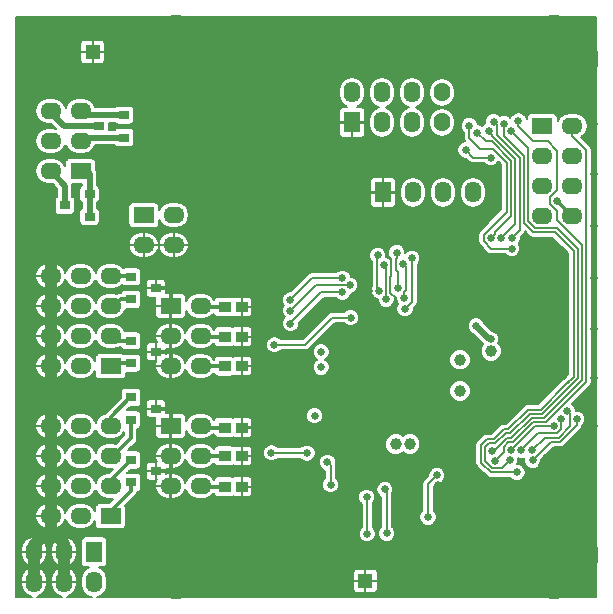
<source format=gbl>
G04 #@! TF.FileFunction,Copper,L2,Bot,Signal*
%FSLAX46Y46*%
G04 Gerber Fmt 4.6, Leading zero omitted, Abs format (unit mm)*
G04 Created by KiCad (PCBNEW 4.0.0-rc1-stable) date 2016-02-04 20:23:29*
%MOMM*%
G01*
G04 APERTURE LIST*
%ADD10C,0.100000*%
%ADD11R,1.400000X1.800000*%
%ADD12O,1.400000X1.800000*%
%ADD13O,5.000000X5.000000*%
%ADD14R,0.900000X0.800000*%
%ADD15R,1.800000X1.400000*%
%ADD16O,1.800000X1.400000*%
%ADD17R,1.000000X0.950000*%
%ADD18O,1.400000X1.600000*%
%ADD19C,7.500000*%
%ADD20C,0.650000*%
%ADD21C,1.000000*%
%ADD22R,1.300000X1.300000*%
%ADD23C,0.300000*%
%ADD24C,1.000000*%
%ADD25C,0.500000*%
%ADD26C,0.152400*%
%ADD27C,0.200000*%
G04 APERTURE END LIST*
D10*
D11*
X81490000Y-65300000D03*
D12*
X84030000Y-65300000D03*
X86570000Y-65300000D03*
X89110000Y-65300000D03*
D13*
X96950000Y-89250000D03*
D14*
X60150000Y-79750000D03*
X60150000Y-77850000D03*
X62250000Y-78800000D03*
X60150000Y-89850000D03*
X60150000Y-87950000D03*
X62250000Y-88900000D03*
X60150000Y-74350000D03*
X60150000Y-72450000D03*
X62250000Y-73400000D03*
X60150000Y-84550000D03*
X60150000Y-82650000D03*
X62250000Y-83600000D03*
D15*
X58420000Y-92710000D03*
D16*
X58420000Y-90170000D03*
X58420000Y-87630000D03*
X58420000Y-85090000D03*
X55880000Y-92710000D03*
X55880000Y-90170000D03*
X55880000Y-87630000D03*
X55880000Y-85090000D03*
X53340000Y-92710000D03*
X53340000Y-90170000D03*
X53340000Y-87630000D03*
X53340000Y-85090000D03*
D15*
X58420000Y-80010000D03*
D16*
X58420000Y-77470000D03*
X58420000Y-74930000D03*
X58420000Y-72390000D03*
X55880000Y-80010000D03*
X55880000Y-77470000D03*
X55880000Y-74930000D03*
X55880000Y-72390000D03*
X53340000Y-80010000D03*
X53340000Y-77470000D03*
X53340000Y-74930000D03*
X53340000Y-72390000D03*
D11*
X57040000Y-95730000D03*
D12*
X57040000Y-98270000D03*
X54500000Y-95730000D03*
X54500000Y-98270000D03*
X51960000Y-95730000D03*
X51960000Y-98270000D03*
D15*
X61230000Y-67230000D03*
D16*
X63770000Y-67230000D03*
X61230000Y-69770000D03*
X63770000Y-69770000D03*
D15*
X94980000Y-59690000D03*
D16*
X97520000Y-59690000D03*
X94980000Y-62230000D03*
X97520000Y-62230000D03*
X94980000Y-64770000D03*
X97520000Y-64770000D03*
X94980000Y-67310000D03*
X97520000Y-67310000D03*
D15*
X63500000Y-74930000D03*
D16*
X66040000Y-74930000D03*
X63500000Y-77470000D03*
X66040000Y-77470000D03*
X63500000Y-80010000D03*
X66040000Y-80010000D03*
D15*
X63500000Y-85090000D03*
D16*
X66040000Y-85090000D03*
X63500000Y-87630000D03*
X66040000Y-87630000D03*
X63500000Y-90170000D03*
X66040000Y-90170000D03*
D15*
X55880000Y-63500000D03*
D16*
X53340000Y-63500000D03*
X55880000Y-60960000D03*
X53340000Y-60960000D03*
X55880000Y-58420000D03*
X53340000Y-58420000D03*
D14*
X56650000Y-65450000D03*
X56650000Y-67350000D03*
X54550000Y-66400000D03*
X59550000Y-58750000D03*
X59550000Y-60650000D03*
X57450000Y-59700000D03*
D17*
X68075000Y-80000000D03*
X69525000Y-80000000D03*
X68075000Y-77500000D03*
X69525000Y-77500000D03*
X68075000Y-75000000D03*
X69525000Y-75000000D03*
X68075000Y-90200000D03*
X69525000Y-90200000D03*
X68075000Y-87600000D03*
X69525000Y-87600000D03*
X68075000Y-85200000D03*
X69525000Y-85200000D03*
D11*
X78890000Y-59370000D03*
D12*
X78890000Y-56830000D03*
X81430000Y-59370000D03*
X81430000Y-56830000D03*
X83970000Y-59370000D03*
X83970000Y-56830000D03*
D18*
X86510000Y-59370000D03*
X86510000Y-56830000D03*
D19*
X64000000Y-54000000D03*
D20*
X66675000Y-54000000D03*
X65892000Y-52108000D03*
X64000000Y-51325000D03*
X62108000Y-52108000D03*
X61325000Y-54000000D03*
X62108000Y-55892000D03*
X64000000Y-56675000D03*
X65892000Y-55892000D03*
D19*
X64000000Y-96000000D03*
D20*
X66675000Y-96000000D03*
X65892000Y-94108000D03*
X64000000Y-93325000D03*
X62108000Y-94108000D03*
X61325000Y-96000000D03*
X62108000Y-97892000D03*
X64000000Y-98675000D03*
X65892000Y-97892000D03*
D19*
X96000000Y-96000000D03*
D20*
X98675000Y-96000000D03*
X97892000Y-94108000D03*
X96000000Y-93325000D03*
X94108000Y-94108000D03*
X93325000Y-96000000D03*
X94108000Y-97892000D03*
X96000000Y-98675000D03*
X97892000Y-97892000D03*
D19*
X96000000Y-54000000D03*
D20*
X98675000Y-54000000D03*
X97892000Y-52108000D03*
X96000000Y-51325000D03*
X94108000Y-52108000D03*
X93325000Y-54000000D03*
X94108000Y-55892000D03*
X96000000Y-56675000D03*
X97892000Y-55892000D03*
D21*
X88000000Y-79450000D03*
X90650000Y-78750000D03*
X82550000Y-86600000D03*
X83750000Y-86600000D03*
X88000000Y-82100000D03*
D22*
X56900000Y-53400000D03*
X80000000Y-98200000D03*
D20*
X96250000Y-66000000D03*
X69354837Y-61504837D03*
X71750000Y-56800000D03*
X74350000Y-54450000D03*
X99350000Y-59468044D03*
X99350000Y-63695210D03*
X99350000Y-68113280D03*
X99350000Y-72504079D03*
X99350000Y-76840333D03*
X99350000Y-81012956D03*
X99350000Y-85103762D03*
X89600000Y-99200000D03*
X83600000Y-99200000D03*
X77400000Y-99200000D03*
X71000000Y-99200000D03*
X50800000Y-67600000D03*
X50800000Y-62400000D03*
X50800000Y-56800000D03*
X50800000Y-50800000D03*
X57200000Y-50800000D03*
X69200000Y-50800000D03*
X74800000Y-50800000D03*
X80800000Y-50800000D03*
X87400000Y-50800000D03*
X70300000Y-69300000D03*
X75900000Y-71500000D03*
X84779574Y-72692788D03*
X78275000Y-71250000D03*
X98095000Y-82950000D03*
X85500000Y-62800000D03*
X90549998Y-67298780D03*
X95800000Y-79250000D03*
X92800000Y-80700000D03*
X92500000Y-74550000D03*
X90800000Y-73150000D03*
X86127606Y-90096462D03*
X80297861Y-73600879D03*
X68700000Y-64250000D03*
X59500000Y-62650000D03*
X87650000Y-73600000D03*
X75050000Y-85800000D03*
X90850000Y-83650000D03*
X72050000Y-87350000D03*
X90596127Y-77726402D03*
X72300000Y-78200000D03*
X88800002Y-59650000D03*
X92400000Y-70050000D03*
X89373382Y-76598790D03*
X75051210Y-87364386D03*
X78750000Y-75900000D03*
X89450000Y-60250000D03*
X90650470Y-69153316D03*
X90847589Y-59300000D03*
X92424998Y-69125009D03*
X91500000Y-69125009D03*
X90435061Y-60095179D03*
X92950000Y-59250000D03*
X90748790Y-87150000D03*
X92323387Y-60064505D03*
X92202422Y-87950000D03*
X91716647Y-59469201D03*
X92850000Y-89000000D03*
X76791136Y-88144160D03*
X77051639Y-90051385D03*
X91000000Y-88000000D03*
X82650000Y-70400000D03*
X82750000Y-73400000D03*
X95961021Y-85091957D03*
X92350000Y-87100000D03*
X83209792Y-71320110D03*
X83300000Y-74200000D03*
X90651674Y-62346962D03*
X88500000Y-61700000D03*
X83936287Y-70874916D03*
X83357149Y-75148089D03*
X86050000Y-89250000D03*
X85300000Y-92799996D03*
X78053216Y-73754261D03*
X73649149Y-76405102D03*
X78675666Y-73148780D03*
X73656571Y-75299986D03*
X78050000Y-72550000D03*
X73649998Y-74400000D03*
X97900000Y-84500000D03*
X94167108Y-87983144D03*
X97085739Y-83822057D03*
X94100013Y-87127421D03*
X96565187Y-84494029D03*
X93202422Y-87127422D03*
X81601220Y-71450000D03*
X81752411Y-74360266D03*
X81045980Y-70631400D03*
X81147853Y-73606719D03*
X76250000Y-78801210D03*
X76250000Y-80100000D03*
X88000000Y-79450000D03*
X90650000Y-78749996D03*
X82549988Y-86600000D03*
X83750000Y-86600000D03*
X88000000Y-82100010D03*
X80150000Y-94199999D03*
X80100000Y-91100000D03*
X81647579Y-90440440D03*
X81800000Y-94171703D03*
X75700000Y-84200000D03*
D23*
X96250000Y-66000000D02*
X96250000Y-66040000D01*
X96250000Y-66040000D02*
X97520000Y-67310000D01*
D24*
X51960000Y-95730000D02*
X51960000Y-95140000D01*
X51960000Y-95140000D02*
X52690000Y-94410000D01*
X52690000Y-94410000D02*
X53340000Y-94410000D01*
X54500000Y-95730000D02*
X54500000Y-95050000D01*
X54500000Y-95050000D02*
X53950000Y-94500000D01*
X53950000Y-94500000D02*
X53430000Y-94500000D01*
X53430000Y-94500000D02*
X53340000Y-94410000D01*
X53340000Y-72390000D02*
X53340000Y-70140000D01*
X53340000Y-70140000D02*
X50800000Y-67600000D01*
X53340000Y-72390000D02*
X53340000Y-74930000D01*
X53340000Y-77470000D02*
X53340000Y-74930000D01*
X53340000Y-80010000D02*
X53340000Y-77470000D01*
X53340000Y-85090000D02*
X53340000Y-80010000D01*
X53340000Y-87630000D02*
X53340000Y-85090000D01*
X53340000Y-90170000D02*
X53340000Y-87630000D01*
X53340000Y-92710000D02*
X53340000Y-90170000D01*
X51960000Y-98270000D02*
X51960000Y-95730000D01*
X53340000Y-94410000D02*
X53340000Y-92710000D01*
X54500000Y-98270000D02*
X54500000Y-95730000D01*
D25*
X99350000Y-85103762D02*
X99350000Y-81012956D01*
X99350000Y-81012956D02*
X99350000Y-57350000D01*
X99350000Y-86850000D02*
X99350000Y-85103762D01*
D26*
X98095000Y-82950000D02*
X99350000Y-84205000D01*
X99350000Y-84205000D02*
X99350000Y-85103762D01*
X77400000Y-99200000D02*
X83600000Y-99200000D01*
X65892000Y-97892000D02*
X69692000Y-97892000D01*
X69692000Y-97892000D02*
X71000000Y-99200000D01*
X50800000Y-56800000D02*
X50800000Y-62400000D01*
X57200000Y-50800000D02*
X50800000Y-50800000D01*
X74800000Y-50800000D02*
X69200000Y-50800000D01*
X87400000Y-50800000D02*
X80800000Y-50800000D01*
X80297861Y-73600879D02*
X80297861Y-74060498D01*
X80297861Y-74060498D02*
X81437363Y-75200000D01*
X81437363Y-75200000D02*
X82075000Y-75200000D01*
X82075000Y-75200000D02*
X82550000Y-74725000D01*
X82550000Y-74725000D02*
X82550000Y-74268077D01*
X82550000Y-74268077D02*
X82104821Y-73822898D01*
X82104821Y-73822898D02*
X82104821Y-72444554D01*
X82104821Y-72444554D02*
X82202422Y-72346953D01*
X82202422Y-72346953D02*
X82202422Y-71152422D01*
X80297861Y-71282792D02*
X80297861Y-73600879D01*
X80200000Y-70200000D02*
X80200000Y-71184931D01*
X80200000Y-71184931D02*
X80297861Y-71282792D01*
X80600000Y-69800000D02*
X80200000Y-70200000D01*
X81450000Y-69800000D02*
X80600000Y-69800000D01*
X81825000Y-70175000D02*
X81450000Y-69800000D01*
X81825000Y-70520642D02*
X81825000Y-70175000D01*
X82202422Y-70898064D02*
X81825000Y-70520642D01*
X82202422Y-71152422D02*
X82202422Y-70898064D01*
X82202422Y-71152422D02*
X82201201Y-71151201D01*
D25*
X96950000Y-89250000D02*
X99350000Y-86850000D01*
X99350000Y-57350000D02*
X96000000Y-54000000D01*
D23*
X62250000Y-73400000D02*
X63500000Y-73400000D01*
X63500000Y-73400000D02*
X63500000Y-74930000D01*
X62250000Y-78800000D02*
X63500000Y-78800000D01*
X63500000Y-78800000D02*
X63500000Y-80010000D01*
X62250000Y-88900000D02*
X63500000Y-88900000D01*
X63500000Y-88900000D02*
X63500000Y-87630000D01*
X62250000Y-83600000D02*
X63500000Y-83600000D01*
X63500000Y-83600000D02*
X63500000Y-85090000D01*
D25*
X54550000Y-66400000D02*
X54550000Y-64710000D01*
X54550000Y-64710000D02*
X53340000Y-63500000D01*
X57450000Y-59700000D02*
X54500000Y-59700000D01*
X54500000Y-59700000D02*
X53340000Y-58540000D01*
X53340000Y-58540000D02*
X53340000Y-58420000D01*
D26*
X72064386Y-87364386D02*
X72050000Y-87350000D01*
X75051210Y-87364386D02*
X72064386Y-87364386D01*
D25*
X89373382Y-76598790D02*
X90500994Y-77726402D01*
X90500994Y-77726402D02*
X90596127Y-77726402D01*
D26*
X78750000Y-75900000D02*
X77200000Y-75900000D01*
X77200000Y-75900000D02*
X74900000Y-78200000D01*
X74900000Y-78200000D02*
X72300000Y-78200000D01*
X88800002Y-60689782D02*
X88800002Y-59650000D01*
X91992769Y-66921239D02*
X91992769Y-62798279D01*
X92400000Y-70050000D02*
X90657376Y-70050000D01*
X90049269Y-69441893D02*
X90049269Y-68864739D01*
X90049269Y-68864739D02*
X91992769Y-66921239D01*
X91992769Y-62798279D02*
X90794490Y-61600000D01*
X89710220Y-61600000D02*
X88800002Y-60689782D01*
X90657376Y-70050000D02*
X90049269Y-69441893D01*
X90794490Y-61600000D02*
X89710220Y-61600000D01*
D23*
X68075000Y-77500000D02*
X66070000Y-77500000D01*
X66070000Y-77500000D02*
X66040000Y-77470000D01*
X68075000Y-75000000D02*
X66110000Y-75000000D01*
X66110000Y-75000000D02*
X66040000Y-74930000D01*
D26*
X92345178Y-67254822D02*
X92345178Y-62630110D01*
X92345178Y-62630110D02*
X90690067Y-60974999D01*
X90975469Y-68624531D02*
X92345178Y-67254822D01*
X90690067Y-60974999D02*
X90174999Y-60974999D01*
X90174999Y-60974999D02*
X89450000Y-60250000D01*
X90975469Y-68828317D02*
X90975469Y-68624531D01*
X90650470Y-69153316D02*
X90975469Y-68828317D01*
X91122210Y-59574621D02*
X91122210Y-60410374D01*
X90847589Y-59300000D02*
X91122210Y-59574621D01*
X93050000Y-68500007D02*
X92424998Y-69125009D01*
X91122210Y-60410374D02*
X93050000Y-62338164D01*
X93050000Y-62338164D02*
X93050000Y-68500007D01*
D23*
X68075000Y-80000000D02*
X66050000Y-80000000D01*
X66050000Y-80000000D02*
X66040000Y-80010000D01*
X68075000Y-90200000D02*
X66070000Y-90200000D01*
X66070000Y-90200000D02*
X66040000Y-90170000D01*
X68075000Y-87600000D02*
X66070000Y-87600000D01*
X66070000Y-87600000D02*
X66040000Y-87630000D01*
X68075000Y-85200000D02*
X66150000Y-85200000D01*
X66150000Y-85200000D02*
X66040000Y-85090000D01*
D26*
X91500000Y-69125009D02*
X92697589Y-67927420D01*
X90760060Y-60546608D02*
X90760060Y-60420178D01*
X92697589Y-62484137D02*
X90760060Y-60546608D01*
X92697589Y-67927420D02*
X92697589Y-62484137D01*
X90760060Y-60420178D02*
X90435061Y-60095179D01*
X96250000Y-61750000D02*
X95450000Y-60950000D01*
X96250000Y-66889778D02*
X95648799Y-66288577D01*
X90748790Y-87150000D02*
X90911839Y-87150000D01*
X90911839Y-87150000D02*
X91964249Y-86097590D01*
X91964249Y-86097590D02*
X92355645Y-86097590D01*
X92355645Y-86097590D02*
X94064683Y-84388551D01*
X94190381Y-60950000D02*
X92950000Y-59709619D01*
X96250000Y-65080569D02*
X96250000Y-61750000D01*
X95648799Y-66288577D02*
X95648799Y-65681770D01*
X96250000Y-67620569D02*
X96250000Y-66889778D01*
X94064683Y-84388551D02*
X95131085Y-84388551D01*
X95131085Y-84388551D02*
X98347590Y-81172046D01*
X95450000Y-60950000D02*
X94190381Y-60950000D01*
X95648799Y-65681770D02*
X96250000Y-65080569D01*
X98347590Y-81172046D02*
X98347590Y-69718159D01*
X98347590Y-69718159D02*
X96250000Y-67620569D01*
X92950000Y-59709619D02*
X92950000Y-59250000D01*
X93803790Y-61544908D02*
X92323387Y-60064505D01*
X93803790Y-67714359D02*
X93803790Y-61544908D01*
X97995181Y-81026075D02*
X97995181Y-70096797D01*
X90460213Y-86548799D02*
X91014658Y-86548799D01*
X94985113Y-84036141D02*
X97995181Y-81026075D01*
X92254834Y-85700017D02*
X93918710Y-84036141D01*
X91863439Y-85700017D02*
X92254834Y-85700017D01*
X90147589Y-86861423D02*
X90460213Y-86548799D01*
X94375641Y-68286210D02*
X93803790Y-67714359D01*
X90147589Y-88037367D02*
X90147589Y-86861423D01*
X91551221Y-88601201D02*
X90711423Y-88601201D01*
X90711423Y-88601201D02*
X90147589Y-88037367D01*
X97995181Y-70096797D02*
X96184594Y-68286210D01*
X91014658Y-86548799D02*
X91863439Y-85700017D01*
X93918710Y-84036141D02*
X94985113Y-84036141D01*
X92202422Y-87950000D02*
X91551221Y-88601201D01*
X96184594Y-68286210D02*
X94375641Y-68286210D01*
X91716647Y-59469201D02*
X91716647Y-60506427D01*
X91716647Y-60506427D02*
X93451379Y-62241159D01*
X93451379Y-62241159D02*
X93451379Y-67860332D01*
X93451379Y-67860332D02*
X94229668Y-68638621D01*
X94229668Y-68638621D02*
X96038621Y-68638621D01*
X96038621Y-68638621D02*
X97642770Y-70242770D01*
X97642770Y-70242770D02*
X97642770Y-80880102D01*
X97642770Y-80880102D02*
X96979830Y-81543042D01*
X96979830Y-81543042D02*
X94839141Y-83683731D01*
X93772737Y-83683731D02*
X92108862Y-85347607D01*
X92108862Y-85347607D02*
X91702392Y-85347608D01*
X94839141Y-83683731D02*
X93772737Y-83683731D01*
X91702392Y-85347608D02*
X90853611Y-86196389D01*
X90853611Y-86196389D02*
X90314240Y-86196389D01*
X90314240Y-86196389D02*
X89795179Y-86715450D01*
X89795179Y-86715450D02*
X89795179Y-88183340D01*
X89795179Y-88183340D02*
X90611839Y-89000000D01*
X90611839Y-89000000D02*
X92850000Y-89000000D01*
X96979830Y-81543042D02*
X97200000Y-81322872D01*
X77051639Y-88404663D02*
X76791136Y-88144160D01*
X77051639Y-90051385D02*
X77051639Y-88404663D01*
D23*
X58420000Y-92710000D02*
X58420000Y-92280000D01*
X58420000Y-92280000D02*
X60150000Y-90550000D01*
X60150000Y-90550000D02*
X60150000Y-89850000D01*
X58420000Y-90170000D02*
X58420000Y-89680000D01*
X58420000Y-89680000D02*
X60150000Y-87950000D01*
X58420000Y-87630000D02*
X58620000Y-87630000D01*
X58620000Y-87630000D02*
X60150000Y-86100000D01*
X60150000Y-86100000D02*
X60150000Y-84550000D01*
X58420000Y-85090000D02*
X58420000Y-84330000D01*
X58420000Y-84330000D02*
X60100000Y-82650000D01*
X60100000Y-82650000D02*
X60150000Y-82650000D01*
X60150000Y-79750000D02*
X58680000Y-79750000D01*
X58680000Y-79750000D02*
X58420000Y-80010000D01*
X60150000Y-77850000D02*
X58800000Y-77850000D01*
X58800000Y-77850000D02*
X58420000Y-77470000D01*
X58420000Y-74930000D02*
X58720000Y-74930000D01*
X58720000Y-74930000D02*
X59300000Y-74350000D01*
X59300000Y-74350000D02*
X60150000Y-74350000D01*
X58420000Y-72390000D02*
X60090000Y-72390000D01*
X60090000Y-72390000D02*
X60150000Y-72450000D01*
D25*
X56650000Y-65450000D02*
X56650000Y-67350000D01*
X55880000Y-63500000D02*
X56450000Y-63500000D01*
X56450000Y-63500000D02*
X56650000Y-63700000D01*
X56650000Y-63700000D02*
X56650000Y-65450000D01*
D26*
X91000000Y-88000000D02*
X91748799Y-87251201D01*
X91748799Y-87251201D02*
X91748799Y-86811423D01*
X91748799Y-86811423D02*
X92110222Y-86450000D01*
X92110222Y-86450000D02*
X92501618Y-86450000D01*
X92501618Y-86450000D02*
X94210656Y-84740961D01*
X94210656Y-84740961D02*
X95277057Y-84740961D01*
X95277057Y-84740961D02*
X98700000Y-81318018D01*
X98700000Y-81318018D02*
X98700000Y-61722400D01*
X98700000Y-61722400D02*
X97520000Y-60542400D01*
X97520000Y-60542400D02*
X97520000Y-59690000D01*
X82650000Y-70859619D02*
X82650000Y-70400000D01*
X82600000Y-70909619D02*
X82650000Y-70859619D01*
X82600000Y-71300000D02*
X82600000Y-70909619D01*
X82600000Y-71300000D02*
X82600000Y-71900000D01*
X82600000Y-71900000D02*
X82750000Y-72050000D01*
X82750000Y-72050000D02*
X82750000Y-73400000D01*
X82600000Y-70972519D02*
X82600000Y-71300000D01*
X95499988Y-85093371D02*
X95501402Y-85091957D01*
X95501402Y-85091957D02*
X95961021Y-85091957D01*
X92350000Y-87100000D02*
X94356629Y-85093371D01*
X94356629Y-85093371D02*
X95499988Y-85093371D01*
X83300000Y-74200000D02*
X83300000Y-73740381D01*
X83300000Y-73740381D02*
X83450000Y-73590381D01*
X83450000Y-73590381D02*
X83450000Y-71560318D01*
X83450000Y-71560318D02*
X83209792Y-71320110D01*
X89146962Y-62346962D02*
X90651674Y-62346962D01*
X88500000Y-61700000D02*
X89146962Y-62346962D01*
X83936287Y-74568951D02*
X83936287Y-70874916D01*
X83357149Y-75148089D02*
X83936287Y-74568951D01*
X85300000Y-90000000D02*
X86050000Y-89250000D01*
X85300000Y-92799996D02*
X85300000Y-90000000D01*
X73649149Y-76405102D02*
X73649149Y-76375851D01*
X73649149Y-76375851D02*
X76270739Y-73754261D01*
X76270739Y-73754261D02*
X78053216Y-73754261D01*
X78216047Y-73148780D02*
X78675666Y-73148780D01*
X78211786Y-73153041D02*
X78216047Y-73148780D01*
X73656571Y-75299986D02*
X75803516Y-73153041D01*
X75803516Y-73153041D02*
X78211786Y-73153041D01*
X75499998Y-72550000D02*
X78050000Y-72550000D01*
X73649998Y-74400000D02*
X75499998Y-72550000D01*
X96494123Y-86405877D02*
X97900000Y-85000000D01*
X94167108Y-87983144D02*
X95744375Y-86405877D01*
X95744375Y-86405877D02*
X96494123Y-86405877D01*
X97900000Y-85000000D02*
X97900000Y-84500000D01*
X97298799Y-85102817D02*
X97298799Y-84035117D01*
X97298799Y-84035117D02*
X97085739Y-83822057D01*
X95745858Y-86050000D02*
X96351616Y-86050000D01*
X96351616Y-86050000D02*
X97298799Y-85102817D01*
X95745858Y-86050000D02*
X95177434Y-86050000D01*
X96050000Y-86050000D02*
X95745858Y-86050000D01*
X95177434Y-86050000D02*
X94100013Y-87127421D01*
X96565187Y-85338045D02*
X96565187Y-84494029D01*
X94632255Y-85697589D02*
X96205643Y-85697589D01*
X93202422Y-87127422D02*
X94632255Y-85697589D01*
X96205643Y-85697589D02*
X96565187Y-85338045D01*
X81752411Y-74360266D02*
X81752411Y-71601191D01*
X81752411Y-71601191D02*
X81601220Y-71450000D01*
X81147853Y-73606719D02*
X81000000Y-73458866D01*
X81000000Y-73458866D02*
X81000000Y-70677380D01*
X81000000Y-70677380D02*
X81045980Y-70631400D01*
D25*
X59550000Y-60650000D02*
X56190000Y-60650000D01*
X56190000Y-60650000D02*
X55880000Y-60960000D01*
X59550000Y-58750000D02*
X56210000Y-58750000D01*
X56210000Y-58750000D02*
X55880000Y-58420000D01*
D26*
X80150000Y-94199999D02*
X80150000Y-91150000D01*
X80150000Y-91150000D02*
X80100000Y-91100000D01*
X80200000Y-90950000D02*
X80100000Y-91050000D01*
X80100000Y-91050000D02*
X80100000Y-91100000D01*
X81800000Y-94171703D02*
X81800000Y-90592861D01*
X81800000Y-90592861D02*
X81647579Y-90440440D01*
D27*
G36*
X99550000Y-99550000D02*
X57268587Y-99550000D01*
X57460952Y-99511736D01*
X57817817Y-99273286D01*
X57913219Y-99130507D01*
X63551564Y-99130507D01*
X63569562Y-99275954D01*
X63832302Y-99394930D01*
X64120572Y-99404304D01*
X64390487Y-99302648D01*
X64430438Y-99275954D01*
X64448436Y-99130507D01*
X64000000Y-98682071D01*
X63551564Y-99130507D01*
X57913219Y-99130507D01*
X58056267Y-98916421D01*
X58080305Y-98795572D01*
X63270696Y-98795572D01*
X63372352Y-99065487D01*
X63399046Y-99105438D01*
X63544493Y-99123436D01*
X63992929Y-98675000D01*
X64007071Y-98675000D01*
X64455507Y-99123436D01*
X64600954Y-99105438D01*
X64719930Y-98842698D01*
X64729304Y-98554428D01*
X64651373Y-98347507D01*
X65443564Y-98347507D01*
X65461562Y-98492954D01*
X65724302Y-98611930D01*
X66012572Y-98621304D01*
X66282487Y-98519648D01*
X66322438Y-98492954D01*
X66340436Y-98347507D01*
X65892000Y-97899071D01*
X65443564Y-98347507D01*
X64651373Y-98347507D01*
X64627648Y-98284513D01*
X64600954Y-98244562D01*
X64455507Y-98226564D01*
X64007071Y-98675000D01*
X63992929Y-98675000D01*
X63544493Y-98226564D01*
X63399046Y-98244562D01*
X63280070Y-98507302D01*
X63270696Y-98795572D01*
X58080305Y-98795572D01*
X58140000Y-98495469D01*
X58140000Y-98347507D01*
X61659564Y-98347507D01*
X61677562Y-98492954D01*
X61940302Y-98611930D01*
X62228572Y-98621304D01*
X62498487Y-98519648D01*
X62538438Y-98492954D01*
X62556436Y-98347507D01*
X62108000Y-97899071D01*
X61659564Y-98347507D01*
X58140000Y-98347507D01*
X58140000Y-98044531D01*
X58133643Y-98012572D01*
X61378696Y-98012572D01*
X61480352Y-98282487D01*
X61507046Y-98322438D01*
X61652493Y-98340436D01*
X62100929Y-97892000D01*
X62115071Y-97892000D01*
X62563507Y-98340436D01*
X62708954Y-98322438D01*
X62755570Y-98219493D01*
X63551564Y-98219493D01*
X64000000Y-98667929D01*
X64448436Y-98219493D01*
X64430438Y-98074046D01*
X64294683Y-98012572D01*
X65162696Y-98012572D01*
X65264352Y-98282487D01*
X65291046Y-98322438D01*
X65436493Y-98340436D01*
X65884929Y-97892000D01*
X65899071Y-97892000D01*
X66347507Y-98340436D01*
X66492954Y-98322438D01*
X66500850Y-98305000D01*
X78950000Y-98305000D01*
X78950000Y-98929565D01*
X79010896Y-99076582D01*
X79123418Y-99189104D01*
X79270435Y-99250000D01*
X79895000Y-99250000D01*
X79995000Y-99150000D01*
X79995000Y-98205000D01*
X80005000Y-98205000D01*
X80005000Y-99150000D01*
X80105000Y-99250000D01*
X80729565Y-99250000D01*
X80876582Y-99189104D01*
X80935179Y-99130507D01*
X95551564Y-99130507D01*
X95569562Y-99275954D01*
X95832302Y-99394930D01*
X96120572Y-99404304D01*
X96390487Y-99302648D01*
X96430438Y-99275954D01*
X96448436Y-99130507D01*
X96000000Y-98682071D01*
X95551564Y-99130507D01*
X80935179Y-99130507D01*
X80989104Y-99076582D01*
X81050000Y-98929565D01*
X81050000Y-98795572D01*
X95270696Y-98795572D01*
X95372352Y-99065487D01*
X95399046Y-99105438D01*
X95544493Y-99123436D01*
X95992929Y-98675000D01*
X96007071Y-98675000D01*
X96455507Y-99123436D01*
X96600954Y-99105438D01*
X96719930Y-98842698D01*
X96729304Y-98554428D01*
X96651373Y-98347507D01*
X97443564Y-98347507D01*
X97461562Y-98492954D01*
X97724302Y-98611930D01*
X98012572Y-98621304D01*
X98282487Y-98519648D01*
X98322438Y-98492954D01*
X98340436Y-98347507D01*
X97892000Y-97899071D01*
X97443564Y-98347507D01*
X96651373Y-98347507D01*
X96627648Y-98284513D01*
X96600954Y-98244562D01*
X96455507Y-98226564D01*
X96007071Y-98675000D01*
X95992929Y-98675000D01*
X95544493Y-98226564D01*
X95399046Y-98244562D01*
X95280070Y-98507302D01*
X95270696Y-98795572D01*
X81050000Y-98795572D01*
X81050000Y-98347507D01*
X93659564Y-98347507D01*
X93677562Y-98492954D01*
X93940302Y-98611930D01*
X94228572Y-98621304D01*
X94498487Y-98519648D01*
X94538438Y-98492954D01*
X94556436Y-98347507D01*
X94108000Y-97899071D01*
X93659564Y-98347507D01*
X81050000Y-98347507D01*
X81050000Y-98305000D01*
X80950000Y-98205000D01*
X80005000Y-98205000D01*
X79995000Y-98205000D01*
X79050000Y-98205000D01*
X78950000Y-98305000D01*
X66500850Y-98305000D01*
X66611930Y-98059698D01*
X66621304Y-97771428D01*
X66519648Y-97501513D01*
X66498883Y-97470435D01*
X78950000Y-97470435D01*
X78950000Y-98095000D01*
X79050000Y-98195000D01*
X79995000Y-98195000D01*
X79995000Y-97250000D01*
X80005000Y-97250000D01*
X80005000Y-98195000D01*
X80950000Y-98195000D01*
X81050000Y-98095000D01*
X81050000Y-98012572D01*
X93378696Y-98012572D01*
X93480352Y-98282487D01*
X93507046Y-98322438D01*
X93652493Y-98340436D01*
X94100929Y-97892000D01*
X94115071Y-97892000D01*
X94563507Y-98340436D01*
X94708954Y-98322438D01*
X94755570Y-98219493D01*
X95551564Y-98219493D01*
X96000000Y-98667929D01*
X96448436Y-98219493D01*
X96430438Y-98074046D01*
X96294683Y-98012572D01*
X97162696Y-98012572D01*
X97264352Y-98282487D01*
X97291046Y-98322438D01*
X97436493Y-98340436D01*
X97884929Y-97892000D01*
X97899071Y-97892000D01*
X98347507Y-98340436D01*
X98492954Y-98322438D01*
X98611930Y-98059698D01*
X98621304Y-97771428D01*
X98519648Y-97501513D01*
X98492954Y-97461562D01*
X98347507Y-97443564D01*
X97899071Y-97892000D01*
X97884929Y-97892000D01*
X97436493Y-97443564D01*
X97291046Y-97461562D01*
X97172070Y-97724302D01*
X97162696Y-98012572D01*
X96294683Y-98012572D01*
X96167698Y-97955070D01*
X95879428Y-97945696D01*
X95609513Y-98047352D01*
X95569562Y-98074046D01*
X95551564Y-98219493D01*
X94755570Y-98219493D01*
X94827930Y-98059698D01*
X94837304Y-97771428D01*
X94735648Y-97501513D01*
X94708954Y-97461562D01*
X94563507Y-97443564D01*
X94115071Y-97892000D01*
X94100929Y-97892000D01*
X93652493Y-97443564D01*
X93507046Y-97461562D01*
X93388070Y-97724302D01*
X93378696Y-98012572D01*
X81050000Y-98012572D01*
X81050000Y-97470435D01*
X81035941Y-97436493D01*
X93659564Y-97436493D01*
X94108000Y-97884929D01*
X94556436Y-97436493D01*
X97443564Y-97436493D01*
X97892000Y-97884929D01*
X98340436Y-97436493D01*
X98322438Y-97291046D01*
X98059698Y-97172070D01*
X97771428Y-97162696D01*
X97501513Y-97264352D01*
X97461562Y-97291046D01*
X97443564Y-97436493D01*
X94556436Y-97436493D01*
X94538438Y-97291046D01*
X94275698Y-97172070D01*
X93987428Y-97162696D01*
X93717513Y-97264352D01*
X93677562Y-97291046D01*
X93659564Y-97436493D01*
X81035941Y-97436493D01*
X80989104Y-97323418D01*
X80876582Y-97210896D01*
X80729565Y-97150000D01*
X80105000Y-97150000D01*
X80005000Y-97250000D01*
X79995000Y-97250000D01*
X79895000Y-97150000D01*
X79270435Y-97150000D01*
X79123418Y-97210896D01*
X79010896Y-97323418D01*
X78950000Y-97470435D01*
X66498883Y-97470435D01*
X66492954Y-97461562D01*
X66347507Y-97443564D01*
X65899071Y-97892000D01*
X65884929Y-97892000D01*
X65436493Y-97443564D01*
X65291046Y-97461562D01*
X65172070Y-97724302D01*
X65162696Y-98012572D01*
X64294683Y-98012572D01*
X64167698Y-97955070D01*
X63879428Y-97945696D01*
X63609513Y-98047352D01*
X63569562Y-98074046D01*
X63551564Y-98219493D01*
X62755570Y-98219493D01*
X62827930Y-98059698D01*
X62837304Y-97771428D01*
X62735648Y-97501513D01*
X62708954Y-97461562D01*
X62563507Y-97443564D01*
X62115071Y-97892000D01*
X62100929Y-97892000D01*
X61652493Y-97443564D01*
X61507046Y-97461562D01*
X61388070Y-97724302D01*
X61378696Y-98012572D01*
X58133643Y-98012572D01*
X58056267Y-97623579D01*
X57931260Y-97436493D01*
X61659564Y-97436493D01*
X62108000Y-97884929D01*
X62556436Y-97436493D01*
X65443564Y-97436493D01*
X65892000Y-97884929D01*
X66340436Y-97436493D01*
X66322438Y-97291046D01*
X66059698Y-97172070D01*
X65771428Y-97162696D01*
X65501513Y-97264352D01*
X65461562Y-97291046D01*
X65443564Y-97436493D01*
X62556436Y-97436493D01*
X62538438Y-97291046D01*
X62275698Y-97172070D01*
X61987428Y-97162696D01*
X61717513Y-97264352D01*
X61677562Y-97291046D01*
X61659564Y-97436493D01*
X57931260Y-97436493D01*
X57817817Y-97266714D01*
X57475277Y-97037836D01*
X57740000Y-97037836D01*
X57888231Y-97009944D01*
X58024372Y-96922340D01*
X58115704Y-96788671D01*
X58147836Y-96630000D01*
X58147836Y-96455507D01*
X60876564Y-96455507D01*
X60894562Y-96600954D01*
X61157302Y-96719930D01*
X61445572Y-96729304D01*
X61715487Y-96627648D01*
X61755438Y-96600954D01*
X61773436Y-96455507D01*
X66226564Y-96455507D01*
X66244562Y-96600954D01*
X66507302Y-96719930D01*
X66795572Y-96729304D01*
X67065487Y-96627648D01*
X67105438Y-96600954D01*
X67123436Y-96455507D01*
X92876564Y-96455507D01*
X92894562Y-96600954D01*
X93157302Y-96719930D01*
X93445572Y-96729304D01*
X93715487Y-96627648D01*
X93755438Y-96600954D01*
X93773436Y-96455507D01*
X98226564Y-96455507D01*
X98244562Y-96600954D01*
X98507302Y-96719930D01*
X98795572Y-96729304D01*
X99065487Y-96627648D01*
X99105438Y-96600954D01*
X99123436Y-96455507D01*
X98675000Y-96007071D01*
X98226564Y-96455507D01*
X93773436Y-96455507D01*
X93325000Y-96007071D01*
X92876564Y-96455507D01*
X67123436Y-96455507D01*
X66675000Y-96007071D01*
X66226564Y-96455507D01*
X61773436Y-96455507D01*
X61325000Y-96007071D01*
X60876564Y-96455507D01*
X58147836Y-96455507D01*
X58147836Y-96120572D01*
X60595696Y-96120572D01*
X60697352Y-96390487D01*
X60724046Y-96430438D01*
X60869493Y-96448436D01*
X61317929Y-96000000D01*
X61332071Y-96000000D01*
X61780507Y-96448436D01*
X61925954Y-96430438D01*
X62044930Y-96167698D01*
X62046462Y-96120572D01*
X65945696Y-96120572D01*
X66047352Y-96390487D01*
X66074046Y-96430438D01*
X66219493Y-96448436D01*
X66667929Y-96000000D01*
X66682071Y-96000000D01*
X67130507Y-96448436D01*
X67275954Y-96430438D01*
X67394930Y-96167698D01*
X67396462Y-96120572D01*
X92595696Y-96120572D01*
X92697352Y-96390487D01*
X92724046Y-96430438D01*
X92869493Y-96448436D01*
X93317929Y-96000000D01*
X93332071Y-96000000D01*
X93780507Y-96448436D01*
X93925954Y-96430438D01*
X94044930Y-96167698D01*
X94046462Y-96120572D01*
X97945696Y-96120572D01*
X98047352Y-96390487D01*
X98074046Y-96430438D01*
X98219493Y-96448436D01*
X98667929Y-96000000D01*
X98682071Y-96000000D01*
X99130507Y-96448436D01*
X99275954Y-96430438D01*
X99394930Y-96167698D01*
X99404304Y-95879428D01*
X99302648Y-95609513D01*
X99275954Y-95569562D01*
X99130507Y-95551564D01*
X98682071Y-96000000D01*
X98667929Y-96000000D01*
X98219493Y-95551564D01*
X98074046Y-95569562D01*
X97955070Y-95832302D01*
X97945696Y-96120572D01*
X94046462Y-96120572D01*
X94054304Y-95879428D01*
X93952648Y-95609513D01*
X93925954Y-95569562D01*
X93780507Y-95551564D01*
X93332071Y-96000000D01*
X93317929Y-96000000D01*
X92869493Y-95551564D01*
X92724046Y-95569562D01*
X92605070Y-95832302D01*
X92595696Y-96120572D01*
X67396462Y-96120572D01*
X67404304Y-95879428D01*
X67302648Y-95609513D01*
X67275954Y-95569562D01*
X67130507Y-95551564D01*
X66682071Y-96000000D01*
X66667929Y-96000000D01*
X66219493Y-95551564D01*
X66074046Y-95569562D01*
X65955070Y-95832302D01*
X65945696Y-96120572D01*
X62046462Y-96120572D01*
X62054304Y-95879428D01*
X61952648Y-95609513D01*
X61925954Y-95569562D01*
X61780507Y-95551564D01*
X61332071Y-96000000D01*
X61317929Y-96000000D01*
X60869493Y-95551564D01*
X60724046Y-95569562D01*
X60605070Y-95832302D01*
X60595696Y-96120572D01*
X58147836Y-96120572D01*
X58147836Y-95544493D01*
X60876564Y-95544493D01*
X61325000Y-95992929D01*
X61773436Y-95544493D01*
X66226564Y-95544493D01*
X66675000Y-95992929D01*
X67123436Y-95544493D01*
X92876564Y-95544493D01*
X93325000Y-95992929D01*
X93773436Y-95544493D01*
X98226564Y-95544493D01*
X98675000Y-95992929D01*
X99123436Y-95544493D01*
X99105438Y-95399046D01*
X98842698Y-95280070D01*
X98554428Y-95270696D01*
X98284513Y-95372352D01*
X98244562Y-95399046D01*
X98226564Y-95544493D01*
X93773436Y-95544493D01*
X93755438Y-95399046D01*
X93492698Y-95280070D01*
X93204428Y-95270696D01*
X92934513Y-95372352D01*
X92894562Y-95399046D01*
X92876564Y-95544493D01*
X67123436Y-95544493D01*
X67105438Y-95399046D01*
X66842698Y-95280070D01*
X66554428Y-95270696D01*
X66284513Y-95372352D01*
X66244562Y-95399046D01*
X66226564Y-95544493D01*
X61773436Y-95544493D01*
X61755438Y-95399046D01*
X61492698Y-95280070D01*
X61204428Y-95270696D01*
X60934513Y-95372352D01*
X60894562Y-95399046D01*
X60876564Y-95544493D01*
X58147836Y-95544493D01*
X58147836Y-94830000D01*
X58119944Y-94681769D01*
X58043845Y-94563507D01*
X61659564Y-94563507D01*
X61677562Y-94708954D01*
X61940302Y-94827930D01*
X62228572Y-94837304D01*
X62498487Y-94735648D01*
X62538438Y-94708954D01*
X62556436Y-94563507D01*
X65443564Y-94563507D01*
X65461562Y-94708954D01*
X65724302Y-94827930D01*
X66012572Y-94837304D01*
X66282487Y-94735648D01*
X66322438Y-94708954D01*
X66340436Y-94563507D01*
X65892000Y-94115071D01*
X65443564Y-94563507D01*
X62556436Y-94563507D01*
X62108000Y-94115071D01*
X61659564Y-94563507D01*
X58043845Y-94563507D01*
X58032340Y-94545628D01*
X57898671Y-94454296D01*
X57740000Y-94422164D01*
X56340000Y-94422164D01*
X56191769Y-94450056D01*
X56055628Y-94537660D01*
X55964296Y-94671329D01*
X55932164Y-94830000D01*
X55932164Y-96630000D01*
X55960056Y-96778231D01*
X56047660Y-96914372D01*
X56181329Y-97005704D01*
X56340000Y-97037836D01*
X56604723Y-97037836D01*
X56262183Y-97266714D01*
X56023733Y-97623579D01*
X55940000Y-98044531D01*
X55940000Y-98495469D01*
X56023733Y-98916421D01*
X56262183Y-99273286D01*
X56619048Y-99511736D01*
X56811413Y-99550000D01*
X54697101Y-99550000D01*
X54916332Y-99488181D01*
X55274282Y-99251353D01*
X55514354Y-98895571D01*
X55600000Y-98475000D01*
X55600000Y-98275000D01*
X54505000Y-98275000D01*
X54505000Y-98295000D01*
X54495000Y-98295000D01*
X54495000Y-98275000D01*
X53400000Y-98275000D01*
X53400000Y-98475000D01*
X53485646Y-98895571D01*
X53725718Y-99251353D01*
X54083668Y-99488181D01*
X54302899Y-99550000D01*
X52157101Y-99550000D01*
X52376332Y-99488181D01*
X52734282Y-99251353D01*
X52974354Y-98895571D01*
X53060000Y-98475000D01*
X53060000Y-98275000D01*
X51965000Y-98275000D01*
X51965000Y-98295000D01*
X51955000Y-98295000D01*
X51955000Y-98275000D01*
X50860000Y-98275000D01*
X50860000Y-98475000D01*
X50945646Y-98895571D01*
X51185718Y-99251353D01*
X51543668Y-99488181D01*
X51762899Y-99550000D01*
X50450000Y-99550000D01*
X50450000Y-95735000D01*
X50860000Y-95735000D01*
X50860000Y-95935000D01*
X50945646Y-96355571D01*
X51185718Y-96711353D01*
X51543668Y-96948181D01*
X51727435Y-97000000D01*
X51543668Y-97051819D01*
X51185718Y-97288647D01*
X50945646Y-97644429D01*
X50860000Y-98065000D01*
X50860000Y-98265000D01*
X51955000Y-98265000D01*
X51955000Y-97070013D01*
X51814434Y-97000000D01*
X51955000Y-96929987D01*
X51955000Y-95735000D01*
X51965000Y-95735000D01*
X51965000Y-96929987D01*
X52105566Y-97000000D01*
X51965000Y-97070013D01*
X51965000Y-98265000D01*
X53060000Y-98265000D01*
X53060000Y-98065000D01*
X52974354Y-97644429D01*
X52734282Y-97288647D01*
X52376332Y-97051819D01*
X52192565Y-97000000D01*
X52376332Y-96948181D01*
X52734282Y-96711353D01*
X52974354Y-96355571D01*
X53060000Y-95935000D01*
X53060000Y-95735000D01*
X53400000Y-95735000D01*
X53400000Y-95935000D01*
X53485646Y-96355571D01*
X53725718Y-96711353D01*
X54083668Y-96948181D01*
X54267435Y-97000000D01*
X54083668Y-97051819D01*
X53725718Y-97288647D01*
X53485646Y-97644429D01*
X53400000Y-98065000D01*
X53400000Y-98265000D01*
X54495000Y-98265000D01*
X54495000Y-97070013D01*
X54354434Y-97000000D01*
X54495000Y-96929987D01*
X54495000Y-95735000D01*
X54505000Y-95735000D01*
X54505000Y-96929987D01*
X54645566Y-97000000D01*
X54505000Y-97070013D01*
X54505000Y-98265000D01*
X55600000Y-98265000D01*
X55600000Y-98065000D01*
X55514354Y-97644429D01*
X55274282Y-97288647D01*
X54916332Y-97051819D01*
X54732565Y-97000000D01*
X54916332Y-96948181D01*
X55274282Y-96711353D01*
X55514354Y-96355571D01*
X55600000Y-95935000D01*
X55600000Y-95735000D01*
X54505000Y-95735000D01*
X54495000Y-95735000D01*
X53400000Y-95735000D01*
X53060000Y-95735000D01*
X51965000Y-95735000D01*
X51955000Y-95735000D01*
X50860000Y-95735000D01*
X50450000Y-95735000D01*
X50450000Y-95525000D01*
X50860000Y-95525000D01*
X50860000Y-95725000D01*
X51955000Y-95725000D01*
X51955000Y-94530013D01*
X51965000Y-94530013D01*
X51965000Y-95725000D01*
X53060000Y-95725000D01*
X53060000Y-95525000D01*
X53400000Y-95525000D01*
X53400000Y-95725000D01*
X54495000Y-95725000D01*
X54495000Y-94530013D01*
X54505000Y-94530013D01*
X54505000Y-95725000D01*
X55600000Y-95725000D01*
X55600000Y-95525000D01*
X55514354Y-95104429D01*
X55274282Y-94748647D01*
X54916332Y-94511819D01*
X54677015Y-94444336D01*
X54505000Y-94530013D01*
X54495000Y-94530013D01*
X54322985Y-94444336D01*
X54083668Y-94511819D01*
X53725718Y-94748647D01*
X53485646Y-95104429D01*
X53400000Y-95525000D01*
X53060000Y-95525000D01*
X52974354Y-95104429D01*
X52734282Y-94748647D01*
X52376332Y-94511819D01*
X52137015Y-94444336D01*
X51965000Y-94530013D01*
X51955000Y-94530013D01*
X51782985Y-94444336D01*
X51543668Y-94511819D01*
X51185718Y-94748647D01*
X50945646Y-95104429D01*
X50860000Y-95525000D01*
X50450000Y-95525000D01*
X50450000Y-94228572D01*
X61378696Y-94228572D01*
X61480352Y-94498487D01*
X61507046Y-94538438D01*
X61652493Y-94556436D01*
X62100929Y-94108000D01*
X62115071Y-94108000D01*
X62563507Y-94556436D01*
X62708954Y-94538438D01*
X62827930Y-94275698D01*
X62829462Y-94228572D01*
X65162696Y-94228572D01*
X65264352Y-94498487D01*
X65291046Y-94538438D01*
X65436493Y-94556436D01*
X65884929Y-94108000D01*
X65899071Y-94108000D01*
X66347507Y-94556436D01*
X66492954Y-94538438D01*
X66611930Y-94275698D01*
X66621304Y-93987428D01*
X66519648Y-93717513D01*
X66492954Y-93677562D01*
X66347507Y-93659564D01*
X65899071Y-94108000D01*
X65884929Y-94108000D01*
X65436493Y-93659564D01*
X65291046Y-93677562D01*
X65172070Y-93940302D01*
X65162696Y-94228572D01*
X62829462Y-94228572D01*
X62837304Y-93987428D01*
X62759373Y-93780507D01*
X63551564Y-93780507D01*
X63569562Y-93925954D01*
X63832302Y-94044930D01*
X64120572Y-94054304D01*
X64390487Y-93952648D01*
X64430438Y-93925954D01*
X64448436Y-93780507D01*
X64000000Y-93332071D01*
X63551564Y-93780507D01*
X62759373Y-93780507D01*
X62735648Y-93717513D01*
X62708954Y-93677562D01*
X62563507Y-93659564D01*
X62115071Y-94108000D01*
X62100929Y-94108000D01*
X61652493Y-93659564D01*
X61507046Y-93677562D01*
X61388070Y-93940302D01*
X61378696Y-94228572D01*
X50450000Y-94228572D01*
X50450000Y-92887015D01*
X52054336Y-92887015D01*
X52121819Y-93126332D01*
X52358647Y-93484282D01*
X52714429Y-93724354D01*
X53135000Y-93810000D01*
X53335000Y-93810000D01*
X53335000Y-92715000D01*
X52140013Y-92715000D01*
X52054336Y-92887015D01*
X50450000Y-92887015D01*
X50450000Y-92532985D01*
X52054336Y-92532985D01*
X52140013Y-92705000D01*
X53335000Y-92705000D01*
X53335000Y-91610000D01*
X53135000Y-91610000D01*
X52714429Y-91695646D01*
X52358647Y-91935718D01*
X52121819Y-92293668D01*
X52054336Y-92532985D01*
X50450000Y-92532985D01*
X50450000Y-90347015D01*
X52054336Y-90347015D01*
X52121819Y-90586332D01*
X52358647Y-90944282D01*
X52714429Y-91184354D01*
X53135000Y-91270000D01*
X53335000Y-91270000D01*
X53335000Y-90175000D01*
X52140013Y-90175000D01*
X52054336Y-90347015D01*
X50450000Y-90347015D01*
X50450000Y-89992985D01*
X52054336Y-89992985D01*
X52140013Y-90165000D01*
X53335000Y-90165000D01*
X53335000Y-89070000D01*
X53135000Y-89070000D01*
X52714429Y-89155646D01*
X52358647Y-89395718D01*
X52121819Y-89753668D01*
X52054336Y-89992985D01*
X50450000Y-89992985D01*
X50450000Y-87807015D01*
X52054336Y-87807015D01*
X52121819Y-88046332D01*
X52358647Y-88404282D01*
X52714429Y-88644354D01*
X53135000Y-88730000D01*
X53335000Y-88730000D01*
X53335000Y-87635000D01*
X52140013Y-87635000D01*
X52054336Y-87807015D01*
X50450000Y-87807015D01*
X50450000Y-87452985D01*
X52054336Y-87452985D01*
X52140013Y-87625000D01*
X53335000Y-87625000D01*
X53335000Y-86530000D01*
X53135000Y-86530000D01*
X52714429Y-86615646D01*
X52358647Y-86855718D01*
X52121819Y-87213668D01*
X52054336Y-87452985D01*
X50450000Y-87452985D01*
X50450000Y-85267015D01*
X52054336Y-85267015D01*
X52121819Y-85506332D01*
X52358647Y-85864282D01*
X52714429Y-86104354D01*
X53135000Y-86190000D01*
X53335000Y-86190000D01*
X53335000Y-85095000D01*
X52140013Y-85095000D01*
X52054336Y-85267015D01*
X50450000Y-85267015D01*
X50450000Y-84912985D01*
X52054336Y-84912985D01*
X52140013Y-85085000D01*
X53335000Y-85085000D01*
X53335000Y-83990000D01*
X53345000Y-83990000D01*
X53345000Y-85085000D01*
X53365000Y-85085000D01*
X53365000Y-85095000D01*
X53345000Y-85095000D01*
X53345000Y-86190000D01*
X53545000Y-86190000D01*
X53965571Y-86104354D01*
X54321353Y-85864282D01*
X54558181Y-85506332D01*
X54604600Y-85341714D01*
X54638264Y-85510952D01*
X54876714Y-85867817D01*
X55233579Y-86106267D01*
X55654531Y-86190000D01*
X56105469Y-86190000D01*
X56526421Y-86106267D01*
X56883286Y-85867817D01*
X57121736Y-85510952D01*
X57150000Y-85368860D01*
X57178264Y-85510952D01*
X57416714Y-85867817D01*
X57773579Y-86106267D01*
X58194531Y-86190000D01*
X58645469Y-86190000D01*
X59066421Y-86106267D01*
X59423286Y-85867817D01*
X59600000Y-85603346D01*
X59600000Y-85872182D01*
X58892954Y-86579228D01*
X58645469Y-86530000D01*
X58194531Y-86530000D01*
X57773579Y-86613733D01*
X57416714Y-86852183D01*
X57178264Y-87209048D01*
X57150000Y-87351140D01*
X57121736Y-87209048D01*
X56883286Y-86852183D01*
X56526421Y-86613733D01*
X56105469Y-86530000D01*
X55654531Y-86530000D01*
X55233579Y-86613733D01*
X54876714Y-86852183D01*
X54638264Y-87209048D01*
X54604600Y-87378286D01*
X54558181Y-87213668D01*
X54321353Y-86855718D01*
X53965571Y-86615646D01*
X53545000Y-86530000D01*
X53345000Y-86530000D01*
X53345000Y-87625000D01*
X53365000Y-87625000D01*
X53365000Y-87635000D01*
X53345000Y-87635000D01*
X53345000Y-88730000D01*
X53545000Y-88730000D01*
X53965571Y-88644354D01*
X54321353Y-88404282D01*
X54558181Y-88046332D01*
X54604600Y-87881714D01*
X54638264Y-88050952D01*
X54876714Y-88407817D01*
X55233579Y-88646267D01*
X55654531Y-88730000D01*
X56105469Y-88730000D01*
X56526421Y-88646267D01*
X56883286Y-88407817D01*
X57121736Y-88050952D01*
X57150000Y-87908860D01*
X57178264Y-88050952D01*
X57416714Y-88407817D01*
X57773579Y-88646267D01*
X58194531Y-88730000D01*
X58592182Y-88730000D01*
X58252182Y-89070000D01*
X58194531Y-89070000D01*
X57773579Y-89153733D01*
X57416714Y-89392183D01*
X57178264Y-89749048D01*
X57150000Y-89891140D01*
X57121736Y-89749048D01*
X56883286Y-89392183D01*
X56526421Y-89153733D01*
X56105469Y-89070000D01*
X55654531Y-89070000D01*
X55233579Y-89153733D01*
X54876714Y-89392183D01*
X54638264Y-89749048D01*
X54604600Y-89918286D01*
X54558181Y-89753668D01*
X54321353Y-89395718D01*
X53965571Y-89155646D01*
X53545000Y-89070000D01*
X53345000Y-89070000D01*
X53345000Y-90165000D01*
X53365000Y-90165000D01*
X53365000Y-90175000D01*
X53345000Y-90175000D01*
X53345000Y-91270000D01*
X53545000Y-91270000D01*
X53965571Y-91184354D01*
X54321353Y-90944282D01*
X54558181Y-90586332D01*
X54604600Y-90421714D01*
X54638264Y-90590952D01*
X54876714Y-90947817D01*
X55233579Y-91186267D01*
X55654531Y-91270000D01*
X56105469Y-91270000D01*
X56526421Y-91186267D01*
X56883286Y-90947817D01*
X57121736Y-90590952D01*
X57150000Y-90448860D01*
X57178264Y-90590952D01*
X57416714Y-90947817D01*
X57773579Y-91186267D01*
X58194531Y-91270000D01*
X58645469Y-91270000D01*
X58653849Y-91268333D01*
X58320018Y-91602164D01*
X57520000Y-91602164D01*
X57371769Y-91630056D01*
X57235628Y-91717660D01*
X57144296Y-91851329D01*
X57112164Y-92010000D01*
X57112164Y-92274723D01*
X56883286Y-91932183D01*
X56526421Y-91693733D01*
X56105469Y-91610000D01*
X55654531Y-91610000D01*
X55233579Y-91693733D01*
X54876714Y-91932183D01*
X54638264Y-92289048D01*
X54604600Y-92458286D01*
X54558181Y-92293668D01*
X54321353Y-91935718D01*
X53965571Y-91695646D01*
X53545000Y-91610000D01*
X53345000Y-91610000D01*
X53345000Y-92705000D01*
X53365000Y-92705000D01*
X53365000Y-92715000D01*
X53345000Y-92715000D01*
X53345000Y-93810000D01*
X53545000Y-93810000D01*
X53965571Y-93724354D01*
X54321353Y-93484282D01*
X54558181Y-93126332D01*
X54604600Y-92961714D01*
X54638264Y-93130952D01*
X54876714Y-93487817D01*
X55233579Y-93726267D01*
X55654531Y-93810000D01*
X56105469Y-93810000D01*
X56526421Y-93726267D01*
X56883286Y-93487817D01*
X57112164Y-93145277D01*
X57112164Y-93410000D01*
X57140056Y-93558231D01*
X57227660Y-93694372D01*
X57361329Y-93785704D01*
X57520000Y-93817836D01*
X59320000Y-93817836D01*
X59468231Y-93789944D01*
X59604372Y-93702340D01*
X59638430Y-93652493D01*
X61659564Y-93652493D01*
X62108000Y-94100929D01*
X62556436Y-93652493D01*
X62538438Y-93507046D01*
X62402683Y-93445572D01*
X63270696Y-93445572D01*
X63372352Y-93715487D01*
X63399046Y-93755438D01*
X63544493Y-93773436D01*
X63992929Y-93325000D01*
X64007071Y-93325000D01*
X64455507Y-93773436D01*
X64600954Y-93755438D01*
X64647570Y-93652493D01*
X65443564Y-93652493D01*
X65892000Y-94100929D01*
X66340436Y-93652493D01*
X66322438Y-93507046D01*
X66059698Y-93388070D01*
X65771428Y-93378696D01*
X65501513Y-93480352D01*
X65461562Y-93507046D01*
X65443564Y-93652493D01*
X64647570Y-93652493D01*
X64719930Y-93492698D01*
X64729304Y-93204428D01*
X64627648Y-92934513D01*
X64600954Y-92894562D01*
X64455507Y-92876564D01*
X64007071Y-93325000D01*
X63992929Y-93325000D01*
X63544493Y-92876564D01*
X63399046Y-92894562D01*
X63280070Y-93157302D01*
X63270696Y-93445572D01*
X62402683Y-93445572D01*
X62275698Y-93388070D01*
X61987428Y-93378696D01*
X61717513Y-93480352D01*
X61677562Y-93507046D01*
X61659564Y-93652493D01*
X59638430Y-93652493D01*
X59695704Y-93568671D01*
X59727836Y-93410000D01*
X59727836Y-92869493D01*
X63551564Y-92869493D01*
X64000000Y-93317929D01*
X64448436Y-92869493D01*
X64430438Y-92724046D01*
X64167698Y-92605070D01*
X63879428Y-92595696D01*
X63609513Y-92697352D01*
X63569562Y-92724046D01*
X63551564Y-92869493D01*
X59727836Y-92869493D01*
X59727836Y-92010000D01*
X59699944Y-91861769D01*
X59667096Y-91810722D01*
X60538906Y-90938911D01*
X60538909Y-90938909D01*
X60658134Y-90760476D01*
X60681605Y-90642481D01*
X60748231Y-90629944D01*
X60884372Y-90542340D01*
X60975704Y-90408671D01*
X60988189Y-90347015D01*
X62214336Y-90347015D01*
X62281819Y-90586332D01*
X62518647Y-90944282D01*
X62874429Y-91184354D01*
X63295000Y-91270000D01*
X63495000Y-91270000D01*
X63495000Y-90175000D01*
X62300013Y-90175000D01*
X62214336Y-90347015D01*
X60988189Y-90347015D01*
X61007836Y-90250000D01*
X61007836Y-89992985D01*
X62214336Y-89992985D01*
X62300013Y-90165000D01*
X63495000Y-90165000D01*
X63495000Y-89070000D01*
X63505000Y-89070000D01*
X63505000Y-90165000D01*
X63525000Y-90165000D01*
X63525000Y-90175000D01*
X63505000Y-90175000D01*
X63505000Y-91270000D01*
X63705000Y-91270000D01*
X64125571Y-91184354D01*
X64481353Y-90944282D01*
X64718181Y-90586332D01*
X64764600Y-90421714D01*
X64798264Y-90590952D01*
X65036714Y-90947817D01*
X65393579Y-91186267D01*
X65814531Y-91270000D01*
X66265469Y-91270000D01*
X66398295Y-91243579D01*
X79374874Y-91243579D01*
X79485016Y-91510143D01*
X79673800Y-91699257D01*
X79673800Y-93650957D01*
X79535733Y-93788783D01*
X79425126Y-94055155D01*
X79424874Y-94343578D01*
X79535016Y-94610142D01*
X79738784Y-94814266D01*
X80005156Y-94924873D01*
X80293579Y-94925125D01*
X80560143Y-94814983D01*
X80764267Y-94611215D01*
X80874874Y-94344843D01*
X80875126Y-94056420D01*
X80764984Y-93789856D01*
X80626200Y-93650830D01*
X80626200Y-91599129D01*
X80714267Y-91511216D01*
X80824874Y-91244844D01*
X80825126Y-90956421D01*
X80714984Y-90689857D01*
X80609331Y-90584019D01*
X80922453Y-90584019D01*
X81032595Y-90850583D01*
X81236363Y-91054707D01*
X81323800Y-91091014D01*
X81323800Y-93622661D01*
X81185733Y-93760487D01*
X81075126Y-94026859D01*
X81074874Y-94315282D01*
X81185016Y-94581846D01*
X81388784Y-94785970D01*
X81655156Y-94896577D01*
X81943579Y-94896829D01*
X82210143Y-94786687D01*
X82414267Y-94582919D01*
X82422327Y-94563507D01*
X93659564Y-94563507D01*
X93677562Y-94708954D01*
X93940302Y-94827930D01*
X94228572Y-94837304D01*
X94498487Y-94735648D01*
X94538438Y-94708954D01*
X94556436Y-94563507D01*
X97443564Y-94563507D01*
X97461562Y-94708954D01*
X97724302Y-94827930D01*
X98012572Y-94837304D01*
X98282487Y-94735648D01*
X98322438Y-94708954D01*
X98340436Y-94563507D01*
X97892000Y-94115071D01*
X97443564Y-94563507D01*
X94556436Y-94563507D01*
X94108000Y-94115071D01*
X93659564Y-94563507D01*
X82422327Y-94563507D01*
X82524874Y-94316547D01*
X82524950Y-94228572D01*
X93378696Y-94228572D01*
X93480352Y-94498487D01*
X93507046Y-94538438D01*
X93652493Y-94556436D01*
X94100929Y-94108000D01*
X94115071Y-94108000D01*
X94563507Y-94556436D01*
X94708954Y-94538438D01*
X94827930Y-94275698D01*
X94829462Y-94228572D01*
X97162696Y-94228572D01*
X97264352Y-94498487D01*
X97291046Y-94538438D01*
X97436493Y-94556436D01*
X97884929Y-94108000D01*
X97899071Y-94108000D01*
X98347507Y-94556436D01*
X98492954Y-94538438D01*
X98611930Y-94275698D01*
X98621304Y-93987428D01*
X98519648Y-93717513D01*
X98492954Y-93677562D01*
X98347507Y-93659564D01*
X97899071Y-94108000D01*
X97884929Y-94108000D01*
X97436493Y-93659564D01*
X97291046Y-93677562D01*
X97172070Y-93940302D01*
X97162696Y-94228572D01*
X94829462Y-94228572D01*
X94837304Y-93987428D01*
X94759373Y-93780507D01*
X95551564Y-93780507D01*
X95569562Y-93925954D01*
X95832302Y-94044930D01*
X96120572Y-94054304D01*
X96390487Y-93952648D01*
X96430438Y-93925954D01*
X96448436Y-93780507D01*
X96000000Y-93332071D01*
X95551564Y-93780507D01*
X94759373Y-93780507D01*
X94735648Y-93717513D01*
X94708954Y-93677562D01*
X94563507Y-93659564D01*
X94115071Y-94108000D01*
X94100929Y-94108000D01*
X93652493Y-93659564D01*
X93507046Y-93677562D01*
X93388070Y-93940302D01*
X93378696Y-94228572D01*
X82524950Y-94228572D01*
X82525126Y-94028124D01*
X82414984Y-93761560D01*
X82306107Y-93652493D01*
X93659564Y-93652493D01*
X94108000Y-94100929D01*
X94556436Y-93652493D01*
X94538438Y-93507046D01*
X94402683Y-93445572D01*
X95270696Y-93445572D01*
X95372352Y-93715487D01*
X95399046Y-93755438D01*
X95544493Y-93773436D01*
X95992929Y-93325000D01*
X96007071Y-93325000D01*
X96455507Y-93773436D01*
X96600954Y-93755438D01*
X96647570Y-93652493D01*
X97443564Y-93652493D01*
X97892000Y-94100929D01*
X98340436Y-93652493D01*
X98322438Y-93507046D01*
X98059698Y-93388070D01*
X97771428Y-93378696D01*
X97501513Y-93480352D01*
X97461562Y-93507046D01*
X97443564Y-93652493D01*
X96647570Y-93652493D01*
X96719930Y-93492698D01*
X96729304Y-93204428D01*
X96627648Y-92934513D01*
X96600954Y-92894562D01*
X96455507Y-92876564D01*
X96007071Y-93325000D01*
X95992929Y-93325000D01*
X95544493Y-92876564D01*
X95399046Y-92894562D01*
X95280070Y-93157302D01*
X95270696Y-93445572D01*
X94402683Y-93445572D01*
X94275698Y-93388070D01*
X93987428Y-93378696D01*
X93717513Y-93480352D01*
X93677562Y-93507046D01*
X93659564Y-93652493D01*
X82306107Y-93652493D01*
X82276200Y-93622534D01*
X82276200Y-92943575D01*
X84574874Y-92943575D01*
X84685016Y-93210139D01*
X84888784Y-93414263D01*
X85155156Y-93524870D01*
X85443579Y-93525122D01*
X85710143Y-93414980D01*
X85914267Y-93211212D01*
X86024874Y-92944840D01*
X86024939Y-92869493D01*
X95551564Y-92869493D01*
X96000000Y-93317929D01*
X96448436Y-92869493D01*
X96430438Y-92724046D01*
X96167698Y-92605070D01*
X95879428Y-92595696D01*
X95609513Y-92697352D01*
X95569562Y-92724046D01*
X95551564Y-92869493D01*
X86024939Y-92869493D01*
X86025126Y-92656417D01*
X85914984Y-92389853D01*
X85776200Y-92250827D01*
X85776200Y-90197248D01*
X85998492Y-89974956D01*
X86193579Y-89975126D01*
X86460143Y-89864984D01*
X86664267Y-89661216D01*
X86774874Y-89394844D01*
X86775126Y-89106421D01*
X86664984Y-88839857D01*
X86461216Y-88635733D01*
X86194844Y-88525126D01*
X85906421Y-88524874D01*
X85639857Y-88635016D01*
X85435733Y-88838784D01*
X85325126Y-89105156D01*
X85324954Y-89301598D01*
X84963276Y-89663276D01*
X84860049Y-89817766D01*
X84823800Y-90000000D01*
X84823800Y-92250954D01*
X84685733Y-92388780D01*
X84575126Y-92655152D01*
X84574874Y-92943575D01*
X82276200Y-92943575D01*
X82276200Y-90817088D01*
X82372453Y-90585284D01*
X82372705Y-90296861D01*
X82262563Y-90030297D01*
X82058795Y-89826173D01*
X81792423Y-89715566D01*
X81504000Y-89715314D01*
X81237436Y-89825456D01*
X81033312Y-90029224D01*
X80922705Y-90295596D01*
X80922453Y-90584019D01*
X80609331Y-90584019D01*
X80511216Y-90485733D01*
X80244844Y-90375126D01*
X79956421Y-90374874D01*
X79689857Y-90485016D01*
X79485733Y-90688784D01*
X79375126Y-90955156D01*
X79374874Y-91243579D01*
X66398295Y-91243579D01*
X66686421Y-91186267D01*
X67043286Y-90947817D01*
X67175463Y-90750000D01*
X67181276Y-90750000D01*
X67195056Y-90823231D01*
X67282660Y-90959372D01*
X67416329Y-91050704D01*
X67575000Y-91082836D01*
X68575000Y-91082836D01*
X68723231Y-91054944D01*
X68793829Y-91009515D01*
X68798418Y-91014104D01*
X68945435Y-91075000D01*
X69420000Y-91075000D01*
X69520000Y-90975000D01*
X69520000Y-90205000D01*
X69530000Y-90205000D01*
X69530000Y-90975000D01*
X69630000Y-91075000D01*
X70104565Y-91075000D01*
X70251582Y-91014104D01*
X70364104Y-90901582D01*
X70425000Y-90754565D01*
X70425000Y-90305000D01*
X70325000Y-90205000D01*
X69530000Y-90205000D01*
X69520000Y-90205000D01*
X69500000Y-90205000D01*
X69500000Y-90195000D01*
X69520000Y-90195000D01*
X69520000Y-89425000D01*
X69530000Y-89425000D01*
X69530000Y-90195000D01*
X70325000Y-90195000D01*
X70425000Y-90095000D01*
X70425000Y-89645435D01*
X70364104Y-89498418D01*
X70251582Y-89385896D01*
X70104565Y-89325000D01*
X69630000Y-89325000D01*
X69530000Y-89425000D01*
X69520000Y-89425000D01*
X69420000Y-89325000D01*
X68945435Y-89325000D01*
X68798418Y-89385896D01*
X68793879Y-89390435D01*
X68733671Y-89349296D01*
X68575000Y-89317164D01*
X67575000Y-89317164D01*
X67426769Y-89345056D01*
X67290628Y-89432660D01*
X67199296Y-89566329D01*
X67190074Y-89611867D01*
X67043286Y-89392183D01*
X66686421Y-89153733D01*
X66265469Y-89070000D01*
X65814531Y-89070000D01*
X65393579Y-89153733D01*
X65036714Y-89392183D01*
X64798264Y-89749048D01*
X64764600Y-89918286D01*
X64718181Y-89753668D01*
X64481353Y-89395718D01*
X64125571Y-89155646D01*
X63705000Y-89070000D01*
X63505000Y-89070000D01*
X63495000Y-89070000D01*
X63295000Y-89070000D01*
X63100000Y-89109710D01*
X63100000Y-89005000D01*
X63000000Y-88905000D01*
X62255000Y-88905000D01*
X62255000Y-89600000D01*
X62332328Y-89677328D01*
X62281819Y-89753668D01*
X62214336Y-89992985D01*
X61007836Y-89992985D01*
X61007836Y-89450000D01*
X60979944Y-89301769D01*
X60892340Y-89165628D01*
X60758671Y-89074296D01*
X60600000Y-89042164D01*
X59835653Y-89042164D01*
X59872817Y-89005000D01*
X61400000Y-89005000D01*
X61400000Y-89379565D01*
X61460896Y-89526582D01*
X61573418Y-89639104D01*
X61720435Y-89700000D01*
X62145000Y-89700000D01*
X62245000Y-89600000D01*
X62245000Y-88905000D01*
X61500000Y-88905000D01*
X61400000Y-89005000D01*
X59872817Y-89005000D01*
X60119981Y-88757836D01*
X60600000Y-88757836D01*
X60748231Y-88729944D01*
X60884372Y-88642340D01*
X60975704Y-88508671D01*
X60993572Y-88420435D01*
X61400000Y-88420435D01*
X61400000Y-88795000D01*
X61500000Y-88895000D01*
X62245000Y-88895000D01*
X62245000Y-88200000D01*
X62145000Y-88100000D01*
X61720435Y-88100000D01*
X61573418Y-88160896D01*
X61460896Y-88273418D01*
X61400000Y-88420435D01*
X60993572Y-88420435D01*
X61007836Y-88350000D01*
X61007836Y-87807015D01*
X62214336Y-87807015D01*
X62281819Y-88046332D01*
X62332328Y-88122672D01*
X62255000Y-88200000D01*
X62255000Y-88895000D01*
X63000000Y-88895000D01*
X63100000Y-88795000D01*
X63100000Y-88690290D01*
X63295000Y-88730000D01*
X63495000Y-88730000D01*
X63495000Y-87635000D01*
X62300013Y-87635000D01*
X62214336Y-87807015D01*
X61007836Y-87807015D01*
X61007836Y-87550000D01*
X60989582Y-87452985D01*
X62214336Y-87452985D01*
X62300013Y-87625000D01*
X63495000Y-87625000D01*
X63495000Y-86530000D01*
X63505000Y-86530000D01*
X63505000Y-87625000D01*
X63525000Y-87625000D01*
X63525000Y-87635000D01*
X63505000Y-87635000D01*
X63505000Y-88730000D01*
X63705000Y-88730000D01*
X64125571Y-88644354D01*
X64481353Y-88404282D01*
X64718181Y-88046332D01*
X64764600Y-87881714D01*
X64798264Y-88050952D01*
X65036714Y-88407817D01*
X65393579Y-88646267D01*
X65814531Y-88730000D01*
X66265469Y-88730000D01*
X66686421Y-88646267D01*
X67043286Y-88407817D01*
X67188808Y-88190028D01*
X67195056Y-88223231D01*
X67282660Y-88359372D01*
X67416329Y-88450704D01*
X67575000Y-88482836D01*
X68575000Y-88482836D01*
X68723231Y-88454944D01*
X68793829Y-88409515D01*
X68798418Y-88414104D01*
X68945435Y-88475000D01*
X69420000Y-88475000D01*
X69520000Y-88375000D01*
X69520000Y-87605000D01*
X69530000Y-87605000D01*
X69530000Y-88375000D01*
X69630000Y-88475000D01*
X70104565Y-88475000D01*
X70251582Y-88414104D01*
X70364104Y-88301582D01*
X70369837Y-88287739D01*
X76066010Y-88287739D01*
X76176152Y-88554303D01*
X76379920Y-88758427D01*
X76575439Y-88839613D01*
X76575439Y-89502343D01*
X76437372Y-89640169D01*
X76326765Y-89906541D01*
X76326513Y-90194964D01*
X76436655Y-90461528D01*
X76640423Y-90665652D01*
X76906795Y-90776259D01*
X77195218Y-90776511D01*
X77461782Y-90666369D01*
X77665906Y-90462601D01*
X77776513Y-90196229D01*
X77776765Y-89907806D01*
X77666623Y-89641242D01*
X77527839Y-89502216D01*
X77527839Y-88404663D01*
X77508453Y-88307204D01*
X77516010Y-88289004D01*
X77516262Y-88000581D01*
X77406120Y-87734017D01*
X77202352Y-87529893D01*
X76935980Y-87419286D01*
X76647557Y-87419034D01*
X76380993Y-87529176D01*
X76176869Y-87732944D01*
X76066262Y-87999316D01*
X76066010Y-88287739D01*
X70369837Y-88287739D01*
X70425000Y-88154565D01*
X70425000Y-87705000D01*
X70325000Y-87605000D01*
X69530000Y-87605000D01*
X69520000Y-87605000D01*
X69500000Y-87605000D01*
X69500000Y-87595000D01*
X69520000Y-87595000D01*
X69520000Y-86825000D01*
X69530000Y-86825000D01*
X69530000Y-87595000D01*
X70325000Y-87595000D01*
X70425000Y-87495000D01*
X70425000Y-87493579D01*
X71324874Y-87493579D01*
X71435016Y-87760143D01*
X71638784Y-87964267D01*
X71905156Y-88074874D01*
X72193579Y-88075126D01*
X72460143Y-87964984D01*
X72584758Y-87840586D01*
X74502168Y-87840586D01*
X74639994Y-87978653D01*
X74906366Y-88089260D01*
X75194789Y-88089512D01*
X75461353Y-87979370D01*
X75665477Y-87775602D01*
X75776084Y-87509230D01*
X75776336Y-87220807D01*
X75666194Y-86954243D01*
X75490494Y-86778236D01*
X81649844Y-86778236D01*
X81786572Y-87109143D01*
X82039525Y-87362538D01*
X82370194Y-87499843D01*
X82728236Y-87500156D01*
X83059143Y-87363428D01*
X83149936Y-87272793D01*
X83239525Y-87362538D01*
X83570194Y-87499843D01*
X83928236Y-87500156D01*
X84259143Y-87363428D01*
X84512538Y-87110475D01*
X84649843Y-86779806D01*
X84650156Y-86421764D01*
X84513428Y-86090857D01*
X84260475Y-85837462D01*
X83929806Y-85700157D01*
X83571764Y-85699844D01*
X83240857Y-85836572D01*
X83150064Y-85927207D01*
X83060475Y-85837462D01*
X82729806Y-85700157D01*
X82371764Y-85699844D01*
X82040857Y-85836572D01*
X81787462Y-86089525D01*
X81650157Y-86420194D01*
X81649844Y-86778236D01*
X75490494Y-86778236D01*
X75462426Y-86750119D01*
X75196054Y-86639512D01*
X74907631Y-86639260D01*
X74641067Y-86749402D01*
X74502041Y-86888186D01*
X72613403Y-86888186D01*
X72461216Y-86735733D01*
X72194844Y-86625126D01*
X71906421Y-86624874D01*
X71639857Y-86735016D01*
X71435733Y-86938784D01*
X71325126Y-87205156D01*
X71324874Y-87493579D01*
X70425000Y-87493579D01*
X70425000Y-87045435D01*
X70364104Y-86898418D01*
X70251582Y-86785896D01*
X70104565Y-86725000D01*
X69630000Y-86725000D01*
X69530000Y-86825000D01*
X69520000Y-86825000D01*
X69420000Y-86725000D01*
X68945435Y-86725000D01*
X68798418Y-86785896D01*
X68793879Y-86790435D01*
X68733671Y-86749296D01*
X68575000Y-86717164D01*
X67575000Y-86717164D01*
X67426769Y-86745056D01*
X67290628Y-86832660D01*
X67199296Y-86966329D01*
X67182352Y-87050000D01*
X67175463Y-87050000D01*
X67043286Y-86852183D01*
X66686421Y-86613733D01*
X66265469Y-86530000D01*
X65814531Y-86530000D01*
X65393579Y-86613733D01*
X65036714Y-86852183D01*
X64798264Y-87209048D01*
X64764600Y-87378286D01*
X64718181Y-87213668D01*
X64481353Y-86855718D01*
X64125571Y-86615646D01*
X63705000Y-86530000D01*
X63505000Y-86530000D01*
X63495000Y-86530000D01*
X63295000Y-86530000D01*
X62874429Y-86615646D01*
X62518647Y-86855718D01*
X62281819Y-87213668D01*
X62214336Y-87452985D01*
X60989582Y-87452985D01*
X60979944Y-87401769D01*
X60892340Y-87265628D01*
X60758671Y-87174296D01*
X60600000Y-87142164D01*
X59885654Y-87142164D01*
X60538909Y-86488909D01*
X60658134Y-86310476D01*
X60700001Y-86100000D01*
X60700000Y-86099995D01*
X60700000Y-85339019D01*
X60748231Y-85329944D01*
X60884372Y-85242340D01*
X60916717Y-85195000D01*
X62200000Y-85195000D01*
X62200000Y-85869565D01*
X62260896Y-86016582D01*
X62373418Y-86129104D01*
X62520435Y-86190000D01*
X63395000Y-86190000D01*
X63495000Y-86090000D01*
X63495000Y-85095000D01*
X62300000Y-85095000D01*
X62200000Y-85195000D01*
X60916717Y-85195000D01*
X60975704Y-85108671D01*
X61007836Y-84950000D01*
X61007836Y-84150000D01*
X60979944Y-84001769D01*
X60892340Y-83865628D01*
X60758671Y-83774296D01*
X60600000Y-83742164D01*
X59785654Y-83742164D01*
X59822818Y-83705000D01*
X61400000Y-83705000D01*
X61400000Y-84079565D01*
X61460896Y-84226582D01*
X61573418Y-84339104D01*
X61720435Y-84400000D01*
X62145000Y-84400000D01*
X62200000Y-84345000D01*
X62200000Y-84985000D01*
X62300000Y-85085000D01*
X63495000Y-85085000D01*
X63495000Y-84090000D01*
X63505000Y-84090000D01*
X63505000Y-85085000D01*
X63525000Y-85085000D01*
X63525000Y-85095000D01*
X63505000Y-85095000D01*
X63505000Y-86090000D01*
X63605000Y-86190000D01*
X64479565Y-86190000D01*
X64626582Y-86129104D01*
X64739104Y-86016582D01*
X64800000Y-85869565D01*
X64800000Y-85513550D01*
X65036714Y-85867817D01*
X65393579Y-86106267D01*
X65814531Y-86190000D01*
X66265469Y-86190000D01*
X66686421Y-86106267D01*
X67043286Y-85867817D01*
X67122009Y-85750000D01*
X67181276Y-85750000D01*
X67195056Y-85823231D01*
X67282660Y-85959372D01*
X67416329Y-86050704D01*
X67575000Y-86082836D01*
X68575000Y-86082836D01*
X68723231Y-86054944D01*
X68793829Y-86009515D01*
X68798418Y-86014104D01*
X68945435Y-86075000D01*
X69420000Y-86075000D01*
X69520000Y-85975000D01*
X69520000Y-85205000D01*
X69530000Y-85205000D01*
X69530000Y-85975000D01*
X69630000Y-86075000D01*
X70104565Y-86075000D01*
X70251582Y-86014104D01*
X70364104Y-85901582D01*
X70425000Y-85754565D01*
X70425000Y-85305000D01*
X70325000Y-85205000D01*
X69530000Y-85205000D01*
X69520000Y-85205000D01*
X69500000Y-85205000D01*
X69500000Y-85195000D01*
X69520000Y-85195000D01*
X69520000Y-84425000D01*
X69530000Y-84425000D01*
X69530000Y-85195000D01*
X70325000Y-85195000D01*
X70425000Y-85095000D01*
X70425000Y-84645435D01*
X70364104Y-84498418D01*
X70251582Y-84385896D01*
X70149419Y-84343579D01*
X74974874Y-84343579D01*
X75085016Y-84610143D01*
X75288784Y-84814267D01*
X75555156Y-84924874D01*
X75843579Y-84925126D01*
X76110143Y-84814984D01*
X76314267Y-84611216D01*
X76424874Y-84344844D01*
X76425126Y-84056421D01*
X76314984Y-83789857D01*
X76111216Y-83585733D01*
X75844844Y-83475126D01*
X75556421Y-83474874D01*
X75289857Y-83585016D01*
X75085733Y-83788784D01*
X74975126Y-84055156D01*
X74974874Y-84343579D01*
X70149419Y-84343579D01*
X70104565Y-84325000D01*
X69630000Y-84325000D01*
X69530000Y-84425000D01*
X69520000Y-84425000D01*
X69420000Y-84325000D01*
X68945435Y-84325000D01*
X68798418Y-84385896D01*
X68793879Y-84390435D01*
X68733671Y-84349296D01*
X68575000Y-84317164D01*
X67575000Y-84317164D01*
X67426769Y-84345056D01*
X67290628Y-84432660D01*
X67206276Y-84556114D01*
X67043286Y-84312183D01*
X66686421Y-84073733D01*
X66265469Y-83990000D01*
X65814531Y-83990000D01*
X65393579Y-84073733D01*
X65036714Y-84312183D01*
X64800000Y-84666450D01*
X64800000Y-84310435D01*
X64739104Y-84163418D01*
X64626582Y-84050896D01*
X64479565Y-83990000D01*
X63605000Y-83990000D01*
X63505000Y-84090000D01*
X63495000Y-84090000D01*
X63395000Y-83990000D01*
X63100000Y-83990000D01*
X63100000Y-83705000D01*
X63000000Y-83605000D01*
X62255000Y-83605000D01*
X62255000Y-83625000D01*
X62245000Y-83625000D01*
X62245000Y-83605000D01*
X61500000Y-83605000D01*
X61400000Y-83705000D01*
X59822818Y-83705000D01*
X60069982Y-83457836D01*
X60600000Y-83457836D01*
X60748231Y-83429944D01*
X60884372Y-83342340D01*
X60975704Y-83208671D01*
X60993572Y-83120435D01*
X61400000Y-83120435D01*
X61400000Y-83495000D01*
X61500000Y-83595000D01*
X62245000Y-83595000D01*
X62245000Y-82900000D01*
X62255000Y-82900000D01*
X62255000Y-83595000D01*
X63000000Y-83595000D01*
X63100000Y-83495000D01*
X63100000Y-83120435D01*
X63039104Y-82973418D01*
X62926582Y-82860896D01*
X62779565Y-82800000D01*
X62355000Y-82800000D01*
X62255000Y-82900000D01*
X62245000Y-82900000D01*
X62145000Y-82800000D01*
X61720435Y-82800000D01*
X61573418Y-82860896D01*
X61460896Y-82973418D01*
X61400000Y-83120435D01*
X60993572Y-83120435D01*
X61007836Y-83050000D01*
X61007836Y-82278236D01*
X87099844Y-82278236D01*
X87236572Y-82609143D01*
X87489525Y-82862538D01*
X87820194Y-82999843D01*
X88178236Y-83000156D01*
X88509143Y-82863428D01*
X88762538Y-82610475D01*
X88899843Y-82279806D01*
X88900156Y-81921764D01*
X88763428Y-81590857D01*
X88510475Y-81337462D01*
X88179806Y-81200157D01*
X87821764Y-81199844D01*
X87490857Y-81336572D01*
X87237462Y-81589525D01*
X87100157Y-81920194D01*
X87099844Y-82278236D01*
X61007836Y-82278236D01*
X61007836Y-82250000D01*
X60979944Y-82101769D01*
X60892340Y-81965628D01*
X60758671Y-81874296D01*
X60600000Y-81842164D01*
X59700000Y-81842164D01*
X59551769Y-81870056D01*
X59415628Y-81957660D01*
X59324296Y-82091329D01*
X59292164Y-82250000D01*
X59292164Y-82680018D01*
X58031091Y-83941091D01*
X57968349Y-84034991D01*
X57773579Y-84073733D01*
X57416714Y-84312183D01*
X57178264Y-84669048D01*
X57150000Y-84811140D01*
X57121736Y-84669048D01*
X56883286Y-84312183D01*
X56526421Y-84073733D01*
X56105469Y-83990000D01*
X55654531Y-83990000D01*
X55233579Y-84073733D01*
X54876714Y-84312183D01*
X54638264Y-84669048D01*
X54604600Y-84838286D01*
X54558181Y-84673668D01*
X54321353Y-84315718D01*
X53965571Y-84075646D01*
X53545000Y-83990000D01*
X53345000Y-83990000D01*
X53335000Y-83990000D01*
X53135000Y-83990000D01*
X52714429Y-84075646D01*
X52358647Y-84315718D01*
X52121819Y-84673668D01*
X52054336Y-84912985D01*
X50450000Y-84912985D01*
X50450000Y-80187015D01*
X52054336Y-80187015D01*
X52121819Y-80426332D01*
X52358647Y-80784282D01*
X52714429Y-81024354D01*
X53135000Y-81110000D01*
X53335000Y-81110000D01*
X53335000Y-80015000D01*
X52140013Y-80015000D01*
X52054336Y-80187015D01*
X50450000Y-80187015D01*
X50450000Y-79832985D01*
X52054336Y-79832985D01*
X52140013Y-80005000D01*
X53335000Y-80005000D01*
X53335000Y-78910000D01*
X53345000Y-78910000D01*
X53345000Y-80005000D01*
X53365000Y-80005000D01*
X53365000Y-80015000D01*
X53345000Y-80015000D01*
X53345000Y-81110000D01*
X53545000Y-81110000D01*
X53965571Y-81024354D01*
X54321353Y-80784282D01*
X54558181Y-80426332D01*
X54604600Y-80261714D01*
X54638264Y-80430952D01*
X54876714Y-80787817D01*
X55233579Y-81026267D01*
X55654531Y-81110000D01*
X56105469Y-81110000D01*
X56526421Y-81026267D01*
X56883286Y-80787817D01*
X57112164Y-80445277D01*
X57112164Y-80710000D01*
X57140056Y-80858231D01*
X57227660Y-80994372D01*
X57361329Y-81085704D01*
X57520000Y-81117836D01*
X59320000Y-81117836D01*
X59468231Y-81089944D01*
X59604372Y-81002340D01*
X59695704Y-80868671D01*
X59727836Y-80710000D01*
X59727836Y-80557836D01*
X60600000Y-80557836D01*
X60748231Y-80529944D01*
X60884372Y-80442340D01*
X60975704Y-80308671D01*
X61000340Y-80187015D01*
X62214336Y-80187015D01*
X62281819Y-80426332D01*
X62518647Y-80784282D01*
X62874429Y-81024354D01*
X63295000Y-81110000D01*
X63495000Y-81110000D01*
X63495000Y-80015000D01*
X62300013Y-80015000D01*
X62214336Y-80187015D01*
X61000340Y-80187015D01*
X61007836Y-80150000D01*
X61007836Y-79832985D01*
X62214336Y-79832985D01*
X62300013Y-80005000D01*
X63495000Y-80005000D01*
X63495000Y-78910000D01*
X63505000Y-78910000D01*
X63505000Y-80005000D01*
X63525000Y-80005000D01*
X63525000Y-80015000D01*
X63505000Y-80015000D01*
X63505000Y-81110000D01*
X63705000Y-81110000D01*
X64125571Y-81024354D01*
X64481353Y-80784282D01*
X64718181Y-80426332D01*
X64764600Y-80261714D01*
X64798264Y-80430952D01*
X65036714Y-80787817D01*
X65393579Y-81026267D01*
X65814531Y-81110000D01*
X66265469Y-81110000D01*
X66686421Y-81026267D01*
X67043286Y-80787817D01*
X67185872Y-80574422D01*
X67195056Y-80623231D01*
X67282660Y-80759372D01*
X67416329Y-80850704D01*
X67575000Y-80882836D01*
X68575000Y-80882836D01*
X68723231Y-80854944D01*
X68793829Y-80809515D01*
X68798418Y-80814104D01*
X68945435Y-80875000D01*
X69420000Y-80875000D01*
X69520000Y-80775000D01*
X69520000Y-80005000D01*
X69530000Y-80005000D01*
X69530000Y-80775000D01*
X69630000Y-80875000D01*
X70104565Y-80875000D01*
X70251582Y-80814104D01*
X70364104Y-80701582D01*
X70425000Y-80554565D01*
X70425000Y-80105000D01*
X70325000Y-80005000D01*
X69530000Y-80005000D01*
X69520000Y-80005000D01*
X69500000Y-80005000D01*
X69500000Y-79995000D01*
X69520000Y-79995000D01*
X69520000Y-79225000D01*
X69530000Y-79225000D01*
X69530000Y-79995000D01*
X70325000Y-79995000D01*
X70425000Y-79895000D01*
X70425000Y-79445435D01*
X70364104Y-79298418D01*
X70251582Y-79185896D01*
X70104565Y-79125000D01*
X69630000Y-79125000D01*
X69530000Y-79225000D01*
X69520000Y-79225000D01*
X69420000Y-79125000D01*
X68945435Y-79125000D01*
X68798418Y-79185896D01*
X68793879Y-79190435D01*
X68733671Y-79149296D01*
X68575000Y-79117164D01*
X67575000Y-79117164D01*
X67426769Y-79145056D01*
X67290628Y-79232660D01*
X67199296Y-79366329D01*
X67183858Y-79442563D01*
X67043286Y-79232183D01*
X66686421Y-78993733D01*
X66440365Y-78944789D01*
X75524874Y-78944789D01*
X75635016Y-79211353D01*
X75838784Y-79415477D01*
X75923260Y-79450554D01*
X75839857Y-79485016D01*
X75635733Y-79688784D01*
X75525126Y-79955156D01*
X75524874Y-80243579D01*
X75635016Y-80510143D01*
X75838784Y-80714267D01*
X76105156Y-80824874D01*
X76393579Y-80825126D01*
X76660143Y-80714984D01*
X76864267Y-80511216D01*
X76974874Y-80244844D01*
X76975126Y-79956421D01*
X76864984Y-79689857D01*
X76803471Y-79628236D01*
X87099844Y-79628236D01*
X87236572Y-79959143D01*
X87489525Y-80212538D01*
X87820194Y-80349843D01*
X88178236Y-80350156D01*
X88509143Y-80213428D01*
X88762538Y-79960475D01*
X88899843Y-79629806D01*
X88900156Y-79271764D01*
X88763428Y-78940857D01*
X88510475Y-78687462D01*
X88179806Y-78550157D01*
X87821764Y-78549844D01*
X87490857Y-78686572D01*
X87237462Y-78939525D01*
X87100157Y-79270194D01*
X87099844Y-79628236D01*
X76803471Y-79628236D01*
X76661216Y-79485733D01*
X76576740Y-79450656D01*
X76660143Y-79416194D01*
X76864267Y-79212426D01*
X76974874Y-78946054D01*
X76975126Y-78657631D01*
X76864984Y-78391067D01*
X76661216Y-78186943D01*
X76394844Y-78076336D01*
X76106421Y-78076084D01*
X75839857Y-78186226D01*
X75635733Y-78389994D01*
X75525126Y-78656366D01*
X75524874Y-78944789D01*
X66440365Y-78944789D01*
X66265469Y-78910000D01*
X65814531Y-78910000D01*
X65393579Y-78993733D01*
X65036714Y-79232183D01*
X64798264Y-79589048D01*
X64764600Y-79758286D01*
X64718181Y-79593668D01*
X64481353Y-79235718D01*
X64125571Y-78995646D01*
X63705000Y-78910000D01*
X63505000Y-78910000D01*
X63495000Y-78910000D01*
X63295000Y-78910000D01*
X63100000Y-78949710D01*
X63100000Y-78905000D01*
X63000000Y-78805000D01*
X62255000Y-78805000D01*
X62255000Y-79500000D01*
X62308437Y-79553437D01*
X62281819Y-79593668D01*
X62214336Y-79832985D01*
X61007836Y-79832985D01*
X61007836Y-79350000D01*
X60979944Y-79201769D01*
X60892340Y-79065628D01*
X60758671Y-78974296D01*
X60600000Y-78942164D01*
X59700000Y-78942164D01*
X59551769Y-78970056D01*
X59541077Y-78976936D01*
X59478671Y-78934296D01*
X59334005Y-78905000D01*
X61400000Y-78905000D01*
X61400000Y-79279565D01*
X61460896Y-79426582D01*
X61573418Y-79539104D01*
X61720435Y-79600000D01*
X62145000Y-79600000D01*
X62245000Y-79500000D01*
X62245000Y-78805000D01*
X61500000Y-78805000D01*
X61400000Y-78905000D01*
X59334005Y-78905000D01*
X59320000Y-78902164D01*
X57520000Y-78902164D01*
X57371769Y-78930056D01*
X57235628Y-79017660D01*
X57144296Y-79151329D01*
X57112164Y-79310000D01*
X57112164Y-79574723D01*
X56883286Y-79232183D01*
X56526421Y-78993733D01*
X56105469Y-78910000D01*
X55654531Y-78910000D01*
X55233579Y-78993733D01*
X54876714Y-79232183D01*
X54638264Y-79589048D01*
X54604600Y-79758286D01*
X54558181Y-79593668D01*
X54321353Y-79235718D01*
X53965571Y-78995646D01*
X53545000Y-78910000D01*
X53345000Y-78910000D01*
X53335000Y-78910000D01*
X53135000Y-78910000D01*
X52714429Y-78995646D01*
X52358647Y-79235718D01*
X52121819Y-79593668D01*
X52054336Y-79832985D01*
X50450000Y-79832985D01*
X50450000Y-77647015D01*
X52054336Y-77647015D01*
X52121819Y-77886332D01*
X52358647Y-78244282D01*
X52714429Y-78484354D01*
X53135000Y-78570000D01*
X53335000Y-78570000D01*
X53335000Y-77475000D01*
X52140013Y-77475000D01*
X52054336Y-77647015D01*
X50450000Y-77647015D01*
X50450000Y-77292985D01*
X52054336Y-77292985D01*
X52140013Y-77465000D01*
X53335000Y-77465000D01*
X53335000Y-76370000D01*
X53345000Y-76370000D01*
X53345000Y-77465000D01*
X53365000Y-77465000D01*
X53365000Y-77475000D01*
X53345000Y-77475000D01*
X53345000Y-78570000D01*
X53545000Y-78570000D01*
X53965571Y-78484354D01*
X54321353Y-78244282D01*
X54558181Y-77886332D01*
X54604600Y-77721714D01*
X54638264Y-77890952D01*
X54876714Y-78247817D01*
X55233579Y-78486267D01*
X55654531Y-78570000D01*
X56105469Y-78570000D01*
X56526421Y-78486267D01*
X56883286Y-78247817D01*
X57121736Y-77890952D01*
X57150000Y-77748860D01*
X57178264Y-77890952D01*
X57416714Y-78247817D01*
X57773579Y-78486267D01*
X58194531Y-78570000D01*
X58645469Y-78570000D01*
X59066421Y-78486267D01*
X59195528Y-78400000D01*
X59321194Y-78400000D01*
X59407660Y-78534372D01*
X59541329Y-78625704D01*
X59700000Y-78657836D01*
X60600000Y-78657836D01*
X60748231Y-78629944D01*
X60884372Y-78542340D01*
X60975704Y-78408671D01*
X60993572Y-78320435D01*
X61400000Y-78320435D01*
X61400000Y-78695000D01*
X61500000Y-78795000D01*
X62245000Y-78795000D01*
X62245000Y-78100000D01*
X62145000Y-78000000D01*
X61720435Y-78000000D01*
X61573418Y-78060896D01*
X61460896Y-78173418D01*
X61400000Y-78320435D01*
X60993572Y-78320435D01*
X61007836Y-78250000D01*
X61007836Y-77647015D01*
X62214336Y-77647015D01*
X62281819Y-77886332D01*
X62357024Y-78000000D01*
X62355000Y-78000000D01*
X62255000Y-78100000D01*
X62255000Y-78795000D01*
X63000000Y-78795000D01*
X63100000Y-78695000D01*
X63100000Y-78530290D01*
X63295000Y-78570000D01*
X63495000Y-78570000D01*
X63495000Y-77475000D01*
X62300013Y-77475000D01*
X62214336Y-77647015D01*
X61007836Y-77647015D01*
X61007836Y-77450000D01*
X60979944Y-77301769D01*
X60974292Y-77292985D01*
X62214336Y-77292985D01*
X62300013Y-77465000D01*
X63495000Y-77465000D01*
X63495000Y-76370000D01*
X63505000Y-76370000D01*
X63505000Y-77465000D01*
X63525000Y-77465000D01*
X63525000Y-77475000D01*
X63505000Y-77475000D01*
X63505000Y-78570000D01*
X63705000Y-78570000D01*
X64125571Y-78484354D01*
X64481353Y-78244282D01*
X64718181Y-77886332D01*
X64764600Y-77721714D01*
X64798264Y-77890952D01*
X65036714Y-78247817D01*
X65393579Y-78486267D01*
X65814531Y-78570000D01*
X66265469Y-78570000D01*
X66686421Y-78486267D01*
X67043286Y-78247817D01*
X67175463Y-78050000D01*
X67181276Y-78050000D01*
X67195056Y-78123231D01*
X67282660Y-78259372D01*
X67416329Y-78350704D01*
X67575000Y-78382836D01*
X68575000Y-78382836D01*
X68723231Y-78354944D01*
X68793829Y-78309515D01*
X68798418Y-78314104D01*
X68945435Y-78375000D01*
X69420000Y-78375000D01*
X69520000Y-78275000D01*
X69520000Y-77505000D01*
X69530000Y-77505000D01*
X69530000Y-78275000D01*
X69630000Y-78375000D01*
X70104565Y-78375000D01*
X70180422Y-78343579D01*
X71574874Y-78343579D01*
X71685016Y-78610143D01*
X71888784Y-78814267D01*
X72155156Y-78924874D01*
X72443579Y-78925126D01*
X72710143Y-78814984D01*
X72849169Y-78676200D01*
X74900000Y-78676200D01*
X75082234Y-78639951D01*
X75236724Y-78536724D01*
X77031079Y-76742369D01*
X88648256Y-76742369D01*
X88758398Y-77008933D01*
X88962166Y-77213057D01*
X89143854Y-77288500D01*
X89973570Y-78118217D01*
X89981143Y-78136545D01*
X89985874Y-78141284D01*
X89887462Y-78239525D01*
X89750157Y-78570194D01*
X89749844Y-78928236D01*
X89886572Y-79259143D01*
X90139525Y-79512538D01*
X90470194Y-79649843D01*
X90828236Y-79650156D01*
X91159143Y-79513428D01*
X91412538Y-79260475D01*
X91549843Y-78929806D01*
X91550156Y-78571764D01*
X91413428Y-78240857D01*
X91239763Y-78066889D01*
X91321001Y-77871246D01*
X91321253Y-77582823D01*
X91211111Y-77316259D01*
X91007343Y-77112135D01*
X90740971Y-77001528D01*
X90695319Y-77001488D01*
X90062926Y-76369096D01*
X89988366Y-76188647D01*
X89784598Y-75984523D01*
X89518226Y-75873916D01*
X89229803Y-75873664D01*
X88963239Y-75983806D01*
X88759115Y-76187574D01*
X88648508Y-76453946D01*
X88648256Y-76742369D01*
X77031079Y-76742369D01*
X77397248Y-76376200D01*
X78200958Y-76376200D01*
X78338784Y-76514267D01*
X78605156Y-76624874D01*
X78893579Y-76625126D01*
X79160143Y-76514984D01*
X79364267Y-76311216D01*
X79474874Y-76044844D01*
X79475126Y-75756421D01*
X79364984Y-75489857D01*
X79161216Y-75285733D01*
X78894844Y-75175126D01*
X78606421Y-75174874D01*
X78339857Y-75285016D01*
X78200831Y-75423800D01*
X77200000Y-75423800D01*
X77017766Y-75460049D01*
X76863276Y-75563276D01*
X74702752Y-77723800D01*
X72849042Y-77723800D01*
X72711216Y-77585733D01*
X72444844Y-77475126D01*
X72156421Y-77474874D01*
X71889857Y-77585016D01*
X71685733Y-77788784D01*
X71575126Y-78055156D01*
X71574874Y-78343579D01*
X70180422Y-78343579D01*
X70251582Y-78314104D01*
X70364104Y-78201582D01*
X70425000Y-78054565D01*
X70425000Y-77605000D01*
X70325000Y-77505000D01*
X69530000Y-77505000D01*
X69520000Y-77505000D01*
X69500000Y-77505000D01*
X69500000Y-77495000D01*
X69520000Y-77495000D01*
X69520000Y-76725000D01*
X69530000Y-76725000D01*
X69530000Y-77495000D01*
X70325000Y-77495000D01*
X70425000Y-77395000D01*
X70425000Y-76945435D01*
X70364104Y-76798418D01*
X70251582Y-76685896D01*
X70104565Y-76625000D01*
X69630000Y-76625000D01*
X69530000Y-76725000D01*
X69520000Y-76725000D01*
X69420000Y-76625000D01*
X68945435Y-76625000D01*
X68798418Y-76685896D01*
X68793879Y-76690435D01*
X68733671Y-76649296D01*
X68575000Y-76617164D01*
X67575000Y-76617164D01*
X67426769Y-76645056D01*
X67290628Y-76732660D01*
X67199296Y-76866329D01*
X67190074Y-76911867D01*
X67043286Y-76692183D01*
X66828521Y-76548681D01*
X72924023Y-76548681D01*
X73034165Y-76815245D01*
X73237933Y-77019369D01*
X73504305Y-77129976D01*
X73792728Y-77130228D01*
X74059292Y-77020086D01*
X74263416Y-76816318D01*
X74374023Y-76549946D01*
X74374220Y-76324228D01*
X76467987Y-74230461D01*
X77504174Y-74230461D01*
X77642000Y-74368528D01*
X77908372Y-74479135D01*
X78196795Y-74479387D01*
X78463359Y-74369245D01*
X78667483Y-74165477D01*
X78778090Y-73899105D01*
X78778112Y-73873870D01*
X78819245Y-73873906D01*
X79085809Y-73763764D01*
X79289933Y-73559996D01*
X79400540Y-73293624D01*
X79400792Y-73005201D01*
X79290650Y-72738637D01*
X79086882Y-72534513D01*
X78820510Y-72423906D01*
X78775111Y-72423866D01*
X78775126Y-72406421D01*
X78664984Y-72139857D01*
X78461216Y-71935733D01*
X78194844Y-71825126D01*
X77906421Y-71824874D01*
X77639857Y-71935016D01*
X77500831Y-72073800D01*
X75499998Y-72073800D01*
X75317764Y-72110049D01*
X75163274Y-72213276D01*
X73701506Y-73675044D01*
X73506419Y-73674874D01*
X73239855Y-73785016D01*
X73035731Y-73988784D01*
X72925124Y-74255156D01*
X72924872Y-74543579D01*
X73035014Y-74810143D01*
X73077966Y-74853170D01*
X73042304Y-74888770D01*
X72931697Y-75155142D01*
X72931445Y-75443565D01*
X73041587Y-75710129D01*
X73180119Y-75848903D01*
X73034882Y-75993886D01*
X72924275Y-76260258D01*
X72924023Y-76548681D01*
X66828521Y-76548681D01*
X66686421Y-76453733D01*
X66265469Y-76370000D01*
X65814531Y-76370000D01*
X65393579Y-76453733D01*
X65036714Y-76692183D01*
X64798264Y-77049048D01*
X64764600Y-77218286D01*
X64718181Y-77053668D01*
X64481353Y-76695718D01*
X64125571Y-76455646D01*
X63705000Y-76370000D01*
X63505000Y-76370000D01*
X63495000Y-76370000D01*
X63295000Y-76370000D01*
X62874429Y-76455646D01*
X62518647Y-76695718D01*
X62281819Y-77053668D01*
X62214336Y-77292985D01*
X60974292Y-77292985D01*
X60892340Y-77165628D01*
X60758671Y-77074296D01*
X60600000Y-77042164D01*
X59700000Y-77042164D01*
X59661797Y-77049353D01*
X59661736Y-77049048D01*
X59423286Y-76692183D01*
X59066421Y-76453733D01*
X58645469Y-76370000D01*
X58194531Y-76370000D01*
X57773579Y-76453733D01*
X57416714Y-76692183D01*
X57178264Y-77049048D01*
X57150000Y-77191140D01*
X57121736Y-77049048D01*
X56883286Y-76692183D01*
X56526421Y-76453733D01*
X56105469Y-76370000D01*
X55654531Y-76370000D01*
X55233579Y-76453733D01*
X54876714Y-76692183D01*
X54638264Y-77049048D01*
X54604600Y-77218286D01*
X54558181Y-77053668D01*
X54321353Y-76695718D01*
X53965571Y-76455646D01*
X53545000Y-76370000D01*
X53345000Y-76370000D01*
X53335000Y-76370000D01*
X53135000Y-76370000D01*
X52714429Y-76455646D01*
X52358647Y-76695718D01*
X52121819Y-77053668D01*
X52054336Y-77292985D01*
X50450000Y-77292985D01*
X50450000Y-75107015D01*
X52054336Y-75107015D01*
X52121819Y-75346332D01*
X52358647Y-75704282D01*
X52714429Y-75944354D01*
X53135000Y-76030000D01*
X53335000Y-76030000D01*
X53335000Y-74935000D01*
X52140013Y-74935000D01*
X52054336Y-75107015D01*
X50450000Y-75107015D01*
X50450000Y-74752985D01*
X52054336Y-74752985D01*
X52140013Y-74925000D01*
X53335000Y-74925000D01*
X53335000Y-73830000D01*
X53345000Y-73830000D01*
X53345000Y-74925000D01*
X53365000Y-74925000D01*
X53365000Y-74935000D01*
X53345000Y-74935000D01*
X53345000Y-76030000D01*
X53545000Y-76030000D01*
X53965571Y-75944354D01*
X54321353Y-75704282D01*
X54558181Y-75346332D01*
X54604600Y-75181714D01*
X54638264Y-75350952D01*
X54876714Y-75707817D01*
X55233579Y-75946267D01*
X55654531Y-76030000D01*
X56105469Y-76030000D01*
X56526421Y-75946267D01*
X56883286Y-75707817D01*
X57121736Y-75350952D01*
X57150000Y-75208860D01*
X57178264Y-75350952D01*
X57416714Y-75707817D01*
X57773579Y-75946267D01*
X58194531Y-76030000D01*
X58645469Y-76030000D01*
X59066421Y-75946267D01*
X59423286Y-75707817D01*
X59661736Y-75350952D01*
X59700149Y-75157836D01*
X60600000Y-75157836D01*
X60748231Y-75129944D01*
X60884372Y-75042340D01*
X60889387Y-75035000D01*
X62200000Y-75035000D01*
X62200000Y-75709565D01*
X62260896Y-75856582D01*
X62373418Y-75969104D01*
X62520435Y-76030000D01*
X63395000Y-76030000D01*
X63495000Y-75930000D01*
X63495000Y-74935000D01*
X62300000Y-74935000D01*
X62200000Y-75035000D01*
X60889387Y-75035000D01*
X60975704Y-74908671D01*
X61007836Y-74750000D01*
X61007836Y-73950000D01*
X60979944Y-73801769D01*
X60892340Y-73665628D01*
X60758671Y-73574296D01*
X60600000Y-73542164D01*
X59700000Y-73542164D01*
X59551769Y-73570056D01*
X59415628Y-73657660D01*
X59324296Y-73791329D01*
X59322540Y-73800000D01*
X59300000Y-73800000D01*
X59089524Y-73841866D01*
X59001341Y-73900788D01*
X58645469Y-73830000D01*
X58194531Y-73830000D01*
X57773579Y-73913733D01*
X57416714Y-74152183D01*
X57178264Y-74509048D01*
X57150000Y-74651140D01*
X57121736Y-74509048D01*
X56883286Y-74152183D01*
X56526421Y-73913733D01*
X56105469Y-73830000D01*
X55654531Y-73830000D01*
X55233579Y-73913733D01*
X54876714Y-74152183D01*
X54638264Y-74509048D01*
X54604600Y-74678286D01*
X54558181Y-74513668D01*
X54321353Y-74155718D01*
X53965571Y-73915646D01*
X53545000Y-73830000D01*
X53345000Y-73830000D01*
X53335000Y-73830000D01*
X53135000Y-73830000D01*
X52714429Y-73915646D01*
X52358647Y-74155718D01*
X52121819Y-74513668D01*
X52054336Y-74752985D01*
X50450000Y-74752985D01*
X50450000Y-73505000D01*
X61400000Y-73505000D01*
X61400000Y-73879565D01*
X61460896Y-74026582D01*
X61573418Y-74139104D01*
X61720435Y-74200000D01*
X62145000Y-74200000D01*
X62203843Y-74141157D01*
X62200000Y-74150435D01*
X62200000Y-74825000D01*
X62300000Y-74925000D01*
X63495000Y-74925000D01*
X63495000Y-73930000D01*
X63505000Y-73930000D01*
X63505000Y-74925000D01*
X63525000Y-74925000D01*
X63525000Y-74935000D01*
X63505000Y-74935000D01*
X63505000Y-75930000D01*
X63605000Y-76030000D01*
X64479565Y-76030000D01*
X64626582Y-75969104D01*
X64739104Y-75856582D01*
X64800000Y-75709565D01*
X64800000Y-75353550D01*
X65036714Y-75707817D01*
X65393579Y-75946267D01*
X65814531Y-76030000D01*
X66265469Y-76030000D01*
X66686421Y-75946267D01*
X67043286Y-75707817D01*
X67148736Y-75550000D01*
X67181276Y-75550000D01*
X67195056Y-75623231D01*
X67282660Y-75759372D01*
X67416329Y-75850704D01*
X67575000Y-75882836D01*
X68575000Y-75882836D01*
X68723231Y-75854944D01*
X68793829Y-75809515D01*
X68798418Y-75814104D01*
X68945435Y-75875000D01*
X69420000Y-75875000D01*
X69520000Y-75775000D01*
X69520000Y-75005000D01*
X69530000Y-75005000D01*
X69530000Y-75775000D01*
X69630000Y-75875000D01*
X70104565Y-75875000D01*
X70251582Y-75814104D01*
X70364104Y-75701582D01*
X70425000Y-75554565D01*
X70425000Y-75105000D01*
X70325000Y-75005000D01*
X69530000Y-75005000D01*
X69520000Y-75005000D01*
X69500000Y-75005000D01*
X69500000Y-74995000D01*
X69520000Y-74995000D01*
X69520000Y-74225000D01*
X69530000Y-74225000D01*
X69530000Y-74995000D01*
X70325000Y-74995000D01*
X70425000Y-74895000D01*
X70425000Y-74445435D01*
X70364104Y-74298418D01*
X70251582Y-74185896D01*
X70104565Y-74125000D01*
X69630000Y-74125000D01*
X69530000Y-74225000D01*
X69520000Y-74225000D01*
X69420000Y-74125000D01*
X68945435Y-74125000D01*
X68798418Y-74185896D01*
X68793879Y-74190435D01*
X68733671Y-74149296D01*
X68575000Y-74117164D01*
X67575000Y-74117164D01*
X67426769Y-74145056D01*
X67290628Y-74232660D01*
X67199296Y-74366329D01*
X67196291Y-74381170D01*
X67043286Y-74152183D01*
X66686421Y-73913733D01*
X66265469Y-73830000D01*
X65814531Y-73830000D01*
X65393579Y-73913733D01*
X65036714Y-74152183D01*
X64800000Y-74506450D01*
X64800000Y-74150435D01*
X64739104Y-74003418D01*
X64626582Y-73890896D01*
X64479565Y-73830000D01*
X63605000Y-73830000D01*
X63505000Y-73930000D01*
X63495000Y-73930000D01*
X63395000Y-73830000D01*
X63100000Y-73830000D01*
X63100000Y-73505000D01*
X63000000Y-73405000D01*
X62255000Y-73405000D01*
X62255000Y-73425000D01*
X62245000Y-73425000D01*
X62245000Y-73405000D01*
X61500000Y-73405000D01*
X61400000Y-73505000D01*
X50450000Y-73505000D01*
X50450000Y-72567015D01*
X52054336Y-72567015D01*
X52121819Y-72806332D01*
X52358647Y-73164282D01*
X52714429Y-73404354D01*
X53135000Y-73490000D01*
X53335000Y-73490000D01*
X53335000Y-72395000D01*
X52140013Y-72395000D01*
X52054336Y-72567015D01*
X50450000Y-72567015D01*
X50450000Y-72212985D01*
X52054336Y-72212985D01*
X52140013Y-72385000D01*
X53335000Y-72385000D01*
X53335000Y-71290000D01*
X53345000Y-71290000D01*
X53345000Y-72385000D01*
X53365000Y-72385000D01*
X53365000Y-72395000D01*
X53345000Y-72395000D01*
X53345000Y-73490000D01*
X53545000Y-73490000D01*
X53965571Y-73404354D01*
X54321353Y-73164282D01*
X54558181Y-72806332D01*
X54604600Y-72641714D01*
X54638264Y-72810952D01*
X54876714Y-73167817D01*
X55233579Y-73406267D01*
X55654531Y-73490000D01*
X56105469Y-73490000D01*
X56526421Y-73406267D01*
X56883286Y-73167817D01*
X57121736Y-72810952D01*
X57150000Y-72668860D01*
X57178264Y-72810952D01*
X57416714Y-73167817D01*
X57773579Y-73406267D01*
X58194531Y-73490000D01*
X58645469Y-73490000D01*
X59066421Y-73406267D01*
X59423286Y-73167817D01*
X59433731Y-73152185D01*
X59541329Y-73225704D01*
X59700000Y-73257836D01*
X60600000Y-73257836D01*
X60748231Y-73229944D01*
X60884372Y-73142340D01*
X60975704Y-73008671D01*
X60993572Y-72920435D01*
X61400000Y-72920435D01*
X61400000Y-73295000D01*
X61500000Y-73395000D01*
X62245000Y-73395000D01*
X62245000Y-72700000D01*
X62255000Y-72700000D01*
X62255000Y-73395000D01*
X63000000Y-73395000D01*
X63100000Y-73295000D01*
X63100000Y-72920435D01*
X63039104Y-72773418D01*
X62926582Y-72660896D01*
X62779565Y-72600000D01*
X62355000Y-72600000D01*
X62255000Y-72700000D01*
X62245000Y-72700000D01*
X62145000Y-72600000D01*
X61720435Y-72600000D01*
X61573418Y-72660896D01*
X61460896Y-72773418D01*
X61400000Y-72920435D01*
X60993572Y-72920435D01*
X61007836Y-72850000D01*
X61007836Y-72050000D01*
X60979944Y-71901769D01*
X60892340Y-71765628D01*
X60758671Y-71674296D01*
X60600000Y-71642164D01*
X59700000Y-71642164D01*
X59551769Y-71670056D01*
X59488961Y-71710472D01*
X59423286Y-71612183D01*
X59066421Y-71373733D01*
X58645469Y-71290000D01*
X58194531Y-71290000D01*
X57773579Y-71373733D01*
X57416714Y-71612183D01*
X57178264Y-71969048D01*
X57150000Y-72111140D01*
X57121736Y-71969048D01*
X56883286Y-71612183D01*
X56526421Y-71373733D01*
X56105469Y-71290000D01*
X55654531Y-71290000D01*
X55233579Y-71373733D01*
X54876714Y-71612183D01*
X54638264Y-71969048D01*
X54604600Y-72138286D01*
X54558181Y-71973668D01*
X54321353Y-71615718D01*
X53965571Y-71375646D01*
X53545000Y-71290000D01*
X53345000Y-71290000D01*
X53335000Y-71290000D01*
X53135000Y-71290000D01*
X52714429Y-71375646D01*
X52358647Y-71615718D01*
X52121819Y-71973668D01*
X52054336Y-72212985D01*
X50450000Y-72212985D01*
X50450000Y-69947015D01*
X59944336Y-69947015D01*
X60011819Y-70186332D01*
X60248647Y-70544282D01*
X60604429Y-70784354D01*
X61025000Y-70870000D01*
X61225000Y-70870000D01*
X61225000Y-69775000D01*
X61235000Y-69775000D01*
X61235000Y-70870000D01*
X61435000Y-70870000D01*
X61855571Y-70784354D01*
X62211353Y-70544282D01*
X62448181Y-70186332D01*
X62500000Y-70002565D01*
X62551819Y-70186332D01*
X62788647Y-70544282D01*
X63144429Y-70784354D01*
X63565000Y-70870000D01*
X63765000Y-70870000D01*
X63765000Y-69775000D01*
X63775000Y-69775000D01*
X63775000Y-70870000D01*
X63975000Y-70870000D01*
X64395571Y-70784354D01*
X64409464Y-70774979D01*
X80320854Y-70774979D01*
X80430996Y-71041543D01*
X80523800Y-71134509D01*
X80523800Y-73219070D01*
X80422979Y-73461875D01*
X80422727Y-73750298D01*
X80532869Y-74016862D01*
X80736637Y-74220986D01*
X81003009Y-74331593D01*
X81027435Y-74331614D01*
X81027285Y-74503845D01*
X81137427Y-74770409D01*
X81341195Y-74974533D01*
X81607567Y-75085140D01*
X81895990Y-75085392D01*
X82162554Y-74975250D01*
X82366678Y-74771482D01*
X82477285Y-74505110D01*
X82477537Y-74216687D01*
X82405313Y-74041892D01*
X82575076Y-74112384D01*
X82574874Y-74343579D01*
X82685016Y-74610143D01*
X82777263Y-74702552D01*
X82742882Y-74736873D01*
X82632275Y-75003245D01*
X82632023Y-75291668D01*
X82742165Y-75558232D01*
X82945933Y-75762356D01*
X83212305Y-75872963D01*
X83500728Y-75873215D01*
X83767292Y-75763073D01*
X83971416Y-75559305D01*
X84082023Y-75292933D01*
X84082195Y-75096491D01*
X84273011Y-74905675D01*
X84283590Y-74889843D01*
X84376238Y-74751185D01*
X84412487Y-74568951D01*
X84412487Y-71423958D01*
X84550554Y-71286132D01*
X84661161Y-71019760D01*
X84661413Y-70731337D01*
X84551271Y-70464773D01*
X84347503Y-70260649D01*
X84081131Y-70150042D01*
X83792708Y-70149790D01*
X83526144Y-70259932D01*
X83374991Y-70410821D01*
X83375126Y-70256421D01*
X83264984Y-69989857D01*
X83061216Y-69785733D01*
X82794844Y-69675126D01*
X82506421Y-69674874D01*
X82239857Y-69785016D01*
X82035733Y-69988784D01*
X81925126Y-70255156D01*
X81924874Y-70543579D01*
X82035016Y-70810143D01*
X82125548Y-70900833D01*
X82123800Y-70909619D01*
X82123800Y-70947292D01*
X82012436Y-70835733D01*
X81770890Y-70735434D01*
X81771106Y-70487821D01*
X81660964Y-70221257D01*
X81457196Y-70017133D01*
X81190824Y-69906526D01*
X80902401Y-69906274D01*
X80635837Y-70016416D01*
X80431713Y-70220184D01*
X80321106Y-70486556D01*
X80320854Y-70774979D01*
X64409464Y-70774979D01*
X64751353Y-70544282D01*
X64988181Y-70186332D01*
X65055664Y-69947015D01*
X64969987Y-69775000D01*
X63775000Y-69775000D01*
X63765000Y-69775000D01*
X62570013Y-69775000D01*
X62500000Y-69915566D01*
X62429987Y-69775000D01*
X61235000Y-69775000D01*
X61225000Y-69775000D01*
X60030013Y-69775000D01*
X59944336Y-69947015D01*
X50450000Y-69947015D01*
X50450000Y-69592985D01*
X59944336Y-69592985D01*
X60030013Y-69765000D01*
X61225000Y-69765000D01*
X61225000Y-68670000D01*
X61235000Y-68670000D01*
X61235000Y-69765000D01*
X62429987Y-69765000D01*
X62500000Y-69624434D01*
X62570013Y-69765000D01*
X63765000Y-69765000D01*
X63765000Y-68670000D01*
X63775000Y-68670000D01*
X63775000Y-69765000D01*
X64969987Y-69765000D01*
X65055664Y-69592985D01*
X64988181Y-69353668D01*
X64751353Y-68995718D01*
X64395571Y-68755646D01*
X63975000Y-68670000D01*
X63775000Y-68670000D01*
X63765000Y-68670000D01*
X63565000Y-68670000D01*
X63144429Y-68755646D01*
X62788647Y-68995718D01*
X62551819Y-69353668D01*
X62500000Y-69537435D01*
X62448181Y-69353668D01*
X62211353Y-68995718D01*
X61855571Y-68755646D01*
X61435000Y-68670000D01*
X61235000Y-68670000D01*
X61225000Y-68670000D01*
X61025000Y-68670000D01*
X60604429Y-68755646D01*
X60248647Y-68995718D01*
X60011819Y-69353668D01*
X59944336Y-69592985D01*
X50450000Y-69592985D01*
X50450000Y-63500000D01*
X52014531Y-63500000D01*
X52098264Y-63920952D01*
X52336714Y-64277817D01*
X52693579Y-64516267D01*
X53114531Y-64600000D01*
X53520761Y-64600000D01*
X53900000Y-64979239D01*
X53900000Y-65653368D01*
X53815628Y-65707660D01*
X53724296Y-65841329D01*
X53692164Y-66000000D01*
X53692164Y-66800000D01*
X53720056Y-66948231D01*
X53807660Y-67084372D01*
X53941329Y-67175704D01*
X54100000Y-67207836D01*
X55000000Y-67207836D01*
X55148231Y-67179944D01*
X55284372Y-67092340D01*
X55375704Y-66958671D01*
X55407836Y-66800000D01*
X55407836Y-66000000D01*
X55379944Y-65851769D01*
X55292340Y-65715628D01*
X55200000Y-65652535D01*
X55200000Y-64710000D01*
X55179678Y-64607836D01*
X56000000Y-64607836D01*
X56000000Y-64703368D01*
X55915628Y-64757660D01*
X55824296Y-64891329D01*
X55792164Y-65050000D01*
X55792164Y-65850000D01*
X55820056Y-65998231D01*
X55907660Y-66134372D01*
X56000000Y-66197465D01*
X56000000Y-66603368D01*
X55915628Y-66657660D01*
X55824296Y-66791329D01*
X55792164Y-66950000D01*
X55792164Y-67750000D01*
X55820056Y-67898231D01*
X55907660Y-68034372D01*
X56041329Y-68125704D01*
X56200000Y-68157836D01*
X57100000Y-68157836D01*
X57248231Y-68129944D01*
X57384372Y-68042340D01*
X57475704Y-67908671D01*
X57507836Y-67750000D01*
X57507836Y-66950000D01*
X57479944Y-66801769D01*
X57392340Y-66665628D01*
X57300000Y-66602535D01*
X57300000Y-66530000D01*
X59922164Y-66530000D01*
X59922164Y-67930000D01*
X59950056Y-68078231D01*
X60037660Y-68214372D01*
X60171329Y-68305704D01*
X60330000Y-68337836D01*
X62130000Y-68337836D01*
X62278231Y-68309944D01*
X62414372Y-68222340D01*
X62505704Y-68088671D01*
X62537836Y-67930000D01*
X62537836Y-67665277D01*
X62766714Y-68007817D01*
X63123579Y-68246267D01*
X63544531Y-68330000D01*
X63995469Y-68330000D01*
X64416421Y-68246267D01*
X64773286Y-68007817D01*
X65011736Y-67650952D01*
X65095469Y-67230000D01*
X65011736Y-66809048D01*
X64773286Y-66452183D01*
X64416421Y-66213733D01*
X63995469Y-66130000D01*
X63544531Y-66130000D01*
X63123579Y-66213733D01*
X62766714Y-66452183D01*
X62537836Y-66794723D01*
X62537836Y-66530000D01*
X62509944Y-66381769D01*
X62422340Y-66245628D01*
X62288671Y-66154296D01*
X62130000Y-66122164D01*
X60330000Y-66122164D01*
X60181769Y-66150056D01*
X60045628Y-66237660D01*
X59954296Y-66371329D01*
X59922164Y-66530000D01*
X57300000Y-66530000D01*
X57300000Y-66196632D01*
X57384372Y-66142340D01*
X57475704Y-66008671D01*
X57507836Y-65850000D01*
X57507836Y-65405000D01*
X80390000Y-65405000D01*
X80390000Y-66279565D01*
X80450896Y-66426582D01*
X80563418Y-66539104D01*
X80710435Y-66600000D01*
X81385000Y-66600000D01*
X81485000Y-66500000D01*
X81485000Y-65305000D01*
X81495000Y-65305000D01*
X81495000Y-66500000D01*
X81595000Y-66600000D01*
X82269565Y-66600000D01*
X82416582Y-66539104D01*
X82529104Y-66426582D01*
X82590000Y-66279565D01*
X82590000Y-65405000D01*
X82490000Y-65305000D01*
X81495000Y-65305000D01*
X81485000Y-65305000D01*
X80490000Y-65305000D01*
X80390000Y-65405000D01*
X57507836Y-65405000D01*
X57507836Y-65050000D01*
X57479944Y-64901769D01*
X57392340Y-64765628D01*
X57300000Y-64702535D01*
X57300000Y-64320435D01*
X80390000Y-64320435D01*
X80390000Y-65195000D01*
X80490000Y-65295000D01*
X81485000Y-65295000D01*
X81485000Y-64100000D01*
X81495000Y-64100000D01*
X81495000Y-65295000D01*
X82490000Y-65295000D01*
X82590000Y-65195000D01*
X82590000Y-65074531D01*
X82930000Y-65074531D01*
X82930000Y-65525469D01*
X83013733Y-65946421D01*
X83252183Y-66303286D01*
X83609048Y-66541736D01*
X84030000Y-66625469D01*
X84450952Y-66541736D01*
X84807817Y-66303286D01*
X85046267Y-65946421D01*
X85130000Y-65525469D01*
X85130000Y-65074531D01*
X85470000Y-65074531D01*
X85470000Y-65525469D01*
X85553733Y-65946421D01*
X85792183Y-66303286D01*
X86149048Y-66541736D01*
X86570000Y-66625469D01*
X86990952Y-66541736D01*
X87347817Y-66303286D01*
X87586267Y-65946421D01*
X87670000Y-65525469D01*
X87670000Y-65074531D01*
X88010000Y-65074531D01*
X88010000Y-65525469D01*
X88093733Y-65946421D01*
X88332183Y-66303286D01*
X88689048Y-66541736D01*
X89110000Y-66625469D01*
X89530952Y-66541736D01*
X89887817Y-66303286D01*
X90126267Y-65946421D01*
X90210000Y-65525469D01*
X90210000Y-65074531D01*
X90126267Y-64653579D01*
X89887817Y-64296714D01*
X89530952Y-64058264D01*
X89110000Y-63974531D01*
X88689048Y-64058264D01*
X88332183Y-64296714D01*
X88093733Y-64653579D01*
X88010000Y-65074531D01*
X87670000Y-65074531D01*
X87586267Y-64653579D01*
X87347817Y-64296714D01*
X86990952Y-64058264D01*
X86570000Y-63974531D01*
X86149048Y-64058264D01*
X85792183Y-64296714D01*
X85553733Y-64653579D01*
X85470000Y-65074531D01*
X85130000Y-65074531D01*
X85046267Y-64653579D01*
X84807817Y-64296714D01*
X84450952Y-64058264D01*
X84030000Y-63974531D01*
X83609048Y-64058264D01*
X83252183Y-64296714D01*
X83013733Y-64653579D01*
X82930000Y-65074531D01*
X82590000Y-65074531D01*
X82590000Y-64320435D01*
X82529104Y-64173418D01*
X82416582Y-64060896D01*
X82269565Y-64000000D01*
X81595000Y-64000000D01*
X81495000Y-64100000D01*
X81485000Y-64100000D01*
X81385000Y-64000000D01*
X80710435Y-64000000D01*
X80563418Y-64060896D01*
X80450896Y-64173418D01*
X80390000Y-64320435D01*
X57300000Y-64320435D01*
X57300000Y-63700000D01*
X57250522Y-63451256D01*
X57187836Y-63357440D01*
X57187836Y-62800000D01*
X57159944Y-62651769D01*
X57072340Y-62515628D01*
X56938671Y-62424296D01*
X56780000Y-62392164D01*
X54980000Y-62392164D01*
X54831769Y-62420056D01*
X54695628Y-62507660D01*
X54604296Y-62641329D01*
X54572164Y-62800000D01*
X54572164Y-63064723D01*
X54343286Y-62722183D01*
X53986421Y-62483733D01*
X53565469Y-62400000D01*
X53114531Y-62400000D01*
X52693579Y-62483733D01*
X52336714Y-62722183D01*
X52098264Y-63079048D01*
X52014531Y-63500000D01*
X50450000Y-63500000D01*
X50450000Y-58420000D01*
X52014531Y-58420000D01*
X52098264Y-58840952D01*
X52336714Y-59197817D01*
X52693579Y-59436267D01*
X53114531Y-59520000D01*
X53400762Y-59520000D01*
X53784287Y-59903526D01*
X53565469Y-59860000D01*
X53114531Y-59860000D01*
X52693579Y-59943733D01*
X52336714Y-60182183D01*
X52098264Y-60539048D01*
X52014531Y-60960000D01*
X52098264Y-61380952D01*
X52336714Y-61737817D01*
X52693579Y-61976267D01*
X53114531Y-62060000D01*
X53565469Y-62060000D01*
X53986421Y-61976267D01*
X54343286Y-61737817D01*
X54581736Y-61380952D01*
X54610000Y-61238860D01*
X54638264Y-61380952D01*
X54876714Y-61737817D01*
X55233579Y-61976267D01*
X55654531Y-62060000D01*
X56105469Y-62060000D01*
X56526421Y-61976267D01*
X56725002Y-61843579D01*
X87774874Y-61843579D01*
X87885016Y-62110143D01*
X88088784Y-62314267D01*
X88355156Y-62424874D01*
X88551597Y-62425046D01*
X88810237Y-62683686D01*
X88920117Y-62757105D01*
X88964728Y-62786913D01*
X89146962Y-62823162D01*
X90102632Y-62823162D01*
X90240458Y-62961229D01*
X90506830Y-63071836D01*
X90795253Y-63072088D01*
X91061817Y-62961946D01*
X91265941Y-62758178D01*
X91269837Y-62748796D01*
X91516569Y-62995528D01*
X91516569Y-66723991D01*
X89712545Y-68528015D01*
X89609318Y-68682505D01*
X89573069Y-68864739D01*
X89573069Y-69441893D01*
X89609318Y-69624127D01*
X89668886Y-69713276D01*
X89712545Y-69778617D01*
X90320652Y-70386724D01*
X90475142Y-70489951D01*
X90657376Y-70526200D01*
X91850958Y-70526200D01*
X91988784Y-70664267D01*
X92255156Y-70774874D01*
X92543579Y-70775126D01*
X92810143Y-70664984D01*
X93014267Y-70461216D01*
X93124874Y-70194844D01*
X93125126Y-69906421D01*
X93014984Y-69639857D01*
X92975287Y-69600091D01*
X93039265Y-69536225D01*
X93149872Y-69269853D01*
X93150044Y-69073411D01*
X93386724Y-68836731D01*
X93489951Y-68682241D01*
X93497143Y-68646084D01*
X93508183Y-68590584D01*
X93892944Y-68975345D01*
X94047434Y-69078572D01*
X94229668Y-69114821D01*
X95841373Y-69114821D01*
X97166570Y-70440018D01*
X97166570Y-80682854D01*
X96863278Y-80986146D01*
X96863275Y-80986148D01*
X96643108Y-81206316D01*
X96643105Y-81206318D01*
X94641893Y-83207531D01*
X93772737Y-83207531D01*
X93590503Y-83243780D01*
X93436012Y-83347007D01*
X91911613Y-84871407D01*
X91702391Y-84871408D01*
X91661590Y-84879524D01*
X91520159Y-84907656D01*
X91520158Y-84907657D01*
X91520157Y-84907657D01*
X91496903Y-84923195D01*
X91365668Y-85010883D01*
X90656363Y-85720189D01*
X90314240Y-85720189D01*
X90132006Y-85756438D01*
X89977516Y-85859665D01*
X89458455Y-86378726D01*
X89355228Y-86533216D01*
X89318979Y-86715450D01*
X89318979Y-88183340D01*
X89355228Y-88365574D01*
X89412110Y-88450704D01*
X89458455Y-88520064D01*
X90275115Y-89336724D01*
X90429605Y-89439951D01*
X90611839Y-89476200D01*
X92300958Y-89476200D01*
X92438784Y-89614267D01*
X92705156Y-89724874D01*
X92993579Y-89725126D01*
X93260143Y-89614984D01*
X93464267Y-89411216D01*
X93574874Y-89144844D01*
X93575126Y-88856421D01*
X93464984Y-88589857D01*
X93261216Y-88385733D01*
X92994844Y-88275126D01*
X92852488Y-88275002D01*
X92927296Y-88094844D01*
X92927548Y-87806421D01*
X92923499Y-87796622D01*
X93057578Y-87852296D01*
X93346001Y-87852548D01*
X93455023Y-87807501D01*
X93442234Y-87838300D01*
X93441982Y-88126723D01*
X93552124Y-88393287D01*
X93755892Y-88597411D01*
X94022264Y-88708018D01*
X94310687Y-88708270D01*
X94577251Y-88598128D01*
X94781375Y-88394360D01*
X94891982Y-88127988D01*
X94892154Y-87931547D01*
X95941624Y-86882077D01*
X96494123Y-86882077D01*
X96676357Y-86845828D01*
X96830847Y-86742601D01*
X98236724Y-85336724D01*
X98339951Y-85182234D01*
X98340214Y-85180912D01*
X98364028Y-85061193D01*
X98514267Y-84911216D01*
X98624874Y-84644844D01*
X98625126Y-84356421D01*
X98514984Y-84089857D01*
X98311216Y-83885733D01*
X98044844Y-83775126D01*
X97810781Y-83774921D01*
X97810865Y-83678478D01*
X97700723Y-83411914D01*
X97496955Y-83207790D01*
X97487572Y-83203894D01*
X99036724Y-81654743D01*
X99139951Y-81500252D01*
X99164838Y-81375136D01*
X99176200Y-81318018D01*
X99176200Y-61722400D01*
X99139951Y-61540166D01*
X99036724Y-61385676D01*
X98280854Y-60629806D01*
X98523286Y-60467817D01*
X98761736Y-60110952D01*
X98845469Y-59690000D01*
X98761736Y-59269048D01*
X98523286Y-58912183D01*
X98166421Y-58673733D01*
X97745469Y-58590000D01*
X97294531Y-58590000D01*
X96873579Y-58673733D01*
X96516714Y-58912183D01*
X96287836Y-59254723D01*
X96287836Y-58990000D01*
X96259944Y-58841769D01*
X96172340Y-58705628D01*
X96038671Y-58614296D01*
X95880000Y-58582164D01*
X94080000Y-58582164D01*
X93931769Y-58610056D01*
X93795628Y-58697660D01*
X93704296Y-58831329D01*
X93672164Y-58990000D01*
X93672164Y-59099252D01*
X93564984Y-58839857D01*
X93361216Y-58635733D01*
X93094844Y-58525126D01*
X92806421Y-58524874D01*
X92539857Y-58635016D01*
X92335733Y-58838784D01*
X92269932Y-58997251D01*
X92127863Y-58854934D01*
X91861491Y-58744327D01*
X91573068Y-58744075D01*
X91391809Y-58818970D01*
X91258805Y-58685733D01*
X90992433Y-58575126D01*
X90704010Y-58574874D01*
X90437446Y-58685016D01*
X90233322Y-58888784D01*
X90122715Y-59155156D01*
X90122466Y-59439889D01*
X90024918Y-59480195D01*
X89865155Y-59639679D01*
X89861216Y-59635733D01*
X89594844Y-59525126D01*
X89525112Y-59525065D01*
X89525128Y-59506421D01*
X89414986Y-59239857D01*
X89211218Y-59035733D01*
X88944846Y-58925126D01*
X88656423Y-58924874D01*
X88389859Y-59035016D01*
X88185735Y-59238784D01*
X88075128Y-59505156D01*
X88074876Y-59793579D01*
X88185018Y-60060143D01*
X88323802Y-60199169D01*
X88323802Y-60689782D01*
X88360051Y-60872016D01*
X88418840Y-60960000D01*
X88428821Y-60974937D01*
X88356421Y-60974874D01*
X88089857Y-61085016D01*
X87885733Y-61288784D01*
X87775126Y-61555156D01*
X87774874Y-61843579D01*
X56725002Y-61843579D01*
X56883286Y-61737817D01*
X57121736Y-61380952D01*
X57137838Y-61300000D01*
X58785542Y-61300000D01*
X58807660Y-61334372D01*
X58941329Y-61425704D01*
X59100000Y-61457836D01*
X60000000Y-61457836D01*
X60148231Y-61429944D01*
X60284372Y-61342340D01*
X60375704Y-61208671D01*
X60407836Y-61050000D01*
X60407836Y-60250000D01*
X60379944Y-60101769D01*
X60292340Y-59965628D01*
X60158671Y-59874296D01*
X60000000Y-59842164D01*
X59100000Y-59842164D01*
X58951769Y-59870056D01*
X58815628Y-59957660D01*
X58786698Y-60000000D01*
X58307836Y-60000000D01*
X58307836Y-59400000D01*
X58785542Y-59400000D01*
X58807660Y-59434372D01*
X58941329Y-59525704D01*
X59100000Y-59557836D01*
X60000000Y-59557836D01*
X60148231Y-59529944D01*
X60233616Y-59475000D01*
X77790000Y-59475000D01*
X77790000Y-60349565D01*
X77850896Y-60496582D01*
X77963418Y-60609104D01*
X78110435Y-60670000D01*
X78785000Y-60670000D01*
X78885000Y-60570000D01*
X78885000Y-59375000D01*
X78895000Y-59375000D01*
X78895000Y-60570000D01*
X78995000Y-60670000D01*
X79669565Y-60670000D01*
X79816582Y-60609104D01*
X79929104Y-60496582D01*
X79990000Y-60349565D01*
X79990000Y-59475000D01*
X79890000Y-59375000D01*
X78895000Y-59375000D01*
X78885000Y-59375000D01*
X77890000Y-59375000D01*
X77790000Y-59475000D01*
X60233616Y-59475000D01*
X60284372Y-59442340D01*
X60375704Y-59308671D01*
X60407836Y-59150000D01*
X60407836Y-58350000D01*
X60379944Y-58201769D01*
X60292340Y-58065628D01*
X60158671Y-57974296D01*
X60000000Y-57942164D01*
X59100000Y-57942164D01*
X58951769Y-57970056D01*
X58815628Y-58057660D01*
X58786698Y-58100000D01*
X57141817Y-58100000D01*
X57121736Y-57999048D01*
X56883286Y-57642183D01*
X56526421Y-57403733D01*
X56105469Y-57320000D01*
X55654531Y-57320000D01*
X55233579Y-57403733D01*
X54876714Y-57642183D01*
X54638264Y-57999048D01*
X54610000Y-58141140D01*
X54581736Y-57999048D01*
X54343286Y-57642183D01*
X53986421Y-57403733D01*
X53565469Y-57320000D01*
X53114531Y-57320000D01*
X52693579Y-57403733D01*
X52336714Y-57642183D01*
X52098264Y-57999048D01*
X52014531Y-58420000D01*
X50450000Y-58420000D01*
X50450000Y-57130507D01*
X63551564Y-57130507D01*
X63569562Y-57275954D01*
X63832302Y-57394930D01*
X64120572Y-57404304D01*
X64390487Y-57302648D01*
X64430438Y-57275954D01*
X64448436Y-57130507D01*
X64000000Y-56682071D01*
X63551564Y-57130507D01*
X50450000Y-57130507D01*
X50450000Y-56795572D01*
X63270696Y-56795572D01*
X63372352Y-57065487D01*
X63399046Y-57105438D01*
X63544493Y-57123436D01*
X63992929Y-56675000D01*
X64007071Y-56675000D01*
X64455507Y-57123436D01*
X64600954Y-57105438D01*
X64719930Y-56842698D01*
X64729304Y-56554428D01*
X64651373Y-56347507D01*
X65443564Y-56347507D01*
X65461562Y-56492954D01*
X65724302Y-56611930D01*
X66012572Y-56621304D01*
X66057107Y-56604531D01*
X77790000Y-56604531D01*
X77790000Y-57055469D01*
X77873733Y-57476421D01*
X78112183Y-57833286D01*
X78466450Y-58070000D01*
X78110435Y-58070000D01*
X77963418Y-58130896D01*
X77850896Y-58243418D01*
X77790000Y-58390435D01*
X77790000Y-59265000D01*
X77890000Y-59365000D01*
X78885000Y-59365000D01*
X78885000Y-59345000D01*
X78895000Y-59345000D01*
X78895000Y-59365000D01*
X79890000Y-59365000D01*
X79990000Y-59265000D01*
X79990000Y-58390435D01*
X79929104Y-58243418D01*
X79816582Y-58130896D01*
X79669565Y-58070000D01*
X79313550Y-58070000D01*
X79667817Y-57833286D01*
X79906267Y-57476421D01*
X79990000Y-57055469D01*
X79990000Y-56604531D01*
X80330000Y-56604531D01*
X80330000Y-57055469D01*
X80413733Y-57476421D01*
X80652183Y-57833286D01*
X81009048Y-58071736D01*
X81151140Y-58100000D01*
X81009048Y-58128264D01*
X80652183Y-58366714D01*
X80413733Y-58723579D01*
X80330000Y-59144531D01*
X80330000Y-59595469D01*
X80413733Y-60016421D01*
X80652183Y-60373286D01*
X81009048Y-60611736D01*
X81430000Y-60695469D01*
X81850952Y-60611736D01*
X82207817Y-60373286D01*
X82446267Y-60016421D01*
X82530000Y-59595469D01*
X82530000Y-59144531D01*
X82446267Y-58723579D01*
X82207817Y-58366714D01*
X81850952Y-58128264D01*
X81708860Y-58100000D01*
X81850952Y-58071736D01*
X82207817Y-57833286D01*
X82446267Y-57476421D01*
X82530000Y-57055469D01*
X82530000Y-56604531D01*
X82870000Y-56604531D01*
X82870000Y-57055469D01*
X82953733Y-57476421D01*
X83192183Y-57833286D01*
X83549048Y-58071736D01*
X83691140Y-58100000D01*
X83549048Y-58128264D01*
X83192183Y-58366714D01*
X82953733Y-58723579D01*
X82870000Y-59144531D01*
X82870000Y-59595469D01*
X82953733Y-60016421D01*
X83192183Y-60373286D01*
X83549048Y-60611736D01*
X83970000Y-60695469D01*
X84390952Y-60611736D01*
X84747817Y-60373286D01*
X84986267Y-60016421D01*
X85070000Y-59595469D01*
X85070000Y-59246491D01*
X85410000Y-59246491D01*
X85410000Y-59493509D01*
X85493733Y-59914461D01*
X85732183Y-60271326D01*
X86089048Y-60509776D01*
X86510000Y-60593509D01*
X86930952Y-60509776D01*
X87287817Y-60271326D01*
X87526267Y-59914461D01*
X87610000Y-59493509D01*
X87610000Y-59246491D01*
X87526267Y-58825539D01*
X87287817Y-58468674D01*
X86930952Y-58230224D01*
X86510000Y-58146491D01*
X86089048Y-58230224D01*
X85732183Y-58468674D01*
X85493733Y-58825539D01*
X85410000Y-59246491D01*
X85070000Y-59246491D01*
X85070000Y-59144531D01*
X84986267Y-58723579D01*
X84747817Y-58366714D01*
X84390952Y-58128264D01*
X84248860Y-58100000D01*
X84390952Y-58071736D01*
X84747817Y-57833286D01*
X84986267Y-57476421D01*
X85070000Y-57055469D01*
X85070000Y-56706491D01*
X85410000Y-56706491D01*
X85410000Y-56953509D01*
X85493733Y-57374461D01*
X85732183Y-57731326D01*
X86089048Y-57969776D01*
X86510000Y-58053509D01*
X86930952Y-57969776D01*
X87287817Y-57731326D01*
X87526267Y-57374461D01*
X87574792Y-57130507D01*
X95551564Y-57130507D01*
X95569562Y-57275954D01*
X95832302Y-57394930D01*
X96120572Y-57404304D01*
X96390487Y-57302648D01*
X96430438Y-57275954D01*
X96448436Y-57130507D01*
X96000000Y-56682071D01*
X95551564Y-57130507D01*
X87574792Y-57130507D01*
X87610000Y-56953509D01*
X87610000Y-56795572D01*
X95270696Y-56795572D01*
X95372352Y-57065487D01*
X95399046Y-57105438D01*
X95544493Y-57123436D01*
X95992929Y-56675000D01*
X96007071Y-56675000D01*
X96455507Y-57123436D01*
X96600954Y-57105438D01*
X96719930Y-56842698D01*
X96729304Y-56554428D01*
X96651373Y-56347507D01*
X97443564Y-56347507D01*
X97461562Y-56492954D01*
X97724302Y-56611930D01*
X98012572Y-56621304D01*
X98282487Y-56519648D01*
X98322438Y-56492954D01*
X98340436Y-56347507D01*
X97892000Y-55899071D01*
X97443564Y-56347507D01*
X96651373Y-56347507D01*
X96627648Y-56284513D01*
X96600954Y-56244562D01*
X96455507Y-56226564D01*
X96007071Y-56675000D01*
X95992929Y-56675000D01*
X95544493Y-56226564D01*
X95399046Y-56244562D01*
X95280070Y-56507302D01*
X95270696Y-56795572D01*
X87610000Y-56795572D01*
X87610000Y-56706491D01*
X87538594Y-56347507D01*
X93659564Y-56347507D01*
X93677562Y-56492954D01*
X93940302Y-56611930D01*
X94228572Y-56621304D01*
X94498487Y-56519648D01*
X94538438Y-56492954D01*
X94556436Y-56347507D01*
X94108000Y-55899071D01*
X93659564Y-56347507D01*
X87538594Y-56347507D01*
X87526267Y-56285539D01*
X87343876Y-56012572D01*
X93378696Y-56012572D01*
X93480352Y-56282487D01*
X93507046Y-56322438D01*
X93652493Y-56340436D01*
X94100929Y-55892000D01*
X94115071Y-55892000D01*
X94563507Y-56340436D01*
X94708954Y-56322438D01*
X94755570Y-56219493D01*
X95551564Y-56219493D01*
X96000000Y-56667929D01*
X96448436Y-56219493D01*
X96430438Y-56074046D01*
X96294683Y-56012572D01*
X97162696Y-56012572D01*
X97264352Y-56282487D01*
X97291046Y-56322438D01*
X97436493Y-56340436D01*
X97884929Y-55892000D01*
X97899071Y-55892000D01*
X98347507Y-56340436D01*
X98492954Y-56322438D01*
X98611930Y-56059698D01*
X98621304Y-55771428D01*
X98519648Y-55501513D01*
X98492954Y-55461562D01*
X98347507Y-55443564D01*
X97899071Y-55892000D01*
X97884929Y-55892000D01*
X97436493Y-55443564D01*
X97291046Y-55461562D01*
X97172070Y-55724302D01*
X97162696Y-56012572D01*
X96294683Y-56012572D01*
X96167698Y-55955070D01*
X95879428Y-55945696D01*
X95609513Y-56047352D01*
X95569562Y-56074046D01*
X95551564Y-56219493D01*
X94755570Y-56219493D01*
X94827930Y-56059698D01*
X94837304Y-55771428D01*
X94735648Y-55501513D01*
X94708954Y-55461562D01*
X94563507Y-55443564D01*
X94115071Y-55892000D01*
X94100929Y-55892000D01*
X93652493Y-55443564D01*
X93507046Y-55461562D01*
X93388070Y-55724302D01*
X93378696Y-56012572D01*
X87343876Y-56012572D01*
X87287817Y-55928674D01*
X86930952Y-55690224D01*
X86510000Y-55606491D01*
X86089048Y-55690224D01*
X85732183Y-55928674D01*
X85493733Y-56285539D01*
X85410000Y-56706491D01*
X85070000Y-56706491D01*
X85070000Y-56604531D01*
X84986267Y-56183579D01*
X84747817Y-55826714D01*
X84390952Y-55588264D01*
X83970000Y-55504531D01*
X83549048Y-55588264D01*
X83192183Y-55826714D01*
X82953733Y-56183579D01*
X82870000Y-56604531D01*
X82530000Y-56604531D01*
X82446267Y-56183579D01*
X82207817Y-55826714D01*
X81850952Y-55588264D01*
X81430000Y-55504531D01*
X81009048Y-55588264D01*
X80652183Y-55826714D01*
X80413733Y-56183579D01*
X80330000Y-56604531D01*
X79990000Y-56604531D01*
X79906267Y-56183579D01*
X79667817Y-55826714D01*
X79310952Y-55588264D01*
X78890000Y-55504531D01*
X78469048Y-55588264D01*
X78112183Y-55826714D01*
X77873733Y-56183579D01*
X77790000Y-56604531D01*
X66057107Y-56604531D01*
X66282487Y-56519648D01*
X66322438Y-56492954D01*
X66340436Y-56347507D01*
X65892000Y-55899071D01*
X65443564Y-56347507D01*
X64651373Y-56347507D01*
X64627648Y-56284513D01*
X64600954Y-56244562D01*
X64455507Y-56226564D01*
X64007071Y-56675000D01*
X63992929Y-56675000D01*
X63544493Y-56226564D01*
X63399046Y-56244562D01*
X63280070Y-56507302D01*
X63270696Y-56795572D01*
X50450000Y-56795572D01*
X50450000Y-56347507D01*
X61659564Y-56347507D01*
X61677562Y-56492954D01*
X61940302Y-56611930D01*
X62228572Y-56621304D01*
X62498487Y-56519648D01*
X62538438Y-56492954D01*
X62556436Y-56347507D01*
X62108000Y-55899071D01*
X61659564Y-56347507D01*
X50450000Y-56347507D01*
X50450000Y-56012572D01*
X61378696Y-56012572D01*
X61480352Y-56282487D01*
X61507046Y-56322438D01*
X61652493Y-56340436D01*
X62100929Y-55892000D01*
X62115071Y-55892000D01*
X62563507Y-56340436D01*
X62708954Y-56322438D01*
X62755570Y-56219493D01*
X63551564Y-56219493D01*
X64000000Y-56667929D01*
X64448436Y-56219493D01*
X64430438Y-56074046D01*
X64294683Y-56012572D01*
X65162696Y-56012572D01*
X65264352Y-56282487D01*
X65291046Y-56322438D01*
X65436493Y-56340436D01*
X65884929Y-55892000D01*
X65899071Y-55892000D01*
X66347507Y-56340436D01*
X66492954Y-56322438D01*
X66611930Y-56059698D01*
X66621304Y-55771428D01*
X66519648Y-55501513D01*
X66492954Y-55461562D01*
X66347507Y-55443564D01*
X65899071Y-55892000D01*
X65884929Y-55892000D01*
X65436493Y-55443564D01*
X65291046Y-55461562D01*
X65172070Y-55724302D01*
X65162696Y-56012572D01*
X64294683Y-56012572D01*
X64167698Y-55955070D01*
X63879428Y-55945696D01*
X63609513Y-56047352D01*
X63569562Y-56074046D01*
X63551564Y-56219493D01*
X62755570Y-56219493D01*
X62827930Y-56059698D01*
X62837304Y-55771428D01*
X62735648Y-55501513D01*
X62708954Y-55461562D01*
X62563507Y-55443564D01*
X62115071Y-55892000D01*
X62100929Y-55892000D01*
X61652493Y-55443564D01*
X61507046Y-55461562D01*
X61388070Y-55724302D01*
X61378696Y-56012572D01*
X50450000Y-56012572D01*
X50450000Y-55436493D01*
X61659564Y-55436493D01*
X62108000Y-55884929D01*
X62556436Y-55436493D01*
X65443564Y-55436493D01*
X65892000Y-55884929D01*
X66340436Y-55436493D01*
X93659564Y-55436493D01*
X94108000Y-55884929D01*
X94556436Y-55436493D01*
X97443564Y-55436493D01*
X97892000Y-55884929D01*
X98340436Y-55436493D01*
X98322438Y-55291046D01*
X98059698Y-55172070D01*
X97771428Y-55162696D01*
X97501513Y-55264352D01*
X97461562Y-55291046D01*
X97443564Y-55436493D01*
X94556436Y-55436493D01*
X94538438Y-55291046D01*
X94275698Y-55172070D01*
X93987428Y-55162696D01*
X93717513Y-55264352D01*
X93677562Y-55291046D01*
X93659564Y-55436493D01*
X66340436Y-55436493D01*
X66322438Y-55291046D01*
X66059698Y-55172070D01*
X65771428Y-55162696D01*
X65501513Y-55264352D01*
X65461562Y-55291046D01*
X65443564Y-55436493D01*
X62556436Y-55436493D01*
X62538438Y-55291046D01*
X62275698Y-55172070D01*
X61987428Y-55162696D01*
X61717513Y-55264352D01*
X61677562Y-55291046D01*
X61659564Y-55436493D01*
X50450000Y-55436493D01*
X50450000Y-54455507D01*
X60876564Y-54455507D01*
X60894562Y-54600954D01*
X61157302Y-54719930D01*
X61445572Y-54729304D01*
X61715487Y-54627648D01*
X61755438Y-54600954D01*
X61773436Y-54455507D01*
X66226564Y-54455507D01*
X66244562Y-54600954D01*
X66507302Y-54719930D01*
X66795572Y-54729304D01*
X67065487Y-54627648D01*
X67105438Y-54600954D01*
X67123436Y-54455507D01*
X92876564Y-54455507D01*
X92894562Y-54600954D01*
X93157302Y-54719930D01*
X93445572Y-54729304D01*
X93715487Y-54627648D01*
X93755438Y-54600954D01*
X93773436Y-54455507D01*
X98226564Y-54455507D01*
X98244562Y-54600954D01*
X98507302Y-54719930D01*
X98795572Y-54729304D01*
X99065487Y-54627648D01*
X99105438Y-54600954D01*
X99123436Y-54455507D01*
X98675000Y-54007071D01*
X98226564Y-54455507D01*
X93773436Y-54455507D01*
X93325000Y-54007071D01*
X92876564Y-54455507D01*
X67123436Y-54455507D01*
X66675000Y-54007071D01*
X66226564Y-54455507D01*
X61773436Y-54455507D01*
X61325000Y-54007071D01*
X60876564Y-54455507D01*
X50450000Y-54455507D01*
X50450000Y-53505000D01*
X55850000Y-53505000D01*
X55850000Y-54129565D01*
X55910896Y-54276582D01*
X56023418Y-54389104D01*
X56170435Y-54450000D01*
X56795000Y-54450000D01*
X56895000Y-54350000D01*
X56895000Y-53405000D01*
X56905000Y-53405000D01*
X56905000Y-54350000D01*
X57005000Y-54450000D01*
X57629565Y-54450000D01*
X57776582Y-54389104D01*
X57889104Y-54276582D01*
X57950000Y-54129565D01*
X57950000Y-54120572D01*
X60595696Y-54120572D01*
X60697352Y-54390487D01*
X60724046Y-54430438D01*
X60869493Y-54448436D01*
X61317929Y-54000000D01*
X61332071Y-54000000D01*
X61780507Y-54448436D01*
X61925954Y-54430438D01*
X62044930Y-54167698D01*
X62046462Y-54120572D01*
X65945696Y-54120572D01*
X66047352Y-54390487D01*
X66074046Y-54430438D01*
X66219493Y-54448436D01*
X66667929Y-54000000D01*
X66682071Y-54000000D01*
X67130507Y-54448436D01*
X67275954Y-54430438D01*
X67394930Y-54167698D01*
X67396462Y-54120572D01*
X92595696Y-54120572D01*
X92697352Y-54390487D01*
X92724046Y-54430438D01*
X92869493Y-54448436D01*
X93317929Y-54000000D01*
X93332071Y-54000000D01*
X93780507Y-54448436D01*
X93925954Y-54430438D01*
X94044930Y-54167698D01*
X94046462Y-54120572D01*
X97945696Y-54120572D01*
X98047352Y-54390487D01*
X98074046Y-54430438D01*
X98219493Y-54448436D01*
X98667929Y-54000000D01*
X98682071Y-54000000D01*
X99130507Y-54448436D01*
X99275954Y-54430438D01*
X99394930Y-54167698D01*
X99404304Y-53879428D01*
X99302648Y-53609513D01*
X99275954Y-53569562D01*
X99130507Y-53551564D01*
X98682071Y-54000000D01*
X98667929Y-54000000D01*
X98219493Y-53551564D01*
X98074046Y-53569562D01*
X97955070Y-53832302D01*
X97945696Y-54120572D01*
X94046462Y-54120572D01*
X94054304Y-53879428D01*
X93952648Y-53609513D01*
X93925954Y-53569562D01*
X93780507Y-53551564D01*
X93332071Y-54000000D01*
X93317929Y-54000000D01*
X92869493Y-53551564D01*
X92724046Y-53569562D01*
X92605070Y-53832302D01*
X92595696Y-54120572D01*
X67396462Y-54120572D01*
X67404304Y-53879428D01*
X67302648Y-53609513D01*
X67275954Y-53569562D01*
X67130507Y-53551564D01*
X66682071Y-54000000D01*
X66667929Y-54000000D01*
X66219493Y-53551564D01*
X66074046Y-53569562D01*
X65955070Y-53832302D01*
X65945696Y-54120572D01*
X62046462Y-54120572D01*
X62054304Y-53879428D01*
X61952648Y-53609513D01*
X61925954Y-53569562D01*
X61780507Y-53551564D01*
X61332071Y-54000000D01*
X61317929Y-54000000D01*
X60869493Y-53551564D01*
X60724046Y-53569562D01*
X60605070Y-53832302D01*
X60595696Y-54120572D01*
X57950000Y-54120572D01*
X57950000Y-53544493D01*
X60876564Y-53544493D01*
X61325000Y-53992929D01*
X61773436Y-53544493D01*
X66226564Y-53544493D01*
X66675000Y-53992929D01*
X67123436Y-53544493D01*
X92876564Y-53544493D01*
X93325000Y-53992929D01*
X93773436Y-53544493D01*
X98226564Y-53544493D01*
X98675000Y-53992929D01*
X99123436Y-53544493D01*
X99105438Y-53399046D01*
X98842698Y-53280070D01*
X98554428Y-53270696D01*
X98284513Y-53372352D01*
X98244562Y-53399046D01*
X98226564Y-53544493D01*
X93773436Y-53544493D01*
X93755438Y-53399046D01*
X93492698Y-53280070D01*
X93204428Y-53270696D01*
X92934513Y-53372352D01*
X92894562Y-53399046D01*
X92876564Y-53544493D01*
X67123436Y-53544493D01*
X67105438Y-53399046D01*
X66842698Y-53280070D01*
X66554428Y-53270696D01*
X66284513Y-53372352D01*
X66244562Y-53399046D01*
X66226564Y-53544493D01*
X61773436Y-53544493D01*
X61755438Y-53399046D01*
X61492698Y-53280070D01*
X61204428Y-53270696D01*
X60934513Y-53372352D01*
X60894562Y-53399046D01*
X60876564Y-53544493D01*
X57950000Y-53544493D01*
X57950000Y-53505000D01*
X57850000Y-53405000D01*
X56905000Y-53405000D01*
X56895000Y-53405000D01*
X55950000Y-53405000D01*
X55850000Y-53505000D01*
X50450000Y-53505000D01*
X50450000Y-52670435D01*
X55850000Y-52670435D01*
X55850000Y-53295000D01*
X55950000Y-53395000D01*
X56895000Y-53395000D01*
X56895000Y-52450000D01*
X56905000Y-52450000D01*
X56905000Y-53395000D01*
X57850000Y-53395000D01*
X57950000Y-53295000D01*
X57950000Y-52670435D01*
X57905710Y-52563507D01*
X61659564Y-52563507D01*
X61677562Y-52708954D01*
X61940302Y-52827930D01*
X62228572Y-52837304D01*
X62498487Y-52735648D01*
X62538438Y-52708954D01*
X62556436Y-52563507D01*
X65443564Y-52563507D01*
X65461562Y-52708954D01*
X65724302Y-52827930D01*
X66012572Y-52837304D01*
X66282487Y-52735648D01*
X66322438Y-52708954D01*
X66340436Y-52563507D01*
X93659564Y-52563507D01*
X93677562Y-52708954D01*
X93940302Y-52827930D01*
X94228572Y-52837304D01*
X94498487Y-52735648D01*
X94538438Y-52708954D01*
X94556436Y-52563507D01*
X97443564Y-52563507D01*
X97461562Y-52708954D01*
X97724302Y-52827930D01*
X98012572Y-52837304D01*
X98282487Y-52735648D01*
X98322438Y-52708954D01*
X98340436Y-52563507D01*
X97892000Y-52115071D01*
X97443564Y-52563507D01*
X94556436Y-52563507D01*
X94108000Y-52115071D01*
X93659564Y-52563507D01*
X66340436Y-52563507D01*
X65892000Y-52115071D01*
X65443564Y-52563507D01*
X62556436Y-52563507D01*
X62108000Y-52115071D01*
X61659564Y-52563507D01*
X57905710Y-52563507D01*
X57889104Y-52523418D01*
X57776582Y-52410896D01*
X57629565Y-52350000D01*
X57005000Y-52350000D01*
X56905000Y-52450000D01*
X56895000Y-52450000D01*
X56795000Y-52350000D01*
X56170435Y-52350000D01*
X56023418Y-52410896D01*
X55910896Y-52523418D01*
X55850000Y-52670435D01*
X50450000Y-52670435D01*
X50450000Y-52228572D01*
X61378696Y-52228572D01*
X61480352Y-52498487D01*
X61507046Y-52538438D01*
X61652493Y-52556436D01*
X62100929Y-52108000D01*
X62115071Y-52108000D01*
X62563507Y-52556436D01*
X62708954Y-52538438D01*
X62827930Y-52275698D01*
X62829462Y-52228572D01*
X65162696Y-52228572D01*
X65264352Y-52498487D01*
X65291046Y-52538438D01*
X65436493Y-52556436D01*
X65884929Y-52108000D01*
X65899071Y-52108000D01*
X66347507Y-52556436D01*
X66492954Y-52538438D01*
X66611930Y-52275698D01*
X66613462Y-52228572D01*
X93378696Y-52228572D01*
X93480352Y-52498487D01*
X93507046Y-52538438D01*
X93652493Y-52556436D01*
X94100929Y-52108000D01*
X94115071Y-52108000D01*
X94563507Y-52556436D01*
X94708954Y-52538438D01*
X94827930Y-52275698D01*
X94829462Y-52228572D01*
X97162696Y-52228572D01*
X97264352Y-52498487D01*
X97291046Y-52538438D01*
X97436493Y-52556436D01*
X97884929Y-52108000D01*
X97899071Y-52108000D01*
X98347507Y-52556436D01*
X98492954Y-52538438D01*
X98611930Y-52275698D01*
X98621304Y-51987428D01*
X98519648Y-51717513D01*
X98492954Y-51677562D01*
X98347507Y-51659564D01*
X97899071Y-52108000D01*
X97884929Y-52108000D01*
X97436493Y-51659564D01*
X97291046Y-51677562D01*
X97172070Y-51940302D01*
X97162696Y-52228572D01*
X94829462Y-52228572D01*
X94837304Y-51987428D01*
X94759373Y-51780507D01*
X95551564Y-51780507D01*
X95569562Y-51925954D01*
X95832302Y-52044930D01*
X96120572Y-52054304D01*
X96390487Y-51952648D01*
X96430438Y-51925954D01*
X96448436Y-51780507D01*
X96000000Y-51332071D01*
X95551564Y-51780507D01*
X94759373Y-51780507D01*
X94735648Y-51717513D01*
X94708954Y-51677562D01*
X94563507Y-51659564D01*
X94115071Y-52108000D01*
X94100929Y-52108000D01*
X93652493Y-51659564D01*
X93507046Y-51677562D01*
X93388070Y-51940302D01*
X93378696Y-52228572D01*
X66613462Y-52228572D01*
X66621304Y-51987428D01*
X66519648Y-51717513D01*
X66492954Y-51677562D01*
X66347507Y-51659564D01*
X65899071Y-52108000D01*
X65884929Y-52108000D01*
X65436493Y-51659564D01*
X65291046Y-51677562D01*
X65172070Y-51940302D01*
X65162696Y-52228572D01*
X62829462Y-52228572D01*
X62837304Y-51987428D01*
X62759373Y-51780507D01*
X63551564Y-51780507D01*
X63569562Y-51925954D01*
X63832302Y-52044930D01*
X64120572Y-52054304D01*
X64390487Y-51952648D01*
X64430438Y-51925954D01*
X64448436Y-51780507D01*
X64000000Y-51332071D01*
X63551564Y-51780507D01*
X62759373Y-51780507D01*
X62735648Y-51717513D01*
X62708954Y-51677562D01*
X62563507Y-51659564D01*
X62115071Y-52108000D01*
X62100929Y-52108000D01*
X61652493Y-51659564D01*
X61507046Y-51677562D01*
X61388070Y-51940302D01*
X61378696Y-52228572D01*
X50450000Y-52228572D01*
X50450000Y-51652493D01*
X61659564Y-51652493D01*
X62108000Y-52100929D01*
X62556436Y-51652493D01*
X62538438Y-51507046D01*
X62402683Y-51445572D01*
X63270696Y-51445572D01*
X63372352Y-51715487D01*
X63399046Y-51755438D01*
X63544493Y-51773436D01*
X63992929Y-51325000D01*
X64007071Y-51325000D01*
X64455507Y-51773436D01*
X64600954Y-51755438D01*
X64647570Y-51652493D01*
X65443564Y-51652493D01*
X65892000Y-52100929D01*
X66340436Y-51652493D01*
X93659564Y-51652493D01*
X94108000Y-52100929D01*
X94556436Y-51652493D01*
X94538438Y-51507046D01*
X94402683Y-51445572D01*
X95270696Y-51445572D01*
X95372352Y-51715487D01*
X95399046Y-51755438D01*
X95544493Y-51773436D01*
X95992929Y-51325000D01*
X96007071Y-51325000D01*
X96455507Y-51773436D01*
X96600954Y-51755438D01*
X96647570Y-51652493D01*
X97443564Y-51652493D01*
X97892000Y-52100929D01*
X98340436Y-51652493D01*
X98322438Y-51507046D01*
X98059698Y-51388070D01*
X97771428Y-51378696D01*
X97501513Y-51480352D01*
X97461562Y-51507046D01*
X97443564Y-51652493D01*
X96647570Y-51652493D01*
X96719930Y-51492698D01*
X96729304Y-51204428D01*
X96627648Y-50934513D01*
X96600954Y-50894562D01*
X96455507Y-50876564D01*
X96007071Y-51325000D01*
X95992929Y-51325000D01*
X95544493Y-50876564D01*
X95399046Y-50894562D01*
X95280070Y-51157302D01*
X95270696Y-51445572D01*
X94402683Y-51445572D01*
X94275698Y-51388070D01*
X93987428Y-51378696D01*
X93717513Y-51480352D01*
X93677562Y-51507046D01*
X93659564Y-51652493D01*
X66340436Y-51652493D01*
X66322438Y-51507046D01*
X66059698Y-51388070D01*
X65771428Y-51378696D01*
X65501513Y-51480352D01*
X65461562Y-51507046D01*
X65443564Y-51652493D01*
X64647570Y-51652493D01*
X64719930Y-51492698D01*
X64729304Y-51204428D01*
X64627648Y-50934513D01*
X64600954Y-50894562D01*
X64455507Y-50876564D01*
X64007071Y-51325000D01*
X63992929Y-51325000D01*
X63544493Y-50876564D01*
X63399046Y-50894562D01*
X63280070Y-51157302D01*
X63270696Y-51445572D01*
X62402683Y-51445572D01*
X62275698Y-51388070D01*
X61987428Y-51378696D01*
X61717513Y-51480352D01*
X61677562Y-51507046D01*
X61659564Y-51652493D01*
X50450000Y-51652493D01*
X50450000Y-50869493D01*
X63551564Y-50869493D01*
X64000000Y-51317929D01*
X64448436Y-50869493D01*
X95551564Y-50869493D01*
X96000000Y-51317929D01*
X96448436Y-50869493D01*
X96430438Y-50724046D01*
X96167698Y-50605070D01*
X95879428Y-50595696D01*
X95609513Y-50697352D01*
X95569562Y-50724046D01*
X95551564Y-50869493D01*
X64448436Y-50869493D01*
X64430438Y-50724046D01*
X64167698Y-50605070D01*
X63879428Y-50595696D01*
X63609513Y-50697352D01*
X63569562Y-50724046D01*
X63551564Y-50869493D01*
X50450000Y-50869493D01*
X50450000Y-50450000D01*
X99550000Y-50450000D01*
X99550000Y-99550000D01*
X99550000Y-99550000D01*
G37*
X99550000Y-99550000D02*
X57268587Y-99550000D01*
X57460952Y-99511736D01*
X57817817Y-99273286D01*
X57913219Y-99130507D01*
X63551564Y-99130507D01*
X63569562Y-99275954D01*
X63832302Y-99394930D01*
X64120572Y-99404304D01*
X64390487Y-99302648D01*
X64430438Y-99275954D01*
X64448436Y-99130507D01*
X64000000Y-98682071D01*
X63551564Y-99130507D01*
X57913219Y-99130507D01*
X58056267Y-98916421D01*
X58080305Y-98795572D01*
X63270696Y-98795572D01*
X63372352Y-99065487D01*
X63399046Y-99105438D01*
X63544493Y-99123436D01*
X63992929Y-98675000D01*
X64007071Y-98675000D01*
X64455507Y-99123436D01*
X64600954Y-99105438D01*
X64719930Y-98842698D01*
X64729304Y-98554428D01*
X64651373Y-98347507D01*
X65443564Y-98347507D01*
X65461562Y-98492954D01*
X65724302Y-98611930D01*
X66012572Y-98621304D01*
X66282487Y-98519648D01*
X66322438Y-98492954D01*
X66340436Y-98347507D01*
X65892000Y-97899071D01*
X65443564Y-98347507D01*
X64651373Y-98347507D01*
X64627648Y-98284513D01*
X64600954Y-98244562D01*
X64455507Y-98226564D01*
X64007071Y-98675000D01*
X63992929Y-98675000D01*
X63544493Y-98226564D01*
X63399046Y-98244562D01*
X63280070Y-98507302D01*
X63270696Y-98795572D01*
X58080305Y-98795572D01*
X58140000Y-98495469D01*
X58140000Y-98347507D01*
X61659564Y-98347507D01*
X61677562Y-98492954D01*
X61940302Y-98611930D01*
X62228572Y-98621304D01*
X62498487Y-98519648D01*
X62538438Y-98492954D01*
X62556436Y-98347507D01*
X62108000Y-97899071D01*
X61659564Y-98347507D01*
X58140000Y-98347507D01*
X58140000Y-98044531D01*
X58133643Y-98012572D01*
X61378696Y-98012572D01*
X61480352Y-98282487D01*
X61507046Y-98322438D01*
X61652493Y-98340436D01*
X62100929Y-97892000D01*
X62115071Y-97892000D01*
X62563507Y-98340436D01*
X62708954Y-98322438D01*
X62755570Y-98219493D01*
X63551564Y-98219493D01*
X64000000Y-98667929D01*
X64448436Y-98219493D01*
X64430438Y-98074046D01*
X64294683Y-98012572D01*
X65162696Y-98012572D01*
X65264352Y-98282487D01*
X65291046Y-98322438D01*
X65436493Y-98340436D01*
X65884929Y-97892000D01*
X65899071Y-97892000D01*
X66347507Y-98340436D01*
X66492954Y-98322438D01*
X66500850Y-98305000D01*
X78950000Y-98305000D01*
X78950000Y-98929565D01*
X79010896Y-99076582D01*
X79123418Y-99189104D01*
X79270435Y-99250000D01*
X79895000Y-99250000D01*
X79995000Y-99150000D01*
X79995000Y-98205000D01*
X80005000Y-98205000D01*
X80005000Y-99150000D01*
X80105000Y-99250000D01*
X80729565Y-99250000D01*
X80876582Y-99189104D01*
X80935179Y-99130507D01*
X95551564Y-99130507D01*
X95569562Y-99275954D01*
X95832302Y-99394930D01*
X96120572Y-99404304D01*
X96390487Y-99302648D01*
X96430438Y-99275954D01*
X96448436Y-99130507D01*
X96000000Y-98682071D01*
X95551564Y-99130507D01*
X80935179Y-99130507D01*
X80989104Y-99076582D01*
X81050000Y-98929565D01*
X81050000Y-98795572D01*
X95270696Y-98795572D01*
X95372352Y-99065487D01*
X95399046Y-99105438D01*
X95544493Y-99123436D01*
X95992929Y-98675000D01*
X96007071Y-98675000D01*
X96455507Y-99123436D01*
X96600954Y-99105438D01*
X96719930Y-98842698D01*
X96729304Y-98554428D01*
X96651373Y-98347507D01*
X97443564Y-98347507D01*
X97461562Y-98492954D01*
X97724302Y-98611930D01*
X98012572Y-98621304D01*
X98282487Y-98519648D01*
X98322438Y-98492954D01*
X98340436Y-98347507D01*
X97892000Y-97899071D01*
X97443564Y-98347507D01*
X96651373Y-98347507D01*
X96627648Y-98284513D01*
X96600954Y-98244562D01*
X96455507Y-98226564D01*
X96007071Y-98675000D01*
X95992929Y-98675000D01*
X95544493Y-98226564D01*
X95399046Y-98244562D01*
X95280070Y-98507302D01*
X95270696Y-98795572D01*
X81050000Y-98795572D01*
X81050000Y-98347507D01*
X93659564Y-98347507D01*
X93677562Y-98492954D01*
X93940302Y-98611930D01*
X94228572Y-98621304D01*
X94498487Y-98519648D01*
X94538438Y-98492954D01*
X94556436Y-98347507D01*
X94108000Y-97899071D01*
X93659564Y-98347507D01*
X81050000Y-98347507D01*
X81050000Y-98305000D01*
X80950000Y-98205000D01*
X80005000Y-98205000D01*
X79995000Y-98205000D01*
X79050000Y-98205000D01*
X78950000Y-98305000D01*
X66500850Y-98305000D01*
X66611930Y-98059698D01*
X66621304Y-97771428D01*
X66519648Y-97501513D01*
X66498883Y-97470435D01*
X78950000Y-97470435D01*
X78950000Y-98095000D01*
X79050000Y-98195000D01*
X79995000Y-98195000D01*
X79995000Y-97250000D01*
X80005000Y-97250000D01*
X80005000Y-98195000D01*
X80950000Y-98195000D01*
X81050000Y-98095000D01*
X81050000Y-98012572D01*
X93378696Y-98012572D01*
X93480352Y-98282487D01*
X93507046Y-98322438D01*
X93652493Y-98340436D01*
X94100929Y-97892000D01*
X94115071Y-97892000D01*
X94563507Y-98340436D01*
X94708954Y-98322438D01*
X94755570Y-98219493D01*
X95551564Y-98219493D01*
X96000000Y-98667929D01*
X96448436Y-98219493D01*
X96430438Y-98074046D01*
X96294683Y-98012572D01*
X97162696Y-98012572D01*
X97264352Y-98282487D01*
X97291046Y-98322438D01*
X97436493Y-98340436D01*
X97884929Y-97892000D01*
X97899071Y-97892000D01*
X98347507Y-98340436D01*
X98492954Y-98322438D01*
X98611930Y-98059698D01*
X98621304Y-97771428D01*
X98519648Y-97501513D01*
X98492954Y-97461562D01*
X98347507Y-97443564D01*
X97899071Y-97892000D01*
X97884929Y-97892000D01*
X97436493Y-97443564D01*
X97291046Y-97461562D01*
X97172070Y-97724302D01*
X97162696Y-98012572D01*
X96294683Y-98012572D01*
X96167698Y-97955070D01*
X95879428Y-97945696D01*
X95609513Y-98047352D01*
X95569562Y-98074046D01*
X95551564Y-98219493D01*
X94755570Y-98219493D01*
X94827930Y-98059698D01*
X94837304Y-97771428D01*
X94735648Y-97501513D01*
X94708954Y-97461562D01*
X94563507Y-97443564D01*
X94115071Y-97892000D01*
X94100929Y-97892000D01*
X93652493Y-97443564D01*
X93507046Y-97461562D01*
X93388070Y-97724302D01*
X93378696Y-98012572D01*
X81050000Y-98012572D01*
X81050000Y-97470435D01*
X81035941Y-97436493D01*
X93659564Y-97436493D01*
X94108000Y-97884929D01*
X94556436Y-97436493D01*
X97443564Y-97436493D01*
X97892000Y-97884929D01*
X98340436Y-97436493D01*
X98322438Y-97291046D01*
X98059698Y-97172070D01*
X97771428Y-97162696D01*
X97501513Y-97264352D01*
X97461562Y-97291046D01*
X97443564Y-97436493D01*
X94556436Y-97436493D01*
X94538438Y-97291046D01*
X94275698Y-97172070D01*
X93987428Y-97162696D01*
X93717513Y-97264352D01*
X93677562Y-97291046D01*
X93659564Y-97436493D01*
X81035941Y-97436493D01*
X80989104Y-97323418D01*
X80876582Y-97210896D01*
X80729565Y-97150000D01*
X80105000Y-97150000D01*
X80005000Y-97250000D01*
X79995000Y-97250000D01*
X79895000Y-97150000D01*
X79270435Y-97150000D01*
X79123418Y-97210896D01*
X79010896Y-97323418D01*
X78950000Y-97470435D01*
X66498883Y-97470435D01*
X66492954Y-97461562D01*
X66347507Y-97443564D01*
X65899071Y-97892000D01*
X65884929Y-97892000D01*
X65436493Y-97443564D01*
X65291046Y-97461562D01*
X65172070Y-97724302D01*
X65162696Y-98012572D01*
X64294683Y-98012572D01*
X64167698Y-97955070D01*
X63879428Y-97945696D01*
X63609513Y-98047352D01*
X63569562Y-98074046D01*
X63551564Y-98219493D01*
X62755570Y-98219493D01*
X62827930Y-98059698D01*
X62837304Y-97771428D01*
X62735648Y-97501513D01*
X62708954Y-97461562D01*
X62563507Y-97443564D01*
X62115071Y-97892000D01*
X62100929Y-97892000D01*
X61652493Y-97443564D01*
X61507046Y-97461562D01*
X61388070Y-97724302D01*
X61378696Y-98012572D01*
X58133643Y-98012572D01*
X58056267Y-97623579D01*
X57931260Y-97436493D01*
X61659564Y-97436493D01*
X62108000Y-97884929D01*
X62556436Y-97436493D01*
X65443564Y-97436493D01*
X65892000Y-97884929D01*
X66340436Y-97436493D01*
X66322438Y-97291046D01*
X66059698Y-97172070D01*
X65771428Y-97162696D01*
X65501513Y-97264352D01*
X65461562Y-97291046D01*
X65443564Y-97436493D01*
X62556436Y-97436493D01*
X62538438Y-97291046D01*
X62275698Y-97172070D01*
X61987428Y-97162696D01*
X61717513Y-97264352D01*
X61677562Y-97291046D01*
X61659564Y-97436493D01*
X57931260Y-97436493D01*
X57817817Y-97266714D01*
X57475277Y-97037836D01*
X57740000Y-97037836D01*
X57888231Y-97009944D01*
X58024372Y-96922340D01*
X58115704Y-96788671D01*
X58147836Y-96630000D01*
X58147836Y-96455507D01*
X60876564Y-96455507D01*
X60894562Y-96600954D01*
X61157302Y-96719930D01*
X61445572Y-96729304D01*
X61715487Y-96627648D01*
X61755438Y-96600954D01*
X61773436Y-96455507D01*
X66226564Y-96455507D01*
X66244562Y-96600954D01*
X66507302Y-96719930D01*
X66795572Y-96729304D01*
X67065487Y-96627648D01*
X67105438Y-96600954D01*
X67123436Y-96455507D01*
X92876564Y-96455507D01*
X92894562Y-96600954D01*
X93157302Y-96719930D01*
X93445572Y-96729304D01*
X93715487Y-96627648D01*
X93755438Y-96600954D01*
X93773436Y-96455507D01*
X98226564Y-96455507D01*
X98244562Y-96600954D01*
X98507302Y-96719930D01*
X98795572Y-96729304D01*
X99065487Y-96627648D01*
X99105438Y-96600954D01*
X99123436Y-96455507D01*
X98675000Y-96007071D01*
X98226564Y-96455507D01*
X93773436Y-96455507D01*
X93325000Y-96007071D01*
X92876564Y-96455507D01*
X67123436Y-96455507D01*
X66675000Y-96007071D01*
X66226564Y-96455507D01*
X61773436Y-96455507D01*
X61325000Y-96007071D01*
X60876564Y-96455507D01*
X58147836Y-96455507D01*
X58147836Y-96120572D01*
X60595696Y-96120572D01*
X60697352Y-96390487D01*
X60724046Y-96430438D01*
X60869493Y-96448436D01*
X61317929Y-96000000D01*
X61332071Y-96000000D01*
X61780507Y-96448436D01*
X61925954Y-96430438D01*
X62044930Y-96167698D01*
X62046462Y-96120572D01*
X65945696Y-96120572D01*
X66047352Y-96390487D01*
X66074046Y-96430438D01*
X66219493Y-96448436D01*
X66667929Y-96000000D01*
X66682071Y-96000000D01*
X67130507Y-96448436D01*
X67275954Y-96430438D01*
X67394930Y-96167698D01*
X67396462Y-96120572D01*
X92595696Y-96120572D01*
X92697352Y-96390487D01*
X92724046Y-96430438D01*
X92869493Y-96448436D01*
X93317929Y-96000000D01*
X93332071Y-96000000D01*
X93780507Y-96448436D01*
X93925954Y-96430438D01*
X94044930Y-96167698D01*
X94046462Y-96120572D01*
X97945696Y-96120572D01*
X98047352Y-96390487D01*
X98074046Y-96430438D01*
X98219493Y-96448436D01*
X98667929Y-96000000D01*
X98682071Y-96000000D01*
X99130507Y-96448436D01*
X99275954Y-96430438D01*
X99394930Y-96167698D01*
X99404304Y-95879428D01*
X99302648Y-95609513D01*
X99275954Y-95569562D01*
X99130507Y-95551564D01*
X98682071Y-96000000D01*
X98667929Y-96000000D01*
X98219493Y-95551564D01*
X98074046Y-95569562D01*
X97955070Y-95832302D01*
X97945696Y-96120572D01*
X94046462Y-96120572D01*
X94054304Y-95879428D01*
X93952648Y-95609513D01*
X93925954Y-95569562D01*
X93780507Y-95551564D01*
X93332071Y-96000000D01*
X93317929Y-96000000D01*
X92869493Y-95551564D01*
X92724046Y-95569562D01*
X92605070Y-95832302D01*
X92595696Y-96120572D01*
X67396462Y-96120572D01*
X67404304Y-95879428D01*
X67302648Y-95609513D01*
X67275954Y-95569562D01*
X67130507Y-95551564D01*
X66682071Y-96000000D01*
X66667929Y-96000000D01*
X66219493Y-95551564D01*
X66074046Y-95569562D01*
X65955070Y-95832302D01*
X65945696Y-96120572D01*
X62046462Y-96120572D01*
X62054304Y-95879428D01*
X61952648Y-95609513D01*
X61925954Y-95569562D01*
X61780507Y-95551564D01*
X61332071Y-96000000D01*
X61317929Y-96000000D01*
X60869493Y-95551564D01*
X60724046Y-95569562D01*
X60605070Y-95832302D01*
X60595696Y-96120572D01*
X58147836Y-96120572D01*
X58147836Y-95544493D01*
X60876564Y-95544493D01*
X61325000Y-95992929D01*
X61773436Y-95544493D01*
X66226564Y-95544493D01*
X66675000Y-95992929D01*
X67123436Y-95544493D01*
X92876564Y-95544493D01*
X93325000Y-95992929D01*
X93773436Y-95544493D01*
X98226564Y-95544493D01*
X98675000Y-95992929D01*
X99123436Y-95544493D01*
X99105438Y-95399046D01*
X98842698Y-95280070D01*
X98554428Y-95270696D01*
X98284513Y-95372352D01*
X98244562Y-95399046D01*
X98226564Y-95544493D01*
X93773436Y-95544493D01*
X93755438Y-95399046D01*
X93492698Y-95280070D01*
X93204428Y-95270696D01*
X92934513Y-95372352D01*
X92894562Y-95399046D01*
X92876564Y-95544493D01*
X67123436Y-95544493D01*
X67105438Y-95399046D01*
X66842698Y-95280070D01*
X66554428Y-95270696D01*
X66284513Y-95372352D01*
X66244562Y-95399046D01*
X66226564Y-95544493D01*
X61773436Y-95544493D01*
X61755438Y-95399046D01*
X61492698Y-95280070D01*
X61204428Y-95270696D01*
X60934513Y-95372352D01*
X60894562Y-95399046D01*
X60876564Y-95544493D01*
X58147836Y-95544493D01*
X58147836Y-94830000D01*
X58119944Y-94681769D01*
X58043845Y-94563507D01*
X61659564Y-94563507D01*
X61677562Y-94708954D01*
X61940302Y-94827930D01*
X62228572Y-94837304D01*
X62498487Y-94735648D01*
X62538438Y-94708954D01*
X62556436Y-94563507D01*
X65443564Y-94563507D01*
X65461562Y-94708954D01*
X65724302Y-94827930D01*
X66012572Y-94837304D01*
X66282487Y-94735648D01*
X66322438Y-94708954D01*
X66340436Y-94563507D01*
X65892000Y-94115071D01*
X65443564Y-94563507D01*
X62556436Y-94563507D01*
X62108000Y-94115071D01*
X61659564Y-94563507D01*
X58043845Y-94563507D01*
X58032340Y-94545628D01*
X57898671Y-94454296D01*
X57740000Y-94422164D01*
X56340000Y-94422164D01*
X56191769Y-94450056D01*
X56055628Y-94537660D01*
X55964296Y-94671329D01*
X55932164Y-94830000D01*
X55932164Y-96630000D01*
X55960056Y-96778231D01*
X56047660Y-96914372D01*
X56181329Y-97005704D01*
X56340000Y-97037836D01*
X56604723Y-97037836D01*
X56262183Y-97266714D01*
X56023733Y-97623579D01*
X55940000Y-98044531D01*
X55940000Y-98495469D01*
X56023733Y-98916421D01*
X56262183Y-99273286D01*
X56619048Y-99511736D01*
X56811413Y-99550000D01*
X54697101Y-99550000D01*
X54916332Y-99488181D01*
X55274282Y-99251353D01*
X55514354Y-98895571D01*
X55600000Y-98475000D01*
X55600000Y-98275000D01*
X54505000Y-98275000D01*
X54505000Y-98295000D01*
X54495000Y-98295000D01*
X54495000Y-98275000D01*
X53400000Y-98275000D01*
X53400000Y-98475000D01*
X53485646Y-98895571D01*
X53725718Y-99251353D01*
X54083668Y-99488181D01*
X54302899Y-99550000D01*
X52157101Y-99550000D01*
X52376332Y-99488181D01*
X52734282Y-99251353D01*
X52974354Y-98895571D01*
X53060000Y-98475000D01*
X53060000Y-98275000D01*
X51965000Y-98275000D01*
X51965000Y-98295000D01*
X51955000Y-98295000D01*
X51955000Y-98275000D01*
X50860000Y-98275000D01*
X50860000Y-98475000D01*
X50945646Y-98895571D01*
X51185718Y-99251353D01*
X51543668Y-99488181D01*
X51762899Y-99550000D01*
X50450000Y-99550000D01*
X50450000Y-95735000D01*
X50860000Y-95735000D01*
X50860000Y-95935000D01*
X50945646Y-96355571D01*
X51185718Y-96711353D01*
X51543668Y-96948181D01*
X51727435Y-97000000D01*
X51543668Y-97051819D01*
X51185718Y-97288647D01*
X50945646Y-97644429D01*
X50860000Y-98065000D01*
X50860000Y-98265000D01*
X51955000Y-98265000D01*
X51955000Y-97070013D01*
X51814434Y-97000000D01*
X51955000Y-96929987D01*
X51955000Y-95735000D01*
X51965000Y-95735000D01*
X51965000Y-96929987D01*
X52105566Y-97000000D01*
X51965000Y-97070013D01*
X51965000Y-98265000D01*
X53060000Y-98265000D01*
X53060000Y-98065000D01*
X52974354Y-97644429D01*
X52734282Y-97288647D01*
X52376332Y-97051819D01*
X52192565Y-97000000D01*
X52376332Y-96948181D01*
X52734282Y-96711353D01*
X52974354Y-96355571D01*
X53060000Y-95935000D01*
X53060000Y-95735000D01*
X53400000Y-95735000D01*
X53400000Y-95935000D01*
X53485646Y-96355571D01*
X53725718Y-96711353D01*
X54083668Y-96948181D01*
X54267435Y-97000000D01*
X54083668Y-97051819D01*
X53725718Y-97288647D01*
X53485646Y-97644429D01*
X53400000Y-98065000D01*
X53400000Y-98265000D01*
X54495000Y-98265000D01*
X54495000Y-97070013D01*
X54354434Y-97000000D01*
X54495000Y-96929987D01*
X54495000Y-95735000D01*
X54505000Y-95735000D01*
X54505000Y-96929987D01*
X54645566Y-97000000D01*
X54505000Y-97070013D01*
X54505000Y-98265000D01*
X55600000Y-98265000D01*
X55600000Y-98065000D01*
X55514354Y-97644429D01*
X55274282Y-97288647D01*
X54916332Y-97051819D01*
X54732565Y-97000000D01*
X54916332Y-96948181D01*
X55274282Y-96711353D01*
X55514354Y-96355571D01*
X55600000Y-95935000D01*
X55600000Y-95735000D01*
X54505000Y-95735000D01*
X54495000Y-95735000D01*
X53400000Y-95735000D01*
X53060000Y-95735000D01*
X51965000Y-95735000D01*
X51955000Y-95735000D01*
X50860000Y-95735000D01*
X50450000Y-95735000D01*
X50450000Y-95525000D01*
X50860000Y-95525000D01*
X50860000Y-95725000D01*
X51955000Y-95725000D01*
X51955000Y-94530013D01*
X51965000Y-94530013D01*
X51965000Y-95725000D01*
X53060000Y-95725000D01*
X53060000Y-95525000D01*
X53400000Y-95525000D01*
X53400000Y-95725000D01*
X54495000Y-95725000D01*
X54495000Y-94530013D01*
X54505000Y-94530013D01*
X54505000Y-95725000D01*
X55600000Y-95725000D01*
X55600000Y-95525000D01*
X55514354Y-95104429D01*
X55274282Y-94748647D01*
X54916332Y-94511819D01*
X54677015Y-94444336D01*
X54505000Y-94530013D01*
X54495000Y-94530013D01*
X54322985Y-94444336D01*
X54083668Y-94511819D01*
X53725718Y-94748647D01*
X53485646Y-95104429D01*
X53400000Y-95525000D01*
X53060000Y-95525000D01*
X52974354Y-95104429D01*
X52734282Y-94748647D01*
X52376332Y-94511819D01*
X52137015Y-94444336D01*
X51965000Y-94530013D01*
X51955000Y-94530013D01*
X51782985Y-94444336D01*
X51543668Y-94511819D01*
X51185718Y-94748647D01*
X50945646Y-95104429D01*
X50860000Y-95525000D01*
X50450000Y-95525000D01*
X50450000Y-94228572D01*
X61378696Y-94228572D01*
X61480352Y-94498487D01*
X61507046Y-94538438D01*
X61652493Y-94556436D01*
X62100929Y-94108000D01*
X62115071Y-94108000D01*
X62563507Y-94556436D01*
X62708954Y-94538438D01*
X62827930Y-94275698D01*
X62829462Y-94228572D01*
X65162696Y-94228572D01*
X65264352Y-94498487D01*
X65291046Y-94538438D01*
X65436493Y-94556436D01*
X65884929Y-94108000D01*
X65899071Y-94108000D01*
X66347507Y-94556436D01*
X66492954Y-94538438D01*
X66611930Y-94275698D01*
X66621304Y-93987428D01*
X66519648Y-93717513D01*
X66492954Y-93677562D01*
X66347507Y-93659564D01*
X65899071Y-94108000D01*
X65884929Y-94108000D01*
X65436493Y-93659564D01*
X65291046Y-93677562D01*
X65172070Y-93940302D01*
X65162696Y-94228572D01*
X62829462Y-94228572D01*
X62837304Y-93987428D01*
X62759373Y-93780507D01*
X63551564Y-93780507D01*
X63569562Y-93925954D01*
X63832302Y-94044930D01*
X64120572Y-94054304D01*
X64390487Y-93952648D01*
X64430438Y-93925954D01*
X64448436Y-93780507D01*
X64000000Y-93332071D01*
X63551564Y-93780507D01*
X62759373Y-93780507D01*
X62735648Y-93717513D01*
X62708954Y-93677562D01*
X62563507Y-93659564D01*
X62115071Y-94108000D01*
X62100929Y-94108000D01*
X61652493Y-93659564D01*
X61507046Y-93677562D01*
X61388070Y-93940302D01*
X61378696Y-94228572D01*
X50450000Y-94228572D01*
X50450000Y-92887015D01*
X52054336Y-92887015D01*
X52121819Y-93126332D01*
X52358647Y-93484282D01*
X52714429Y-93724354D01*
X53135000Y-93810000D01*
X53335000Y-93810000D01*
X53335000Y-92715000D01*
X52140013Y-92715000D01*
X52054336Y-92887015D01*
X50450000Y-92887015D01*
X50450000Y-92532985D01*
X52054336Y-92532985D01*
X52140013Y-92705000D01*
X53335000Y-92705000D01*
X53335000Y-91610000D01*
X53135000Y-91610000D01*
X52714429Y-91695646D01*
X52358647Y-91935718D01*
X52121819Y-92293668D01*
X52054336Y-92532985D01*
X50450000Y-92532985D01*
X50450000Y-90347015D01*
X52054336Y-90347015D01*
X52121819Y-90586332D01*
X52358647Y-90944282D01*
X52714429Y-91184354D01*
X53135000Y-91270000D01*
X53335000Y-91270000D01*
X53335000Y-90175000D01*
X52140013Y-90175000D01*
X52054336Y-90347015D01*
X50450000Y-90347015D01*
X50450000Y-89992985D01*
X52054336Y-89992985D01*
X52140013Y-90165000D01*
X53335000Y-90165000D01*
X53335000Y-89070000D01*
X53135000Y-89070000D01*
X52714429Y-89155646D01*
X52358647Y-89395718D01*
X52121819Y-89753668D01*
X52054336Y-89992985D01*
X50450000Y-89992985D01*
X50450000Y-87807015D01*
X52054336Y-87807015D01*
X52121819Y-88046332D01*
X52358647Y-88404282D01*
X52714429Y-88644354D01*
X53135000Y-88730000D01*
X53335000Y-88730000D01*
X53335000Y-87635000D01*
X52140013Y-87635000D01*
X52054336Y-87807015D01*
X50450000Y-87807015D01*
X50450000Y-87452985D01*
X52054336Y-87452985D01*
X52140013Y-87625000D01*
X53335000Y-87625000D01*
X53335000Y-86530000D01*
X53135000Y-86530000D01*
X52714429Y-86615646D01*
X52358647Y-86855718D01*
X52121819Y-87213668D01*
X52054336Y-87452985D01*
X50450000Y-87452985D01*
X50450000Y-85267015D01*
X52054336Y-85267015D01*
X52121819Y-85506332D01*
X52358647Y-85864282D01*
X52714429Y-86104354D01*
X53135000Y-86190000D01*
X53335000Y-86190000D01*
X53335000Y-85095000D01*
X52140013Y-85095000D01*
X52054336Y-85267015D01*
X50450000Y-85267015D01*
X50450000Y-84912985D01*
X52054336Y-84912985D01*
X52140013Y-85085000D01*
X53335000Y-85085000D01*
X53335000Y-83990000D01*
X53345000Y-83990000D01*
X53345000Y-85085000D01*
X53365000Y-85085000D01*
X53365000Y-85095000D01*
X53345000Y-85095000D01*
X53345000Y-86190000D01*
X53545000Y-86190000D01*
X53965571Y-86104354D01*
X54321353Y-85864282D01*
X54558181Y-85506332D01*
X54604600Y-85341714D01*
X54638264Y-85510952D01*
X54876714Y-85867817D01*
X55233579Y-86106267D01*
X55654531Y-86190000D01*
X56105469Y-86190000D01*
X56526421Y-86106267D01*
X56883286Y-85867817D01*
X57121736Y-85510952D01*
X57150000Y-85368860D01*
X57178264Y-85510952D01*
X57416714Y-85867817D01*
X57773579Y-86106267D01*
X58194531Y-86190000D01*
X58645469Y-86190000D01*
X59066421Y-86106267D01*
X59423286Y-85867817D01*
X59600000Y-85603346D01*
X59600000Y-85872182D01*
X58892954Y-86579228D01*
X58645469Y-86530000D01*
X58194531Y-86530000D01*
X57773579Y-86613733D01*
X57416714Y-86852183D01*
X57178264Y-87209048D01*
X57150000Y-87351140D01*
X57121736Y-87209048D01*
X56883286Y-86852183D01*
X56526421Y-86613733D01*
X56105469Y-86530000D01*
X55654531Y-86530000D01*
X55233579Y-86613733D01*
X54876714Y-86852183D01*
X54638264Y-87209048D01*
X54604600Y-87378286D01*
X54558181Y-87213668D01*
X54321353Y-86855718D01*
X53965571Y-86615646D01*
X53545000Y-86530000D01*
X53345000Y-86530000D01*
X53345000Y-87625000D01*
X53365000Y-87625000D01*
X53365000Y-87635000D01*
X53345000Y-87635000D01*
X53345000Y-88730000D01*
X53545000Y-88730000D01*
X53965571Y-88644354D01*
X54321353Y-88404282D01*
X54558181Y-88046332D01*
X54604600Y-87881714D01*
X54638264Y-88050952D01*
X54876714Y-88407817D01*
X55233579Y-88646267D01*
X55654531Y-88730000D01*
X56105469Y-88730000D01*
X56526421Y-88646267D01*
X56883286Y-88407817D01*
X57121736Y-88050952D01*
X57150000Y-87908860D01*
X57178264Y-88050952D01*
X57416714Y-88407817D01*
X57773579Y-88646267D01*
X58194531Y-88730000D01*
X58592182Y-88730000D01*
X58252182Y-89070000D01*
X58194531Y-89070000D01*
X57773579Y-89153733D01*
X57416714Y-89392183D01*
X57178264Y-89749048D01*
X57150000Y-89891140D01*
X57121736Y-89749048D01*
X56883286Y-89392183D01*
X56526421Y-89153733D01*
X56105469Y-89070000D01*
X55654531Y-89070000D01*
X55233579Y-89153733D01*
X54876714Y-89392183D01*
X54638264Y-89749048D01*
X54604600Y-89918286D01*
X54558181Y-89753668D01*
X54321353Y-89395718D01*
X53965571Y-89155646D01*
X53545000Y-89070000D01*
X53345000Y-89070000D01*
X53345000Y-90165000D01*
X53365000Y-90165000D01*
X53365000Y-90175000D01*
X53345000Y-90175000D01*
X53345000Y-91270000D01*
X53545000Y-91270000D01*
X53965571Y-91184354D01*
X54321353Y-90944282D01*
X54558181Y-90586332D01*
X54604600Y-90421714D01*
X54638264Y-90590952D01*
X54876714Y-90947817D01*
X55233579Y-91186267D01*
X55654531Y-91270000D01*
X56105469Y-91270000D01*
X56526421Y-91186267D01*
X56883286Y-90947817D01*
X57121736Y-90590952D01*
X57150000Y-90448860D01*
X57178264Y-90590952D01*
X57416714Y-90947817D01*
X57773579Y-91186267D01*
X58194531Y-91270000D01*
X58645469Y-91270000D01*
X58653849Y-91268333D01*
X58320018Y-91602164D01*
X57520000Y-91602164D01*
X57371769Y-91630056D01*
X57235628Y-91717660D01*
X57144296Y-91851329D01*
X57112164Y-92010000D01*
X57112164Y-92274723D01*
X56883286Y-91932183D01*
X56526421Y-91693733D01*
X56105469Y-91610000D01*
X55654531Y-91610000D01*
X55233579Y-91693733D01*
X54876714Y-91932183D01*
X54638264Y-92289048D01*
X54604600Y-92458286D01*
X54558181Y-92293668D01*
X54321353Y-91935718D01*
X53965571Y-91695646D01*
X53545000Y-91610000D01*
X53345000Y-91610000D01*
X53345000Y-92705000D01*
X53365000Y-92705000D01*
X53365000Y-92715000D01*
X53345000Y-92715000D01*
X53345000Y-93810000D01*
X53545000Y-93810000D01*
X53965571Y-93724354D01*
X54321353Y-93484282D01*
X54558181Y-93126332D01*
X54604600Y-92961714D01*
X54638264Y-93130952D01*
X54876714Y-93487817D01*
X55233579Y-93726267D01*
X55654531Y-93810000D01*
X56105469Y-93810000D01*
X56526421Y-93726267D01*
X56883286Y-93487817D01*
X57112164Y-93145277D01*
X57112164Y-93410000D01*
X57140056Y-93558231D01*
X57227660Y-93694372D01*
X57361329Y-93785704D01*
X57520000Y-93817836D01*
X59320000Y-93817836D01*
X59468231Y-93789944D01*
X59604372Y-93702340D01*
X59638430Y-93652493D01*
X61659564Y-93652493D01*
X62108000Y-94100929D01*
X62556436Y-93652493D01*
X62538438Y-93507046D01*
X62402683Y-93445572D01*
X63270696Y-93445572D01*
X63372352Y-93715487D01*
X63399046Y-93755438D01*
X63544493Y-93773436D01*
X63992929Y-93325000D01*
X64007071Y-93325000D01*
X64455507Y-93773436D01*
X64600954Y-93755438D01*
X64647570Y-93652493D01*
X65443564Y-93652493D01*
X65892000Y-94100929D01*
X66340436Y-93652493D01*
X66322438Y-93507046D01*
X66059698Y-93388070D01*
X65771428Y-93378696D01*
X65501513Y-93480352D01*
X65461562Y-93507046D01*
X65443564Y-93652493D01*
X64647570Y-93652493D01*
X64719930Y-93492698D01*
X64729304Y-93204428D01*
X64627648Y-92934513D01*
X64600954Y-92894562D01*
X64455507Y-92876564D01*
X64007071Y-93325000D01*
X63992929Y-93325000D01*
X63544493Y-92876564D01*
X63399046Y-92894562D01*
X63280070Y-93157302D01*
X63270696Y-93445572D01*
X62402683Y-93445572D01*
X62275698Y-93388070D01*
X61987428Y-93378696D01*
X61717513Y-93480352D01*
X61677562Y-93507046D01*
X61659564Y-93652493D01*
X59638430Y-93652493D01*
X59695704Y-93568671D01*
X59727836Y-93410000D01*
X59727836Y-92869493D01*
X63551564Y-92869493D01*
X64000000Y-93317929D01*
X64448436Y-92869493D01*
X64430438Y-92724046D01*
X64167698Y-92605070D01*
X63879428Y-92595696D01*
X63609513Y-92697352D01*
X63569562Y-92724046D01*
X63551564Y-92869493D01*
X59727836Y-92869493D01*
X59727836Y-92010000D01*
X59699944Y-91861769D01*
X59667096Y-91810722D01*
X60538906Y-90938911D01*
X60538909Y-90938909D01*
X60658134Y-90760476D01*
X60681605Y-90642481D01*
X60748231Y-90629944D01*
X60884372Y-90542340D01*
X60975704Y-90408671D01*
X60988189Y-90347015D01*
X62214336Y-90347015D01*
X62281819Y-90586332D01*
X62518647Y-90944282D01*
X62874429Y-91184354D01*
X63295000Y-91270000D01*
X63495000Y-91270000D01*
X63495000Y-90175000D01*
X62300013Y-90175000D01*
X62214336Y-90347015D01*
X60988189Y-90347015D01*
X61007836Y-90250000D01*
X61007836Y-89992985D01*
X62214336Y-89992985D01*
X62300013Y-90165000D01*
X63495000Y-90165000D01*
X63495000Y-89070000D01*
X63505000Y-89070000D01*
X63505000Y-90165000D01*
X63525000Y-90165000D01*
X63525000Y-90175000D01*
X63505000Y-90175000D01*
X63505000Y-91270000D01*
X63705000Y-91270000D01*
X64125571Y-91184354D01*
X64481353Y-90944282D01*
X64718181Y-90586332D01*
X64764600Y-90421714D01*
X64798264Y-90590952D01*
X65036714Y-90947817D01*
X65393579Y-91186267D01*
X65814531Y-91270000D01*
X66265469Y-91270000D01*
X66398295Y-91243579D01*
X79374874Y-91243579D01*
X79485016Y-91510143D01*
X79673800Y-91699257D01*
X79673800Y-93650957D01*
X79535733Y-93788783D01*
X79425126Y-94055155D01*
X79424874Y-94343578D01*
X79535016Y-94610142D01*
X79738784Y-94814266D01*
X80005156Y-94924873D01*
X80293579Y-94925125D01*
X80560143Y-94814983D01*
X80764267Y-94611215D01*
X80874874Y-94344843D01*
X80875126Y-94056420D01*
X80764984Y-93789856D01*
X80626200Y-93650830D01*
X80626200Y-91599129D01*
X80714267Y-91511216D01*
X80824874Y-91244844D01*
X80825126Y-90956421D01*
X80714984Y-90689857D01*
X80609331Y-90584019D01*
X80922453Y-90584019D01*
X81032595Y-90850583D01*
X81236363Y-91054707D01*
X81323800Y-91091014D01*
X81323800Y-93622661D01*
X81185733Y-93760487D01*
X81075126Y-94026859D01*
X81074874Y-94315282D01*
X81185016Y-94581846D01*
X81388784Y-94785970D01*
X81655156Y-94896577D01*
X81943579Y-94896829D01*
X82210143Y-94786687D01*
X82414267Y-94582919D01*
X82422327Y-94563507D01*
X93659564Y-94563507D01*
X93677562Y-94708954D01*
X93940302Y-94827930D01*
X94228572Y-94837304D01*
X94498487Y-94735648D01*
X94538438Y-94708954D01*
X94556436Y-94563507D01*
X97443564Y-94563507D01*
X97461562Y-94708954D01*
X97724302Y-94827930D01*
X98012572Y-94837304D01*
X98282487Y-94735648D01*
X98322438Y-94708954D01*
X98340436Y-94563507D01*
X97892000Y-94115071D01*
X97443564Y-94563507D01*
X94556436Y-94563507D01*
X94108000Y-94115071D01*
X93659564Y-94563507D01*
X82422327Y-94563507D01*
X82524874Y-94316547D01*
X82524950Y-94228572D01*
X93378696Y-94228572D01*
X93480352Y-94498487D01*
X93507046Y-94538438D01*
X93652493Y-94556436D01*
X94100929Y-94108000D01*
X94115071Y-94108000D01*
X94563507Y-94556436D01*
X94708954Y-94538438D01*
X94827930Y-94275698D01*
X94829462Y-94228572D01*
X97162696Y-94228572D01*
X97264352Y-94498487D01*
X97291046Y-94538438D01*
X97436493Y-94556436D01*
X97884929Y-94108000D01*
X97899071Y-94108000D01*
X98347507Y-94556436D01*
X98492954Y-94538438D01*
X98611930Y-94275698D01*
X98621304Y-93987428D01*
X98519648Y-93717513D01*
X98492954Y-93677562D01*
X98347507Y-93659564D01*
X97899071Y-94108000D01*
X97884929Y-94108000D01*
X97436493Y-93659564D01*
X97291046Y-93677562D01*
X97172070Y-93940302D01*
X97162696Y-94228572D01*
X94829462Y-94228572D01*
X94837304Y-93987428D01*
X94759373Y-93780507D01*
X95551564Y-93780507D01*
X95569562Y-93925954D01*
X95832302Y-94044930D01*
X96120572Y-94054304D01*
X96390487Y-93952648D01*
X96430438Y-93925954D01*
X96448436Y-93780507D01*
X96000000Y-93332071D01*
X95551564Y-93780507D01*
X94759373Y-93780507D01*
X94735648Y-93717513D01*
X94708954Y-93677562D01*
X94563507Y-93659564D01*
X94115071Y-94108000D01*
X94100929Y-94108000D01*
X93652493Y-93659564D01*
X93507046Y-93677562D01*
X93388070Y-93940302D01*
X93378696Y-94228572D01*
X82524950Y-94228572D01*
X82525126Y-94028124D01*
X82414984Y-93761560D01*
X82306107Y-93652493D01*
X93659564Y-93652493D01*
X94108000Y-94100929D01*
X94556436Y-93652493D01*
X94538438Y-93507046D01*
X94402683Y-93445572D01*
X95270696Y-93445572D01*
X95372352Y-93715487D01*
X95399046Y-93755438D01*
X95544493Y-93773436D01*
X95992929Y-93325000D01*
X96007071Y-93325000D01*
X96455507Y-93773436D01*
X96600954Y-93755438D01*
X96647570Y-93652493D01*
X97443564Y-93652493D01*
X97892000Y-94100929D01*
X98340436Y-93652493D01*
X98322438Y-93507046D01*
X98059698Y-93388070D01*
X97771428Y-93378696D01*
X97501513Y-93480352D01*
X97461562Y-93507046D01*
X97443564Y-93652493D01*
X96647570Y-93652493D01*
X96719930Y-93492698D01*
X96729304Y-93204428D01*
X96627648Y-92934513D01*
X96600954Y-92894562D01*
X96455507Y-92876564D01*
X96007071Y-93325000D01*
X95992929Y-93325000D01*
X95544493Y-92876564D01*
X95399046Y-92894562D01*
X95280070Y-93157302D01*
X95270696Y-93445572D01*
X94402683Y-93445572D01*
X94275698Y-93388070D01*
X93987428Y-93378696D01*
X93717513Y-93480352D01*
X93677562Y-93507046D01*
X93659564Y-93652493D01*
X82306107Y-93652493D01*
X82276200Y-93622534D01*
X82276200Y-92943575D01*
X84574874Y-92943575D01*
X84685016Y-93210139D01*
X84888784Y-93414263D01*
X85155156Y-93524870D01*
X85443579Y-93525122D01*
X85710143Y-93414980D01*
X85914267Y-93211212D01*
X86024874Y-92944840D01*
X86024939Y-92869493D01*
X95551564Y-92869493D01*
X96000000Y-93317929D01*
X96448436Y-92869493D01*
X96430438Y-92724046D01*
X96167698Y-92605070D01*
X95879428Y-92595696D01*
X95609513Y-92697352D01*
X95569562Y-92724046D01*
X95551564Y-92869493D01*
X86024939Y-92869493D01*
X86025126Y-92656417D01*
X85914984Y-92389853D01*
X85776200Y-92250827D01*
X85776200Y-90197248D01*
X85998492Y-89974956D01*
X86193579Y-89975126D01*
X86460143Y-89864984D01*
X86664267Y-89661216D01*
X86774874Y-89394844D01*
X86775126Y-89106421D01*
X86664984Y-88839857D01*
X86461216Y-88635733D01*
X86194844Y-88525126D01*
X85906421Y-88524874D01*
X85639857Y-88635016D01*
X85435733Y-88838784D01*
X85325126Y-89105156D01*
X85324954Y-89301598D01*
X84963276Y-89663276D01*
X84860049Y-89817766D01*
X84823800Y-90000000D01*
X84823800Y-92250954D01*
X84685733Y-92388780D01*
X84575126Y-92655152D01*
X84574874Y-92943575D01*
X82276200Y-92943575D01*
X82276200Y-90817088D01*
X82372453Y-90585284D01*
X82372705Y-90296861D01*
X82262563Y-90030297D01*
X82058795Y-89826173D01*
X81792423Y-89715566D01*
X81504000Y-89715314D01*
X81237436Y-89825456D01*
X81033312Y-90029224D01*
X80922705Y-90295596D01*
X80922453Y-90584019D01*
X80609331Y-90584019D01*
X80511216Y-90485733D01*
X80244844Y-90375126D01*
X79956421Y-90374874D01*
X79689857Y-90485016D01*
X79485733Y-90688784D01*
X79375126Y-90955156D01*
X79374874Y-91243579D01*
X66398295Y-91243579D01*
X66686421Y-91186267D01*
X67043286Y-90947817D01*
X67175463Y-90750000D01*
X67181276Y-90750000D01*
X67195056Y-90823231D01*
X67282660Y-90959372D01*
X67416329Y-91050704D01*
X67575000Y-91082836D01*
X68575000Y-91082836D01*
X68723231Y-91054944D01*
X68793829Y-91009515D01*
X68798418Y-91014104D01*
X68945435Y-91075000D01*
X69420000Y-91075000D01*
X69520000Y-90975000D01*
X69520000Y-90205000D01*
X69530000Y-90205000D01*
X69530000Y-90975000D01*
X69630000Y-91075000D01*
X70104565Y-91075000D01*
X70251582Y-91014104D01*
X70364104Y-90901582D01*
X70425000Y-90754565D01*
X70425000Y-90305000D01*
X70325000Y-90205000D01*
X69530000Y-90205000D01*
X69520000Y-90205000D01*
X69500000Y-90205000D01*
X69500000Y-90195000D01*
X69520000Y-90195000D01*
X69520000Y-89425000D01*
X69530000Y-89425000D01*
X69530000Y-90195000D01*
X70325000Y-90195000D01*
X70425000Y-90095000D01*
X70425000Y-89645435D01*
X70364104Y-89498418D01*
X70251582Y-89385896D01*
X70104565Y-89325000D01*
X69630000Y-89325000D01*
X69530000Y-89425000D01*
X69520000Y-89425000D01*
X69420000Y-89325000D01*
X68945435Y-89325000D01*
X68798418Y-89385896D01*
X68793879Y-89390435D01*
X68733671Y-89349296D01*
X68575000Y-89317164D01*
X67575000Y-89317164D01*
X67426769Y-89345056D01*
X67290628Y-89432660D01*
X67199296Y-89566329D01*
X67190074Y-89611867D01*
X67043286Y-89392183D01*
X66686421Y-89153733D01*
X66265469Y-89070000D01*
X65814531Y-89070000D01*
X65393579Y-89153733D01*
X65036714Y-89392183D01*
X64798264Y-89749048D01*
X64764600Y-89918286D01*
X64718181Y-89753668D01*
X64481353Y-89395718D01*
X64125571Y-89155646D01*
X63705000Y-89070000D01*
X63505000Y-89070000D01*
X63495000Y-89070000D01*
X63295000Y-89070000D01*
X63100000Y-89109710D01*
X63100000Y-89005000D01*
X63000000Y-88905000D01*
X62255000Y-88905000D01*
X62255000Y-89600000D01*
X62332328Y-89677328D01*
X62281819Y-89753668D01*
X62214336Y-89992985D01*
X61007836Y-89992985D01*
X61007836Y-89450000D01*
X60979944Y-89301769D01*
X60892340Y-89165628D01*
X60758671Y-89074296D01*
X60600000Y-89042164D01*
X59835653Y-89042164D01*
X59872817Y-89005000D01*
X61400000Y-89005000D01*
X61400000Y-89379565D01*
X61460896Y-89526582D01*
X61573418Y-89639104D01*
X61720435Y-89700000D01*
X62145000Y-89700000D01*
X62245000Y-89600000D01*
X62245000Y-88905000D01*
X61500000Y-88905000D01*
X61400000Y-89005000D01*
X59872817Y-89005000D01*
X60119981Y-88757836D01*
X60600000Y-88757836D01*
X60748231Y-88729944D01*
X60884372Y-88642340D01*
X60975704Y-88508671D01*
X60993572Y-88420435D01*
X61400000Y-88420435D01*
X61400000Y-88795000D01*
X61500000Y-88895000D01*
X62245000Y-88895000D01*
X62245000Y-88200000D01*
X62145000Y-88100000D01*
X61720435Y-88100000D01*
X61573418Y-88160896D01*
X61460896Y-88273418D01*
X61400000Y-88420435D01*
X60993572Y-88420435D01*
X61007836Y-88350000D01*
X61007836Y-87807015D01*
X62214336Y-87807015D01*
X62281819Y-88046332D01*
X62332328Y-88122672D01*
X62255000Y-88200000D01*
X62255000Y-88895000D01*
X63000000Y-88895000D01*
X63100000Y-88795000D01*
X63100000Y-88690290D01*
X63295000Y-88730000D01*
X63495000Y-88730000D01*
X63495000Y-87635000D01*
X62300013Y-87635000D01*
X62214336Y-87807015D01*
X61007836Y-87807015D01*
X61007836Y-87550000D01*
X60989582Y-87452985D01*
X62214336Y-87452985D01*
X62300013Y-87625000D01*
X63495000Y-87625000D01*
X63495000Y-86530000D01*
X63505000Y-86530000D01*
X63505000Y-87625000D01*
X63525000Y-87625000D01*
X63525000Y-87635000D01*
X63505000Y-87635000D01*
X63505000Y-88730000D01*
X63705000Y-88730000D01*
X64125571Y-88644354D01*
X64481353Y-88404282D01*
X64718181Y-88046332D01*
X64764600Y-87881714D01*
X64798264Y-88050952D01*
X65036714Y-88407817D01*
X65393579Y-88646267D01*
X65814531Y-88730000D01*
X66265469Y-88730000D01*
X66686421Y-88646267D01*
X67043286Y-88407817D01*
X67188808Y-88190028D01*
X67195056Y-88223231D01*
X67282660Y-88359372D01*
X67416329Y-88450704D01*
X67575000Y-88482836D01*
X68575000Y-88482836D01*
X68723231Y-88454944D01*
X68793829Y-88409515D01*
X68798418Y-88414104D01*
X68945435Y-88475000D01*
X69420000Y-88475000D01*
X69520000Y-88375000D01*
X69520000Y-87605000D01*
X69530000Y-87605000D01*
X69530000Y-88375000D01*
X69630000Y-88475000D01*
X70104565Y-88475000D01*
X70251582Y-88414104D01*
X70364104Y-88301582D01*
X70369837Y-88287739D01*
X76066010Y-88287739D01*
X76176152Y-88554303D01*
X76379920Y-88758427D01*
X76575439Y-88839613D01*
X76575439Y-89502343D01*
X76437372Y-89640169D01*
X76326765Y-89906541D01*
X76326513Y-90194964D01*
X76436655Y-90461528D01*
X76640423Y-90665652D01*
X76906795Y-90776259D01*
X77195218Y-90776511D01*
X77461782Y-90666369D01*
X77665906Y-90462601D01*
X77776513Y-90196229D01*
X77776765Y-89907806D01*
X77666623Y-89641242D01*
X77527839Y-89502216D01*
X77527839Y-88404663D01*
X77508453Y-88307204D01*
X77516010Y-88289004D01*
X77516262Y-88000581D01*
X77406120Y-87734017D01*
X77202352Y-87529893D01*
X76935980Y-87419286D01*
X76647557Y-87419034D01*
X76380993Y-87529176D01*
X76176869Y-87732944D01*
X76066262Y-87999316D01*
X76066010Y-88287739D01*
X70369837Y-88287739D01*
X70425000Y-88154565D01*
X70425000Y-87705000D01*
X70325000Y-87605000D01*
X69530000Y-87605000D01*
X69520000Y-87605000D01*
X69500000Y-87605000D01*
X69500000Y-87595000D01*
X69520000Y-87595000D01*
X69520000Y-86825000D01*
X69530000Y-86825000D01*
X69530000Y-87595000D01*
X70325000Y-87595000D01*
X70425000Y-87495000D01*
X70425000Y-87493579D01*
X71324874Y-87493579D01*
X71435016Y-87760143D01*
X71638784Y-87964267D01*
X71905156Y-88074874D01*
X72193579Y-88075126D01*
X72460143Y-87964984D01*
X72584758Y-87840586D01*
X74502168Y-87840586D01*
X74639994Y-87978653D01*
X74906366Y-88089260D01*
X75194789Y-88089512D01*
X75461353Y-87979370D01*
X75665477Y-87775602D01*
X75776084Y-87509230D01*
X75776336Y-87220807D01*
X75666194Y-86954243D01*
X75490494Y-86778236D01*
X81649844Y-86778236D01*
X81786572Y-87109143D01*
X82039525Y-87362538D01*
X82370194Y-87499843D01*
X82728236Y-87500156D01*
X83059143Y-87363428D01*
X83149936Y-87272793D01*
X83239525Y-87362538D01*
X83570194Y-87499843D01*
X83928236Y-87500156D01*
X84259143Y-87363428D01*
X84512538Y-87110475D01*
X84649843Y-86779806D01*
X84650156Y-86421764D01*
X84513428Y-86090857D01*
X84260475Y-85837462D01*
X83929806Y-85700157D01*
X83571764Y-85699844D01*
X83240857Y-85836572D01*
X83150064Y-85927207D01*
X83060475Y-85837462D01*
X82729806Y-85700157D01*
X82371764Y-85699844D01*
X82040857Y-85836572D01*
X81787462Y-86089525D01*
X81650157Y-86420194D01*
X81649844Y-86778236D01*
X75490494Y-86778236D01*
X75462426Y-86750119D01*
X75196054Y-86639512D01*
X74907631Y-86639260D01*
X74641067Y-86749402D01*
X74502041Y-86888186D01*
X72613403Y-86888186D01*
X72461216Y-86735733D01*
X72194844Y-86625126D01*
X71906421Y-86624874D01*
X71639857Y-86735016D01*
X71435733Y-86938784D01*
X71325126Y-87205156D01*
X71324874Y-87493579D01*
X70425000Y-87493579D01*
X70425000Y-87045435D01*
X70364104Y-86898418D01*
X70251582Y-86785896D01*
X70104565Y-86725000D01*
X69630000Y-86725000D01*
X69530000Y-86825000D01*
X69520000Y-86825000D01*
X69420000Y-86725000D01*
X68945435Y-86725000D01*
X68798418Y-86785896D01*
X68793879Y-86790435D01*
X68733671Y-86749296D01*
X68575000Y-86717164D01*
X67575000Y-86717164D01*
X67426769Y-86745056D01*
X67290628Y-86832660D01*
X67199296Y-86966329D01*
X67182352Y-87050000D01*
X67175463Y-87050000D01*
X67043286Y-86852183D01*
X66686421Y-86613733D01*
X66265469Y-86530000D01*
X65814531Y-86530000D01*
X65393579Y-86613733D01*
X65036714Y-86852183D01*
X64798264Y-87209048D01*
X64764600Y-87378286D01*
X64718181Y-87213668D01*
X64481353Y-86855718D01*
X64125571Y-86615646D01*
X63705000Y-86530000D01*
X63505000Y-86530000D01*
X63495000Y-86530000D01*
X63295000Y-86530000D01*
X62874429Y-86615646D01*
X62518647Y-86855718D01*
X62281819Y-87213668D01*
X62214336Y-87452985D01*
X60989582Y-87452985D01*
X60979944Y-87401769D01*
X60892340Y-87265628D01*
X60758671Y-87174296D01*
X60600000Y-87142164D01*
X59885654Y-87142164D01*
X60538909Y-86488909D01*
X60658134Y-86310476D01*
X60700001Y-86100000D01*
X60700000Y-86099995D01*
X60700000Y-85339019D01*
X60748231Y-85329944D01*
X60884372Y-85242340D01*
X60916717Y-85195000D01*
X62200000Y-85195000D01*
X62200000Y-85869565D01*
X62260896Y-86016582D01*
X62373418Y-86129104D01*
X62520435Y-86190000D01*
X63395000Y-86190000D01*
X63495000Y-86090000D01*
X63495000Y-85095000D01*
X62300000Y-85095000D01*
X62200000Y-85195000D01*
X60916717Y-85195000D01*
X60975704Y-85108671D01*
X61007836Y-84950000D01*
X61007836Y-84150000D01*
X60979944Y-84001769D01*
X60892340Y-83865628D01*
X60758671Y-83774296D01*
X60600000Y-83742164D01*
X59785654Y-83742164D01*
X59822818Y-83705000D01*
X61400000Y-83705000D01*
X61400000Y-84079565D01*
X61460896Y-84226582D01*
X61573418Y-84339104D01*
X61720435Y-84400000D01*
X62145000Y-84400000D01*
X62200000Y-84345000D01*
X62200000Y-84985000D01*
X62300000Y-85085000D01*
X63495000Y-85085000D01*
X63495000Y-84090000D01*
X63505000Y-84090000D01*
X63505000Y-85085000D01*
X63525000Y-85085000D01*
X63525000Y-85095000D01*
X63505000Y-85095000D01*
X63505000Y-86090000D01*
X63605000Y-86190000D01*
X64479565Y-86190000D01*
X64626582Y-86129104D01*
X64739104Y-86016582D01*
X64800000Y-85869565D01*
X64800000Y-85513550D01*
X65036714Y-85867817D01*
X65393579Y-86106267D01*
X65814531Y-86190000D01*
X66265469Y-86190000D01*
X66686421Y-86106267D01*
X67043286Y-85867817D01*
X67122009Y-85750000D01*
X67181276Y-85750000D01*
X67195056Y-85823231D01*
X67282660Y-85959372D01*
X67416329Y-86050704D01*
X67575000Y-86082836D01*
X68575000Y-86082836D01*
X68723231Y-86054944D01*
X68793829Y-86009515D01*
X68798418Y-86014104D01*
X68945435Y-86075000D01*
X69420000Y-86075000D01*
X69520000Y-85975000D01*
X69520000Y-85205000D01*
X69530000Y-85205000D01*
X69530000Y-85975000D01*
X69630000Y-86075000D01*
X70104565Y-86075000D01*
X70251582Y-86014104D01*
X70364104Y-85901582D01*
X70425000Y-85754565D01*
X70425000Y-85305000D01*
X70325000Y-85205000D01*
X69530000Y-85205000D01*
X69520000Y-85205000D01*
X69500000Y-85205000D01*
X69500000Y-85195000D01*
X69520000Y-85195000D01*
X69520000Y-84425000D01*
X69530000Y-84425000D01*
X69530000Y-85195000D01*
X70325000Y-85195000D01*
X70425000Y-85095000D01*
X70425000Y-84645435D01*
X70364104Y-84498418D01*
X70251582Y-84385896D01*
X70149419Y-84343579D01*
X74974874Y-84343579D01*
X75085016Y-84610143D01*
X75288784Y-84814267D01*
X75555156Y-84924874D01*
X75843579Y-84925126D01*
X76110143Y-84814984D01*
X76314267Y-84611216D01*
X76424874Y-84344844D01*
X76425126Y-84056421D01*
X76314984Y-83789857D01*
X76111216Y-83585733D01*
X75844844Y-83475126D01*
X75556421Y-83474874D01*
X75289857Y-83585016D01*
X75085733Y-83788784D01*
X74975126Y-84055156D01*
X74974874Y-84343579D01*
X70149419Y-84343579D01*
X70104565Y-84325000D01*
X69630000Y-84325000D01*
X69530000Y-84425000D01*
X69520000Y-84425000D01*
X69420000Y-84325000D01*
X68945435Y-84325000D01*
X68798418Y-84385896D01*
X68793879Y-84390435D01*
X68733671Y-84349296D01*
X68575000Y-84317164D01*
X67575000Y-84317164D01*
X67426769Y-84345056D01*
X67290628Y-84432660D01*
X67206276Y-84556114D01*
X67043286Y-84312183D01*
X66686421Y-84073733D01*
X66265469Y-83990000D01*
X65814531Y-83990000D01*
X65393579Y-84073733D01*
X65036714Y-84312183D01*
X64800000Y-84666450D01*
X64800000Y-84310435D01*
X64739104Y-84163418D01*
X64626582Y-84050896D01*
X64479565Y-83990000D01*
X63605000Y-83990000D01*
X63505000Y-84090000D01*
X63495000Y-84090000D01*
X63395000Y-83990000D01*
X63100000Y-83990000D01*
X63100000Y-83705000D01*
X63000000Y-83605000D01*
X62255000Y-83605000D01*
X62255000Y-83625000D01*
X62245000Y-83625000D01*
X62245000Y-83605000D01*
X61500000Y-83605000D01*
X61400000Y-83705000D01*
X59822818Y-83705000D01*
X60069982Y-83457836D01*
X60600000Y-83457836D01*
X60748231Y-83429944D01*
X60884372Y-83342340D01*
X60975704Y-83208671D01*
X60993572Y-83120435D01*
X61400000Y-83120435D01*
X61400000Y-83495000D01*
X61500000Y-83595000D01*
X62245000Y-83595000D01*
X62245000Y-82900000D01*
X62255000Y-82900000D01*
X62255000Y-83595000D01*
X63000000Y-83595000D01*
X63100000Y-83495000D01*
X63100000Y-83120435D01*
X63039104Y-82973418D01*
X62926582Y-82860896D01*
X62779565Y-82800000D01*
X62355000Y-82800000D01*
X62255000Y-82900000D01*
X62245000Y-82900000D01*
X62145000Y-82800000D01*
X61720435Y-82800000D01*
X61573418Y-82860896D01*
X61460896Y-82973418D01*
X61400000Y-83120435D01*
X60993572Y-83120435D01*
X61007836Y-83050000D01*
X61007836Y-82278236D01*
X87099844Y-82278236D01*
X87236572Y-82609143D01*
X87489525Y-82862538D01*
X87820194Y-82999843D01*
X88178236Y-83000156D01*
X88509143Y-82863428D01*
X88762538Y-82610475D01*
X88899843Y-82279806D01*
X88900156Y-81921764D01*
X88763428Y-81590857D01*
X88510475Y-81337462D01*
X88179806Y-81200157D01*
X87821764Y-81199844D01*
X87490857Y-81336572D01*
X87237462Y-81589525D01*
X87100157Y-81920194D01*
X87099844Y-82278236D01*
X61007836Y-82278236D01*
X61007836Y-82250000D01*
X60979944Y-82101769D01*
X60892340Y-81965628D01*
X60758671Y-81874296D01*
X60600000Y-81842164D01*
X59700000Y-81842164D01*
X59551769Y-81870056D01*
X59415628Y-81957660D01*
X59324296Y-82091329D01*
X59292164Y-82250000D01*
X59292164Y-82680018D01*
X58031091Y-83941091D01*
X57968349Y-84034991D01*
X57773579Y-84073733D01*
X57416714Y-84312183D01*
X57178264Y-84669048D01*
X57150000Y-84811140D01*
X57121736Y-84669048D01*
X56883286Y-84312183D01*
X56526421Y-84073733D01*
X56105469Y-83990000D01*
X55654531Y-83990000D01*
X55233579Y-84073733D01*
X54876714Y-84312183D01*
X54638264Y-84669048D01*
X54604600Y-84838286D01*
X54558181Y-84673668D01*
X54321353Y-84315718D01*
X53965571Y-84075646D01*
X53545000Y-83990000D01*
X53345000Y-83990000D01*
X53335000Y-83990000D01*
X53135000Y-83990000D01*
X52714429Y-84075646D01*
X52358647Y-84315718D01*
X52121819Y-84673668D01*
X52054336Y-84912985D01*
X50450000Y-84912985D01*
X50450000Y-80187015D01*
X52054336Y-80187015D01*
X52121819Y-80426332D01*
X52358647Y-80784282D01*
X52714429Y-81024354D01*
X53135000Y-81110000D01*
X53335000Y-81110000D01*
X53335000Y-80015000D01*
X52140013Y-80015000D01*
X52054336Y-80187015D01*
X50450000Y-80187015D01*
X50450000Y-79832985D01*
X52054336Y-79832985D01*
X52140013Y-80005000D01*
X53335000Y-80005000D01*
X53335000Y-78910000D01*
X53345000Y-78910000D01*
X53345000Y-80005000D01*
X53365000Y-80005000D01*
X53365000Y-80015000D01*
X53345000Y-80015000D01*
X53345000Y-81110000D01*
X53545000Y-81110000D01*
X53965571Y-81024354D01*
X54321353Y-80784282D01*
X54558181Y-80426332D01*
X54604600Y-80261714D01*
X54638264Y-80430952D01*
X54876714Y-80787817D01*
X55233579Y-81026267D01*
X55654531Y-81110000D01*
X56105469Y-81110000D01*
X56526421Y-81026267D01*
X56883286Y-80787817D01*
X57112164Y-80445277D01*
X57112164Y-80710000D01*
X57140056Y-80858231D01*
X57227660Y-80994372D01*
X57361329Y-81085704D01*
X57520000Y-81117836D01*
X59320000Y-81117836D01*
X59468231Y-81089944D01*
X59604372Y-81002340D01*
X59695704Y-80868671D01*
X59727836Y-80710000D01*
X59727836Y-80557836D01*
X60600000Y-80557836D01*
X60748231Y-80529944D01*
X60884372Y-80442340D01*
X60975704Y-80308671D01*
X61000340Y-80187015D01*
X62214336Y-80187015D01*
X62281819Y-80426332D01*
X62518647Y-80784282D01*
X62874429Y-81024354D01*
X63295000Y-81110000D01*
X63495000Y-81110000D01*
X63495000Y-80015000D01*
X62300013Y-80015000D01*
X62214336Y-80187015D01*
X61000340Y-80187015D01*
X61007836Y-80150000D01*
X61007836Y-79832985D01*
X62214336Y-79832985D01*
X62300013Y-80005000D01*
X63495000Y-80005000D01*
X63495000Y-78910000D01*
X63505000Y-78910000D01*
X63505000Y-80005000D01*
X63525000Y-80005000D01*
X63525000Y-80015000D01*
X63505000Y-80015000D01*
X63505000Y-81110000D01*
X63705000Y-81110000D01*
X64125571Y-81024354D01*
X64481353Y-80784282D01*
X64718181Y-80426332D01*
X64764600Y-80261714D01*
X64798264Y-80430952D01*
X65036714Y-80787817D01*
X65393579Y-81026267D01*
X65814531Y-81110000D01*
X66265469Y-81110000D01*
X66686421Y-81026267D01*
X67043286Y-80787817D01*
X67185872Y-80574422D01*
X67195056Y-80623231D01*
X67282660Y-80759372D01*
X67416329Y-80850704D01*
X67575000Y-80882836D01*
X68575000Y-80882836D01*
X68723231Y-80854944D01*
X68793829Y-80809515D01*
X68798418Y-80814104D01*
X68945435Y-80875000D01*
X69420000Y-80875000D01*
X69520000Y-80775000D01*
X69520000Y-80005000D01*
X69530000Y-80005000D01*
X69530000Y-80775000D01*
X69630000Y-80875000D01*
X70104565Y-80875000D01*
X70251582Y-80814104D01*
X70364104Y-80701582D01*
X70425000Y-80554565D01*
X70425000Y-80105000D01*
X70325000Y-80005000D01*
X69530000Y-80005000D01*
X69520000Y-80005000D01*
X69500000Y-80005000D01*
X69500000Y-79995000D01*
X69520000Y-79995000D01*
X69520000Y-79225000D01*
X69530000Y-79225000D01*
X69530000Y-79995000D01*
X70325000Y-79995000D01*
X70425000Y-79895000D01*
X70425000Y-79445435D01*
X70364104Y-79298418D01*
X70251582Y-79185896D01*
X70104565Y-79125000D01*
X69630000Y-79125000D01*
X69530000Y-79225000D01*
X69520000Y-79225000D01*
X69420000Y-79125000D01*
X68945435Y-79125000D01*
X68798418Y-79185896D01*
X68793879Y-79190435D01*
X68733671Y-79149296D01*
X68575000Y-79117164D01*
X67575000Y-79117164D01*
X67426769Y-79145056D01*
X67290628Y-79232660D01*
X67199296Y-79366329D01*
X67183858Y-79442563D01*
X67043286Y-79232183D01*
X66686421Y-78993733D01*
X66440365Y-78944789D01*
X75524874Y-78944789D01*
X75635016Y-79211353D01*
X75838784Y-79415477D01*
X75923260Y-79450554D01*
X75839857Y-79485016D01*
X75635733Y-79688784D01*
X75525126Y-79955156D01*
X75524874Y-80243579D01*
X75635016Y-80510143D01*
X75838784Y-80714267D01*
X76105156Y-80824874D01*
X76393579Y-80825126D01*
X76660143Y-80714984D01*
X76864267Y-80511216D01*
X76974874Y-80244844D01*
X76975126Y-79956421D01*
X76864984Y-79689857D01*
X76803471Y-79628236D01*
X87099844Y-79628236D01*
X87236572Y-79959143D01*
X87489525Y-80212538D01*
X87820194Y-80349843D01*
X88178236Y-80350156D01*
X88509143Y-80213428D01*
X88762538Y-79960475D01*
X88899843Y-79629806D01*
X88900156Y-79271764D01*
X88763428Y-78940857D01*
X88510475Y-78687462D01*
X88179806Y-78550157D01*
X87821764Y-78549844D01*
X87490857Y-78686572D01*
X87237462Y-78939525D01*
X87100157Y-79270194D01*
X87099844Y-79628236D01*
X76803471Y-79628236D01*
X76661216Y-79485733D01*
X76576740Y-79450656D01*
X76660143Y-79416194D01*
X76864267Y-79212426D01*
X76974874Y-78946054D01*
X76975126Y-78657631D01*
X76864984Y-78391067D01*
X76661216Y-78186943D01*
X76394844Y-78076336D01*
X76106421Y-78076084D01*
X75839857Y-78186226D01*
X75635733Y-78389994D01*
X75525126Y-78656366D01*
X75524874Y-78944789D01*
X66440365Y-78944789D01*
X66265469Y-78910000D01*
X65814531Y-78910000D01*
X65393579Y-78993733D01*
X65036714Y-79232183D01*
X64798264Y-79589048D01*
X64764600Y-79758286D01*
X64718181Y-79593668D01*
X64481353Y-79235718D01*
X64125571Y-78995646D01*
X63705000Y-78910000D01*
X63505000Y-78910000D01*
X63495000Y-78910000D01*
X63295000Y-78910000D01*
X63100000Y-78949710D01*
X63100000Y-78905000D01*
X63000000Y-78805000D01*
X62255000Y-78805000D01*
X62255000Y-79500000D01*
X62308437Y-79553437D01*
X62281819Y-79593668D01*
X62214336Y-79832985D01*
X61007836Y-79832985D01*
X61007836Y-79350000D01*
X60979944Y-79201769D01*
X60892340Y-79065628D01*
X60758671Y-78974296D01*
X60600000Y-78942164D01*
X59700000Y-78942164D01*
X59551769Y-78970056D01*
X59541077Y-78976936D01*
X59478671Y-78934296D01*
X59334005Y-78905000D01*
X61400000Y-78905000D01*
X61400000Y-79279565D01*
X61460896Y-79426582D01*
X61573418Y-79539104D01*
X61720435Y-79600000D01*
X62145000Y-79600000D01*
X62245000Y-79500000D01*
X62245000Y-78805000D01*
X61500000Y-78805000D01*
X61400000Y-78905000D01*
X59334005Y-78905000D01*
X59320000Y-78902164D01*
X57520000Y-78902164D01*
X57371769Y-78930056D01*
X57235628Y-79017660D01*
X57144296Y-79151329D01*
X57112164Y-79310000D01*
X57112164Y-79574723D01*
X56883286Y-79232183D01*
X56526421Y-78993733D01*
X56105469Y-78910000D01*
X55654531Y-78910000D01*
X55233579Y-78993733D01*
X54876714Y-79232183D01*
X54638264Y-79589048D01*
X54604600Y-79758286D01*
X54558181Y-79593668D01*
X54321353Y-79235718D01*
X53965571Y-78995646D01*
X53545000Y-78910000D01*
X53345000Y-78910000D01*
X53335000Y-78910000D01*
X53135000Y-78910000D01*
X52714429Y-78995646D01*
X52358647Y-79235718D01*
X52121819Y-79593668D01*
X52054336Y-79832985D01*
X50450000Y-79832985D01*
X50450000Y-77647015D01*
X52054336Y-77647015D01*
X52121819Y-77886332D01*
X52358647Y-78244282D01*
X52714429Y-78484354D01*
X53135000Y-78570000D01*
X53335000Y-78570000D01*
X53335000Y-77475000D01*
X52140013Y-77475000D01*
X52054336Y-77647015D01*
X50450000Y-77647015D01*
X50450000Y-77292985D01*
X52054336Y-77292985D01*
X52140013Y-77465000D01*
X53335000Y-77465000D01*
X53335000Y-76370000D01*
X53345000Y-76370000D01*
X53345000Y-77465000D01*
X53365000Y-77465000D01*
X53365000Y-77475000D01*
X53345000Y-77475000D01*
X53345000Y-78570000D01*
X53545000Y-78570000D01*
X53965571Y-78484354D01*
X54321353Y-78244282D01*
X54558181Y-77886332D01*
X54604600Y-77721714D01*
X54638264Y-77890952D01*
X54876714Y-78247817D01*
X55233579Y-78486267D01*
X55654531Y-78570000D01*
X56105469Y-78570000D01*
X56526421Y-78486267D01*
X56883286Y-78247817D01*
X57121736Y-77890952D01*
X57150000Y-77748860D01*
X57178264Y-77890952D01*
X57416714Y-78247817D01*
X57773579Y-78486267D01*
X58194531Y-78570000D01*
X58645469Y-78570000D01*
X59066421Y-78486267D01*
X59195528Y-78400000D01*
X59321194Y-78400000D01*
X59407660Y-78534372D01*
X59541329Y-78625704D01*
X59700000Y-78657836D01*
X60600000Y-78657836D01*
X60748231Y-78629944D01*
X60884372Y-78542340D01*
X60975704Y-78408671D01*
X60993572Y-78320435D01*
X61400000Y-78320435D01*
X61400000Y-78695000D01*
X61500000Y-78795000D01*
X62245000Y-78795000D01*
X62245000Y-78100000D01*
X62145000Y-78000000D01*
X61720435Y-78000000D01*
X61573418Y-78060896D01*
X61460896Y-78173418D01*
X61400000Y-78320435D01*
X60993572Y-78320435D01*
X61007836Y-78250000D01*
X61007836Y-77647015D01*
X62214336Y-77647015D01*
X62281819Y-77886332D01*
X62357024Y-78000000D01*
X62355000Y-78000000D01*
X62255000Y-78100000D01*
X62255000Y-78795000D01*
X63000000Y-78795000D01*
X63100000Y-78695000D01*
X63100000Y-78530290D01*
X63295000Y-78570000D01*
X63495000Y-78570000D01*
X63495000Y-77475000D01*
X62300013Y-77475000D01*
X62214336Y-77647015D01*
X61007836Y-77647015D01*
X61007836Y-77450000D01*
X60979944Y-77301769D01*
X60974292Y-77292985D01*
X62214336Y-77292985D01*
X62300013Y-77465000D01*
X63495000Y-77465000D01*
X63495000Y-76370000D01*
X63505000Y-76370000D01*
X63505000Y-77465000D01*
X63525000Y-77465000D01*
X63525000Y-77475000D01*
X63505000Y-77475000D01*
X63505000Y-78570000D01*
X63705000Y-78570000D01*
X64125571Y-78484354D01*
X64481353Y-78244282D01*
X64718181Y-77886332D01*
X64764600Y-77721714D01*
X64798264Y-77890952D01*
X65036714Y-78247817D01*
X65393579Y-78486267D01*
X65814531Y-78570000D01*
X66265469Y-78570000D01*
X66686421Y-78486267D01*
X67043286Y-78247817D01*
X67175463Y-78050000D01*
X67181276Y-78050000D01*
X67195056Y-78123231D01*
X67282660Y-78259372D01*
X67416329Y-78350704D01*
X67575000Y-78382836D01*
X68575000Y-78382836D01*
X68723231Y-78354944D01*
X68793829Y-78309515D01*
X68798418Y-78314104D01*
X68945435Y-78375000D01*
X69420000Y-78375000D01*
X69520000Y-78275000D01*
X69520000Y-77505000D01*
X69530000Y-77505000D01*
X69530000Y-78275000D01*
X69630000Y-78375000D01*
X70104565Y-78375000D01*
X70180422Y-78343579D01*
X71574874Y-78343579D01*
X71685016Y-78610143D01*
X71888784Y-78814267D01*
X72155156Y-78924874D01*
X72443579Y-78925126D01*
X72710143Y-78814984D01*
X72849169Y-78676200D01*
X74900000Y-78676200D01*
X75082234Y-78639951D01*
X75236724Y-78536724D01*
X77031079Y-76742369D01*
X88648256Y-76742369D01*
X88758398Y-77008933D01*
X88962166Y-77213057D01*
X89143854Y-77288500D01*
X89973570Y-78118217D01*
X89981143Y-78136545D01*
X89985874Y-78141284D01*
X89887462Y-78239525D01*
X89750157Y-78570194D01*
X89749844Y-78928236D01*
X89886572Y-79259143D01*
X90139525Y-79512538D01*
X90470194Y-79649843D01*
X90828236Y-79650156D01*
X91159143Y-79513428D01*
X91412538Y-79260475D01*
X91549843Y-78929806D01*
X91550156Y-78571764D01*
X91413428Y-78240857D01*
X91239763Y-78066889D01*
X91321001Y-77871246D01*
X91321253Y-77582823D01*
X91211111Y-77316259D01*
X91007343Y-77112135D01*
X90740971Y-77001528D01*
X90695319Y-77001488D01*
X90062926Y-76369096D01*
X89988366Y-76188647D01*
X89784598Y-75984523D01*
X89518226Y-75873916D01*
X89229803Y-75873664D01*
X88963239Y-75983806D01*
X88759115Y-76187574D01*
X88648508Y-76453946D01*
X88648256Y-76742369D01*
X77031079Y-76742369D01*
X77397248Y-76376200D01*
X78200958Y-76376200D01*
X78338784Y-76514267D01*
X78605156Y-76624874D01*
X78893579Y-76625126D01*
X79160143Y-76514984D01*
X79364267Y-76311216D01*
X79474874Y-76044844D01*
X79475126Y-75756421D01*
X79364984Y-75489857D01*
X79161216Y-75285733D01*
X78894844Y-75175126D01*
X78606421Y-75174874D01*
X78339857Y-75285016D01*
X78200831Y-75423800D01*
X77200000Y-75423800D01*
X77017766Y-75460049D01*
X76863276Y-75563276D01*
X74702752Y-77723800D01*
X72849042Y-77723800D01*
X72711216Y-77585733D01*
X72444844Y-77475126D01*
X72156421Y-77474874D01*
X71889857Y-77585016D01*
X71685733Y-77788784D01*
X71575126Y-78055156D01*
X71574874Y-78343579D01*
X70180422Y-78343579D01*
X70251582Y-78314104D01*
X70364104Y-78201582D01*
X70425000Y-78054565D01*
X70425000Y-77605000D01*
X70325000Y-77505000D01*
X69530000Y-77505000D01*
X69520000Y-77505000D01*
X69500000Y-77505000D01*
X69500000Y-77495000D01*
X69520000Y-77495000D01*
X69520000Y-76725000D01*
X69530000Y-76725000D01*
X69530000Y-77495000D01*
X70325000Y-77495000D01*
X70425000Y-77395000D01*
X70425000Y-76945435D01*
X70364104Y-76798418D01*
X70251582Y-76685896D01*
X70104565Y-76625000D01*
X69630000Y-76625000D01*
X69530000Y-76725000D01*
X69520000Y-76725000D01*
X69420000Y-76625000D01*
X68945435Y-76625000D01*
X68798418Y-76685896D01*
X68793879Y-76690435D01*
X68733671Y-76649296D01*
X68575000Y-76617164D01*
X67575000Y-76617164D01*
X67426769Y-76645056D01*
X67290628Y-76732660D01*
X67199296Y-76866329D01*
X67190074Y-76911867D01*
X67043286Y-76692183D01*
X66828521Y-76548681D01*
X72924023Y-76548681D01*
X73034165Y-76815245D01*
X73237933Y-77019369D01*
X73504305Y-77129976D01*
X73792728Y-77130228D01*
X74059292Y-77020086D01*
X74263416Y-76816318D01*
X74374023Y-76549946D01*
X74374220Y-76324228D01*
X76467987Y-74230461D01*
X77504174Y-74230461D01*
X77642000Y-74368528D01*
X77908372Y-74479135D01*
X78196795Y-74479387D01*
X78463359Y-74369245D01*
X78667483Y-74165477D01*
X78778090Y-73899105D01*
X78778112Y-73873870D01*
X78819245Y-73873906D01*
X79085809Y-73763764D01*
X79289933Y-73559996D01*
X79400540Y-73293624D01*
X79400792Y-73005201D01*
X79290650Y-72738637D01*
X79086882Y-72534513D01*
X78820510Y-72423906D01*
X78775111Y-72423866D01*
X78775126Y-72406421D01*
X78664984Y-72139857D01*
X78461216Y-71935733D01*
X78194844Y-71825126D01*
X77906421Y-71824874D01*
X77639857Y-71935016D01*
X77500831Y-72073800D01*
X75499998Y-72073800D01*
X75317764Y-72110049D01*
X75163274Y-72213276D01*
X73701506Y-73675044D01*
X73506419Y-73674874D01*
X73239855Y-73785016D01*
X73035731Y-73988784D01*
X72925124Y-74255156D01*
X72924872Y-74543579D01*
X73035014Y-74810143D01*
X73077966Y-74853170D01*
X73042304Y-74888770D01*
X72931697Y-75155142D01*
X72931445Y-75443565D01*
X73041587Y-75710129D01*
X73180119Y-75848903D01*
X73034882Y-75993886D01*
X72924275Y-76260258D01*
X72924023Y-76548681D01*
X66828521Y-76548681D01*
X66686421Y-76453733D01*
X66265469Y-76370000D01*
X65814531Y-76370000D01*
X65393579Y-76453733D01*
X65036714Y-76692183D01*
X64798264Y-77049048D01*
X64764600Y-77218286D01*
X64718181Y-77053668D01*
X64481353Y-76695718D01*
X64125571Y-76455646D01*
X63705000Y-76370000D01*
X63505000Y-76370000D01*
X63495000Y-76370000D01*
X63295000Y-76370000D01*
X62874429Y-76455646D01*
X62518647Y-76695718D01*
X62281819Y-77053668D01*
X62214336Y-77292985D01*
X60974292Y-77292985D01*
X60892340Y-77165628D01*
X60758671Y-77074296D01*
X60600000Y-77042164D01*
X59700000Y-77042164D01*
X59661797Y-77049353D01*
X59661736Y-77049048D01*
X59423286Y-76692183D01*
X59066421Y-76453733D01*
X58645469Y-76370000D01*
X58194531Y-76370000D01*
X57773579Y-76453733D01*
X57416714Y-76692183D01*
X57178264Y-77049048D01*
X57150000Y-77191140D01*
X57121736Y-77049048D01*
X56883286Y-76692183D01*
X56526421Y-76453733D01*
X56105469Y-76370000D01*
X55654531Y-76370000D01*
X55233579Y-76453733D01*
X54876714Y-76692183D01*
X54638264Y-77049048D01*
X54604600Y-77218286D01*
X54558181Y-77053668D01*
X54321353Y-76695718D01*
X53965571Y-76455646D01*
X53545000Y-76370000D01*
X53345000Y-76370000D01*
X53335000Y-76370000D01*
X53135000Y-76370000D01*
X52714429Y-76455646D01*
X52358647Y-76695718D01*
X52121819Y-77053668D01*
X52054336Y-77292985D01*
X50450000Y-77292985D01*
X50450000Y-75107015D01*
X52054336Y-75107015D01*
X52121819Y-75346332D01*
X52358647Y-75704282D01*
X52714429Y-75944354D01*
X53135000Y-76030000D01*
X53335000Y-76030000D01*
X53335000Y-74935000D01*
X52140013Y-74935000D01*
X52054336Y-75107015D01*
X50450000Y-75107015D01*
X50450000Y-74752985D01*
X52054336Y-74752985D01*
X52140013Y-74925000D01*
X53335000Y-74925000D01*
X53335000Y-73830000D01*
X53345000Y-73830000D01*
X53345000Y-74925000D01*
X53365000Y-74925000D01*
X53365000Y-74935000D01*
X53345000Y-74935000D01*
X53345000Y-76030000D01*
X53545000Y-76030000D01*
X53965571Y-75944354D01*
X54321353Y-75704282D01*
X54558181Y-75346332D01*
X54604600Y-75181714D01*
X54638264Y-75350952D01*
X54876714Y-75707817D01*
X55233579Y-75946267D01*
X55654531Y-76030000D01*
X56105469Y-76030000D01*
X56526421Y-75946267D01*
X56883286Y-75707817D01*
X57121736Y-75350952D01*
X57150000Y-75208860D01*
X57178264Y-75350952D01*
X57416714Y-75707817D01*
X57773579Y-75946267D01*
X58194531Y-76030000D01*
X58645469Y-76030000D01*
X59066421Y-75946267D01*
X59423286Y-75707817D01*
X59661736Y-75350952D01*
X59700149Y-75157836D01*
X60600000Y-75157836D01*
X60748231Y-75129944D01*
X60884372Y-75042340D01*
X60889387Y-75035000D01*
X62200000Y-75035000D01*
X62200000Y-75709565D01*
X62260896Y-75856582D01*
X62373418Y-75969104D01*
X62520435Y-76030000D01*
X63395000Y-76030000D01*
X63495000Y-75930000D01*
X63495000Y-74935000D01*
X62300000Y-74935000D01*
X62200000Y-75035000D01*
X60889387Y-75035000D01*
X60975704Y-74908671D01*
X61007836Y-74750000D01*
X61007836Y-73950000D01*
X60979944Y-73801769D01*
X60892340Y-73665628D01*
X60758671Y-73574296D01*
X60600000Y-73542164D01*
X59700000Y-73542164D01*
X59551769Y-73570056D01*
X59415628Y-73657660D01*
X59324296Y-73791329D01*
X59322540Y-73800000D01*
X59300000Y-73800000D01*
X59089524Y-73841866D01*
X59001341Y-73900788D01*
X58645469Y-73830000D01*
X58194531Y-73830000D01*
X57773579Y-73913733D01*
X57416714Y-74152183D01*
X57178264Y-74509048D01*
X57150000Y-74651140D01*
X57121736Y-74509048D01*
X56883286Y-74152183D01*
X56526421Y-73913733D01*
X56105469Y-73830000D01*
X55654531Y-73830000D01*
X55233579Y-73913733D01*
X54876714Y-74152183D01*
X54638264Y-74509048D01*
X54604600Y-74678286D01*
X54558181Y-74513668D01*
X54321353Y-74155718D01*
X53965571Y-73915646D01*
X53545000Y-73830000D01*
X53345000Y-73830000D01*
X53335000Y-73830000D01*
X53135000Y-73830000D01*
X52714429Y-73915646D01*
X52358647Y-74155718D01*
X52121819Y-74513668D01*
X52054336Y-74752985D01*
X50450000Y-74752985D01*
X50450000Y-73505000D01*
X61400000Y-73505000D01*
X61400000Y-73879565D01*
X61460896Y-74026582D01*
X61573418Y-74139104D01*
X61720435Y-74200000D01*
X62145000Y-74200000D01*
X62203843Y-74141157D01*
X62200000Y-74150435D01*
X62200000Y-74825000D01*
X62300000Y-74925000D01*
X63495000Y-74925000D01*
X63495000Y-73930000D01*
X63505000Y-73930000D01*
X63505000Y-74925000D01*
X63525000Y-74925000D01*
X63525000Y-74935000D01*
X63505000Y-74935000D01*
X63505000Y-75930000D01*
X63605000Y-76030000D01*
X64479565Y-76030000D01*
X64626582Y-75969104D01*
X64739104Y-75856582D01*
X64800000Y-75709565D01*
X64800000Y-75353550D01*
X65036714Y-75707817D01*
X65393579Y-75946267D01*
X65814531Y-76030000D01*
X66265469Y-76030000D01*
X66686421Y-75946267D01*
X67043286Y-75707817D01*
X67148736Y-75550000D01*
X67181276Y-75550000D01*
X67195056Y-75623231D01*
X67282660Y-75759372D01*
X67416329Y-75850704D01*
X67575000Y-75882836D01*
X68575000Y-75882836D01*
X68723231Y-75854944D01*
X68793829Y-75809515D01*
X68798418Y-75814104D01*
X68945435Y-75875000D01*
X69420000Y-75875000D01*
X69520000Y-75775000D01*
X69520000Y-75005000D01*
X69530000Y-75005000D01*
X69530000Y-75775000D01*
X69630000Y-75875000D01*
X70104565Y-75875000D01*
X70251582Y-75814104D01*
X70364104Y-75701582D01*
X70425000Y-75554565D01*
X70425000Y-75105000D01*
X70325000Y-75005000D01*
X69530000Y-75005000D01*
X69520000Y-75005000D01*
X69500000Y-75005000D01*
X69500000Y-74995000D01*
X69520000Y-74995000D01*
X69520000Y-74225000D01*
X69530000Y-74225000D01*
X69530000Y-74995000D01*
X70325000Y-74995000D01*
X70425000Y-74895000D01*
X70425000Y-74445435D01*
X70364104Y-74298418D01*
X70251582Y-74185896D01*
X70104565Y-74125000D01*
X69630000Y-74125000D01*
X69530000Y-74225000D01*
X69520000Y-74225000D01*
X69420000Y-74125000D01*
X68945435Y-74125000D01*
X68798418Y-74185896D01*
X68793879Y-74190435D01*
X68733671Y-74149296D01*
X68575000Y-74117164D01*
X67575000Y-74117164D01*
X67426769Y-74145056D01*
X67290628Y-74232660D01*
X67199296Y-74366329D01*
X67196291Y-74381170D01*
X67043286Y-74152183D01*
X66686421Y-73913733D01*
X66265469Y-73830000D01*
X65814531Y-73830000D01*
X65393579Y-73913733D01*
X65036714Y-74152183D01*
X64800000Y-74506450D01*
X64800000Y-74150435D01*
X64739104Y-74003418D01*
X64626582Y-73890896D01*
X64479565Y-73830000D01*
X63605000Y-73830000D01*
X63505000Y-73930000D01*
X63495000Y-73930000D01*
X63395000Y-73830000D01*
X63100000Y-73830000D01*
X63100000Y-73505000D01*
X63000000Y-73405000D01*
X62255000Y-73405000D01*
X62255000Y-73425000D01*
X62245000Y-73425000D01*
X62245000Y-73405000D01*
X61500000Y-73405000D01*
X61400000Y-73505000D01*
X50450000Y-73505000D01*
X50450000Y-72567015D01*
X52054336Y-72567015D01*
X52121819Y-72806332D01*
X52358647Y-73164282D01*
X52714429Y-73404354D01*
X53135000Y-73490000D01*
X53335000Y-73490000D01*
X53335000Y-72395000D01*
X52140013Y-72395000D01*
X52054336Y-72567015D01*
X50450000Y-72567015D01*
X50450000Y-72212985D01*
X52054336Y-72212985D01*
X52140013Y-72385000D01*
X53335000Y-72385000D01*
X53335000Y-71290000D01*
X53345000Y-71290000D01*
X53345000Y-72385000D01*
X53365000Y-72385000D01*
X53365000Y-72395000D01*
X53345000Y-72395000D01*
X53345000Y-73490000D01*
X53545000Y-73490000D01*
X53965571Y-73404354D01*
X54321353Y-73164282D01*
X54558181Y-72806332D01*
X54604600Y-72641714D01*
X54638264Y-72810952D01*
X54876714Y-73167817D01*
X55233579Y-73406267D01*
X55654531Y-73490000D01*
X56105469Y-73490000D01*
X56526421Y-73406267D01*
X56883286Y-73167817D01*
X57121736Y-72810952D01*
X57150000Y-72668860D01*
X57178264Y-72810952D01*
X57416714Y-73167817D01*
X57773579Y-73406267D01*
X58194531Y-73490000D01*
X58645469Y-73490000D01*
X59066421Y-73406267D01*
X59423286Y-73167817D01*
X59433731Y-73152185D01*
X59541329Y-73225704D01*
X59700000Y-73257836D01*
X60600000Y-73257836D01*
X60748231Y-73229944D01*
X60884372Y-73142340D01*
X60975704Y-73008671D01*
X60993572Y-72920435D01*
X61400000Y-72920435D01*
X61400000Y-73295000D01*
X61500000Y-73395000D01*
X62245000Y-73395000D01*
X62245000Y-72700000D01*
X62255000Y-72700000D01*
X62255000Y-73395000D01*
X63000000Y-73395000D01*
X63100000Y-73295000D01*
X63100000Y-72920435D01*
X63039104Y-72773418D01*
X62926582Y-72660896D01*
X62779565Y-72600000D01*
X62355000Y-72600000D01*
X62255000Y-72700000D01*
X62245000Y-72700000D01*
X62145000Y-72600000D01*
X61720435Y-72600000D01*
X61573418Y-72660896D01*
X61460896Y-72773418D01*
X61400000Y-72920435D01*
X60993572Y-72920435D01*
X61007836Y-72850000D01*
X61007836Y-72050000D01*
X60979944Y-71901769D01*
X60892340Y-71765628D01*
X60758671Y-71674296D01*
X60600000Y-71642164D01*
X59700000Y-71642164D01*
X59551769Y-71670056D01*
X59488961Y-71710472D01*
X59423286Y-71612183D01*
X59066421Y-71373733D01*
X58645469Y-71290000D01*
X58194531Y-71290000D01*
X57773579Y-71373733D01*
X57416714Y-71612183D01*
X57178264Y-71969048D01*
X57150000Y-72111140D01*
X57121736Y-71969048D01*
X56883286Y-71612183D01*
X56526421Y-71373733D01*
X56105469Y-71290000D01*
X55654531Y-71290000D01*
X55233579Y-71373733D01*
X54876714Y-71612183D01*
X54638264Y-71969048D01*
X54604600Y-72138286D01*
X54558181Y-71973668D01*
X54321353Y-71615718D01*
X53965571Y-71375646D01*
X53545000Y-71290000D01*
X53345000Y-71290000D01*
X53335000Y-71290000D01*
X53135000Y-71290000D01*
X52714429Y-71375646D01*
X52358647Y-71615718D01*
X52121819Y-71973668D01*
X52054336Y-72212985D01*
X50450000Y-72212985D01*
X50450000Y-69947015D01*
X59944336Y-69947015D01*
X60011819Y-70186332D01*
X60248647Y-70544282D01*
X60604429Y-70784354D01*
X61025000Y-70870000D01*
X61225000Y-70870000D01*
X61225000Y-69775000D01*
X61235000Y-69775000D01*
X61235000Y-70870000D01*
X61435000Y-70870000D01*
X61855571Y-70784354D01*
X62211353Y-70544282D01*
X62448181Y-70186332D01*
X62500000Y-70002565D01*
X62551819Y-70186332D01*
X62788647Y-70544282D01*
X63144429Y-70784354D01*
X63565000Y-70870000D01*
X63765000Y-70870000D01*
X63765000Y-69775000D01*
X63775000Y-69775000D01*
X63775000Y-70870000D01*
X63975000Y-70870000D01*
X64395571Y-70784354D01*
X64409464Y-70774979D01*
X80320854Y-70774979D01*
X80430996Y-71041543D01*
X80523800Y-71134509D01*
X80523800Y-73219070D01*
X80422979Y-73461875D01*
X80422727Y-73750298D01*
X80532869Y-74016862D01*
X80736637Y-74220986D01*
X81003009Y-74331593D01*
X81027435Y-74331614D01*
X81027285Y-74503845D01*
X81137427Y-74770409D01*
X81341195Y-74974533D01*
X81607567Y-75085140D01*
X81895990Y-75085392D01*
X82162554Y-74975250D01*
X82366678Y-74771482D01*
X82477285Y-74505110D01*
X82477537Y-74216687D01*
X82405313Y-74041892D01*
X82575076Y-74112384D01*
X82574874Y-74343579D01*
X82685016Y-74610143D01*
X82777263Y-74702552D01*
X82742882Y-74736873D01*
X82632275Y-75003245D01*
X82632023Y-75291668D01*
X82742165Y-75558232D01*
X82945933Y-75762356D01*
X83212305Y-75872963D01*
X83500728Y-75873215D01*
X83767292Y-75763073D01*
X83971416Y-75559305D01*
X84082023Y-75292933D01*
X84082195Y-75096491D01*
X84273011Y-74905675D01*
X84283590Y-74889843D01*
X84376238Y-74751185D01*
X84412487Y-74568951D01*
X84412487Y-71423958D01*
X84550554Y-71286132D01*
X84661161Y-71019760D01*
X84661413Y-70731337D01*
X84551271Y-70464773D01*
X84347503Y-70260649D01*
X84081131Y-70150042D01*
X83792708Y-70149790D01*
X83526144Y-70259932D01*
X83374991Y-70410821D01*
X83375126Y-70256421D01*
X83264984Y-69989857D01*
X83061216Y-69785733D01*
X82794844Y-69675126D01*
X82506421Y-69674874D01*
X82239857Y-69785016D01*
X82035733Y-69988784D01*
X81925126Y-70255156D01*
X81924874Y-70543579D01*
X82035016Y-70810143D01*
X82125548Y-70900833D01*
X82123800Y-70909619D01*
X82123800Y-70947292D01*
X82012436Y-70835733D01*
X81770890Y-70735434D01*
X81771106Y-70487821D01*
X81660964Y-70221257D01*
X81457196Y-70017133D01*
X81190824Y-69906526D01*
X80902401Y-69906274D01*
X80635837Y-70016416D01*
X80431713Y-70220184D01*
X80321106Y-70486556D01*
X80320854Y-70774979D01*
X64409464Y-70774979D01*
X64751353Y-70544282D01*
X64988181Y-70186332D01*
X65055664Y-69947015D01*
X64969987Y-69775000D01*
X63775000Y-69775000D01*
X63765000Y-69775000D01*
X62570013Y-69775000D01*
X62500000Y-69915566D01*
X62429987Y-69775000D01*
X61235000Y-69775000D01*
X61225000Y-69775000D01*
X60030013Y-69775000D01*
X59944336Y-69947015D01*
X50450000Y-69947015D01*
X50450000Y-69592985D01*
X59944336Y-69592985D01*
X60030013Y-69765000D01*
X61225000Y-69765000D01*
X61225000Y-68670000D01*
X61235000Y-68670000D01*
X61235000Y-69765000D01*
X62429987Y-69765000D01*
X62500000Y-69624434D01*
X62570013Y-69765000D01*
X63765000Y-69765000D01*
X63765000Y-68670000D01*
X63775000Y-68670000D01*
X63775000Y-69765000D01*
X64969987Y-69765000D01*
X65055664Y-69592985D01*
X64988181Y-69353668D01*
X64751353Y-68995718D01*
X64395571Y-68755646D01*
X63975000Y-68670000D01*
X63775000Y-68670000D01*
X63765000Y-68670000D01*
X63565000Y-68670000D01*
X63144429Y-68755646D01*
X62788647Y-68995718D01*
X62551819Y-69353668D01*
X62500000Y-69537435D01*
X62448181Y-69353668D01*
X62211353Y-68995718D01*
X61855571Y-68755646D01*
X61435000Y-68670000D01*
X61235000Y-68670000D01*
X61225000Y-68670000D01*
X61025000Y-68670000D01*
X60604429Y-68755646D01*
X60248647Y-68995718D01*
X60011819Y-69353668D01*
X59944336Y-69592985D01*
X50450000Y-69592985D01*
X50450000Y-63500000D01*
X52014531Y-63500000D01*
X52098264Y-63920952D01*
X52336714Y-64277817D01*
X52693579Y-64516267D01*
X53114531Y-64600000D01*
X53520761Y-64600000D01*
X53900000Y-64979239D01*
X53900000Y-65653368D01*
X53815628Y-65707660D01*
X53724296Y-65841329D01*
X53692164Y-66000000D01*
X53692164Y-66800000D01*
X53720056Y-66948231D01*
X53807660Y-67084372D01*
X53941329Y-67175704D01*
X54100000Y-67207836D01*
X55000000Y-67207836D01*
X55148231Y-67179944D01*
X55284372Y-67092340D01*
X55375704Y-66958671D01*
X55407836Y-66800000D01*
X55407836Y-66000000D01*
X55379944Y-65851769D01*
X55292340Y-65715628D01*
X55200000Y-65652535D01*
X55200000Y-64710000D01*
X55179678Y-64607836D01*
X56000000Y-64607836D01*
X56000000Y-64703368D01*
X55915628Y-64757660D01*
X55824296Y-64891329D01*
X55792164Y-65050000D01*
X55792164Y-65850000D01*
X55820056Y-65998231D01*
X55907660Y-66134372D01*
X56000000Y-66197465D01*
X56000000Y-66603368D01*
X55915628Y-66657660D01*
X55824296Y-66791329D01*
X55792164Y-66950000D01*
X55792164Y-67750000D01*
X55820056Y-67898231D01*
X55907660Y-68034372D01*
X56041329Y-68125704D01*
X56200000Y-68157836D01*
X57100000Y-68157836D01*
X57248231Y-68129944D01*
X57384372Y-68042340D01*
X57475704Y-67908671D01*
X57507836Y-67750000D01*
X57507836Y-66950000D01*
X57479944Y-66801769D01*
X57392340Y-66665628D01*
X57300000Y-66602535D01*
X57300000Y-66530000D01*
X59922164Y-66530000D01*
X59922164Y-67930000D01*
X59950056Y-68078231D01*
X60037660Y-68214372D01*
X60171329Y-68305704D01*
X60330000Y-68337836D01*
X62130000Y-68337836D01*
X62278231Y-68309944D01*
X62414372Y-68222340D01*
X62505704Y-68088671D01*
X62537836Y-67930000D01*
X62537836Y-67665277D01*
X62766714Y-68007817D01*
X63123579Y-68246267D01*
X63544531Y-68330000D01*
X63995469Y-68330000D01*
X64416421Y-68246267D01*
X64773286Y-68007817D01*
X65011736Y-67650952D01*
X65095469Y-67230000D01*
X65011736Y-66809048D01*
X64773286Y-66452183D01*
X64416421Y-66213733D01*
X63995469Y-66130000D01*
X63544531Y-66130000D01*
X63123579Y-66213733D01*
X62766714Y-66452183D01*
X62537836Y-66794723D01*
X62537836Y-66530000D01*
X62509944Y-66381769D01*
X62422340Y-66245628D01*
X62288671Y-66154296D01*
X62130000Y-66122164D01*
X60330000Y-66122164D01*
X60181769Y-66150056D01*
X60045628Y-66237660D01*
X59954296Y-66371329D01*
X59922164Y-66530000D01*
X57300000Y-66530000D01*
X57300000Y-66196632D01*
X57384372Y-66142340D01*
X57475704Y-66008671D01*
X57507836Y-65850000D01*
X57507836Y-65405000D01*
X80390000Y-65405000D01*
X80390000Y-66279565D01*
X80450896Y-66426582D01*
X80563418Y-66539104D01*
X80710435Y-66600000D01*
X81385000Y-66600000D01*
X81485000Y-66500000D01*
X81485000Y-65305000D01*
X81495000Y-65305000D01*
X81495000Y-66500000D01*
X81595000Y-66600000D01*
X82269565Y-66600000D01*
X82416582Y-66539104D01*
X82529104Y-66426582D01*
X82590000Y-66279565D01*
X82590000Y-65405000D01*
X82490000Y-65305000D01*
X81495000Y-65305000D01*
X81485000Y-65305000D01*
X80490000Y-65305000D01*
X80390000Y-65405000D01*
X57507836Y-65405000D01*
X57507836Y-65050000D01*
X57479944Y-64901769D01*
X57392340Y-64765628D01*
X57300000Y-64702535D01*
X57300000Y-64320435D01*
X80390000Y-64320435D01*
X80390000Y-65195000D01*
X80490000Y-65295000D01*
X81485000Y-65295000D01*
X81485000Y-64100000D01*
X81495000Y-64100000D01*
X81495000Y-65295000D01*
X82490000Y-65295000D01*
X82590000Y-65195000D01*
X82590000Y-65074531D01*
X82930000Y-65074531D01*
X82930000Y-65525469D01*
X83013733Y-65946421D01*
X83252183Y-66303286D01*
X83609048Y-66541736D01*
X84030000Y-66625469D01*
X84450952Y-66541736D01*
X84807817Y-66303286D01*
X85046267Y-65946421D01*
X85130000Y-65525469D01*
X85130000Y-65074531D01*
X85470000Y-65074531D01*
X85470000Y-65525469D01*
X85553733Y-65946421D01*
X85792183Y-66303286D01*
X86149048Y-66541736D01*
X86570000Y-66625469D01*
X86990952Y-66541736D01*
X87347817Y-66303286D01*
X87586267Y-65946421D01*
X87670000Y-65525469D01*
X87670000Y-65074531D01*
X88010000Y-65074531D01*
X88010000Y-65525469D01*
X88093733Y-65946421D01*
X88332183Y-66303286D01*
X88689048Y-66541736D01*
X89110000Y-66625469D01*
X89530952Y-66541736D01*
X89887817Y-66303286D01*
X90126267Y-65946421D01*
X90210000Y-65525469D01*
X90210000Y-65074531D01*
X90126267Y-64653579D01*
X89887817Y-64296714D01*
X89530952Y-64058264D01*
X89110000Y-63974531D01*
X88689048Y-64058264D01*
X88332183Y-64296714D01*
X88093733Y-64653579D01*
X88010000Y-65074531D01*
X87670000Y-65074531D01*
X87586267Y-64653579D01*
X87347817Y-64296714D01*
X86990952Y-64058264D01*
X86570000Y-63974531D01*
X86149048Y-64058264D01*
X85792183Y-64296714D01*
X85553733Y-64653579D01*
X85470000Y-65074531D01*
X85130000Y-65074531D01*
X85046267Y-64653579D01*
X84807817Y-64296714D01*
X84450952Y-64058264D01*
X84030000Y-63974531D01*
X83609048Y-64058264D01*
X83252183Y-64296714D01*
X83013733Y-64653579D01*
X82930000Y-65074531D01*
X82590000Y-65074531D01*
X82590000Y-64320435D01*
X82529104Y-64173418D01*
X82416582Y-64060896D01*
X82269565Y-64000000D01*
X81595000Y-64000000D01*
X81495000Y-64100000D01*
X81485000Y-64100000D01*
X81385000Y-64000000D01*
X80710435Y-64000000D01*
X80563418Y-64060896D01*
X80450896Y-64173418D01*
X80390000Y-64320435D01*
X57300000Y-64320435D01*
X57300000Y-63700000D01*
X57250522Y-63451256D01*
X57187836Y-63357440D01*
X57187836Y-62800000D01*
X57159944Y-62651769D01*
X57072340Y-62515628D01*
X56938671Y-62424296D01*
X56780000Y-62392164D01*
X54980000Y-62392164D01*
X54831769Y-62420056D01*
X54695628Y-62507660D01*
X54604296Y-62641329D01*
X54572164Y-62800000D01*
X54572164Y-63064723D01*
X54343286Y-62722183D01*
X53986421Y-62483733D01*
X53565469Y-62400000D01*
X53114531Y-62400000D01*
X52693579Y-62483733D01*
X52336714Y-62722183D01*
X52098264Y-63079048D01*
X52014531Y-63500000D01*
X50450000Y-63500000D01
... [28639 chars truncated]
</source>
